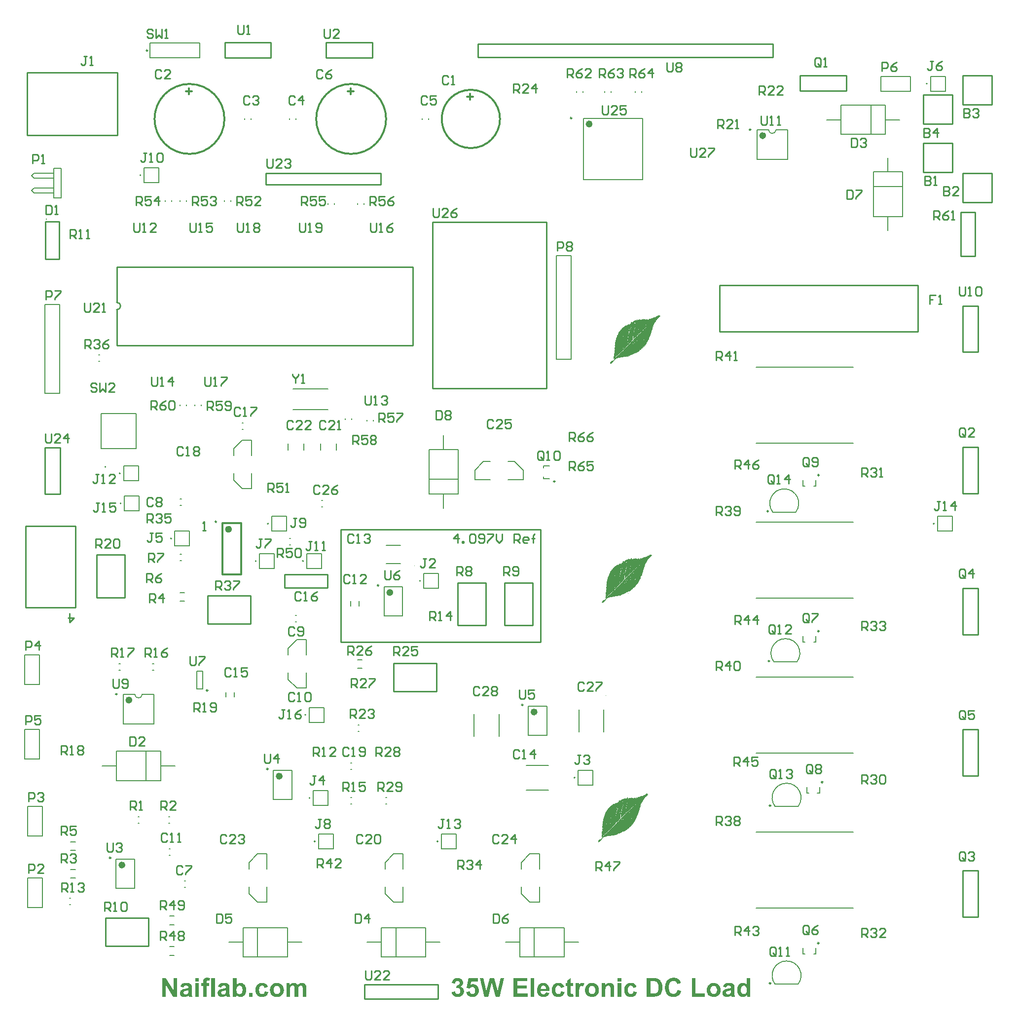
<source format=gto>
G04*
G04 #@! TF.GenerationSoftware,Altium Limited,Altium Designer,21.6.1 (37)*
G04*
G04 Layer_Color=65535*
%FSLAX25Y25*%
%MOIN*%
G70*
G04*
G04 #@! TF.SameCoordinates,2CCEC8D5-DFE6-49CD-9DF0-9BB73A36F05B*
G04*
G04*
G04 #@! TF.FilePolarity,Positive*
G04*
G01*
G75*
%ADD10C,0.00394*%
%ADD11C,0.00984*%
%ADD12C,0.02362*%
%ADD13C,0.01000*%
%ADD14C,0.01181*%
%ADD15C,0.00787*%
%ADD16C,0.00500*%
%ADD17R,0.00800X0.00700*%
G36*
X435836Y470616D02*
X435973D01*
Y470479D01*
X436110D01*
Y470342D01*
X436247D01*
Y470205D01*
X436384D01*
Y470068D01*
X436247D01*
Y469931D01*
X436110D01*
Y469794D01*
X435973D01*
Y469657D01*
X435836D01*
Y469520D01*
X435699D01*
Y469383D01*
X435562D01*
Y469246D01*
X435425D01*
Y469109D01*
X435288D01*
Y468972D01*
X435151D01*
Y468835D01*
X435014D01*
Y468698D01*
X434740D01*
Y468561D01*
X434603D01*
Y468424D01*
X434466D01*
Y468287D01*
X434329D01*
Y468013D01*
X434192D01*
Y467876D01*
X434055D01*
Y467739D01*
X433918D01*
Y467465D01*
X433781D01*
Y467328D01*
X433644D01*
Y467191D01*
X433507D01*
Y466917D01*
X433370D01*
Y466643D01*
X433233D01*
Y466505D01*
X433096D01*
Y466231D01*
X432959D01*
Y466094D01*
X432822D01*
Y465821D01*
X432685D01*
Y465547D01*
X432548D01*
Y465272D01*
X432411D01*
Y464998D01*
X432274D01*
Y464861D01*
X432137D01*
Y464587D01*
X432000D01*
Y464313D01*
X431726D01*
Y464176D01*
X431589D01*
Y463765D01*
X431452D01*
Y463354D01*
X431589D01*
Y462943D01*
X431452D01*
Y462669D01*
X431315D01*
Y462258D01*
X431178D01*
Y461984D01*
X431041D01*
Y461436D01*
X430904D01*
Y461162D01*
X430767D01*
Y460888D01*
X430630D01*
Y460340D01*
X430493D01*
Y459929D01*
X430356D01*
Y459381D01*
X430219D01*
Y458970D01*
X430082D01*
Y458559D01*
X429945D01*
Y458011D01*
X429808D01*
Y457326D01*
X429671D01*
Y457052D01*
X429534D01*
Y456778D01*
X429397D01*
Y456230D01*
X429260D01*
Y456367D01*
X429123D01*
Y455956D01*
X428986D01*
Y455819D01*
X428849D01*
Y455408D01*
X428712D01*
Y455271D01*
X428575D01*
Y454997D01*
X428438D01*
Y454860D01*
X428712D01*
Y454723D01*
X428575D01*
Y454449D01*
X428438D01*
Y454175D01*
X428301D01*
Y454038D01*
X428164D01*
Y453901D01*
X428027D01*
Y453627D01*
X427890D01*
Y453216D01*
X427753D01*
Y452942D01*
X427616D01*
Y452668D01*
X427479D01*
Y452531D01*
X427342D01*
Y452257D01*
X427205D01*
Y451983D01*
X427068D01*
Y451709D01*
X426931D01*
Y451435D01*
X426794D01*
Y451298D01*
X426657D01*
Y451024D01*
X426520D01*
Y450887D01*
X426383D01*
Y450613D01*
X426246D01*
Y450476D01*
X426109D01*
Y450339D01*
X425972D01*
Y450202D01*
X425835D01*
Y450065D01*
X425698D01*
Y449928D01*
X425561D01*
Y449790D01*
X425424D01*
Y449516D01*
X425287D01*
Y449379D01*
X425150D01*
Y449242D01*
X425013D01*
Y449106D01*
X424876D01*
Y448969D01*
X424739D01*
Y448832D01*
X424602D01*
Y448969D01*
X424465D01*
Y448832D01*
X424602D01*
Y448695D01*
X424465D01*
Y448558D01*
X424328D01*
Y448420D01*
X424191D01*
Y448283D01*
X424053D01*
Y448146D01*
X423916D01*
Y448283D01*
X423779D01*
Y448009D01*
X423642D01*
Y447872D01*
X423505D01*
Y447598D01*
X423369D01*
Y447461D01*
X423232D01*
Y447324D01*
X423095D01*
Y447187D01*
X422958D01*
Y447324D01*
X422683D01*
Y447187D01*
X422546D01*
Y447050D01*
X422409D01*
Y446913D01*
X422546D01*
Y446776D01*
X422409D01*
Y446913D01*
X422272D01*
Y446639D01*
X422135D01*
Y446776D01*
X421998D01*
Y446639D01*
X422135D01*
Y446502D01*
X421998D01*
Y446365D01*
X421861D01*
Y446228D01*
X421587D01*
Y446091D01*
X421450D01*
Y445954D01*
X421176D01*
Y445817D01*
X421039D01*
Y445680D01*
X420765D01*
Y445543D01*
X420491D01*
Y445680D01*
X420354D01*
Y445543D01*
X420491D01*
Y445406D01*
X420217D01*
Y445269D01*
X420080D01*
Y445406D01*
X419943D01*
Y445269D01*
X420080D01*
Y445132D01*
X419806D01*
Y444995D01*
X419669D01*
Y445269D01*
X419532D01*
Y445132D01*
X419121D01*
Y444995D01*
X418984D01*
Y444858D01*
X418573D01*
Y444721D01*
X418436D01*
Y444584D01*
X418162D01*
Y444447D01*
X418025D01*
Y444310D01*
X417477D01*
Y444173D01*
X417203D01*
Y444036D01*
X416929D01*
Y443899D01*
X416381D01*
Y443762D01*
X416107D01*
Y443625D01*
X415696D01*
Y443488D01*
X415559D01*
Y443351D01*
X415833D01*
Y443214D01*
X415559D01*
Y443351D01*
X415285D01*
Y443214D01*
X415422D01*
Y443077D01*
X415148D01*
Y443214D01*
X414874D01*
Y443077D01*
X415011D01*
Y442940D01*
X414600D01*
Y442803D01*
X414189D01*
Y442940D01*
X413641D01*
Y442803D01*
X413504D01*
Y442666D01*
X413093D01*
Y442529D01*
X412545D01*
Y442666D01*
X412271D01*
Y442529D01*
X411312D01*
Y442392D01*
X410764D01*
Y442255D01*
X409531D01*
Y442118D01*
X408709D01*
Y441981D01*
X408024D01*
Y441844D01*
X407613D01*
Y441707D01*
X407065D01*
Y441570D01*
X406653D01*
Y441433D01*
X406380D01*
Y441296D01*
X406243D01*
Y441159D01*
X406106D01*
Y441022D01*
X405969D01*
Y440885D01*
X405831D01*
Y440748D01*
X405694D01*
Y440611D01*
X405557D01*
Y440474D01*
X405420D01*
Y440337D01*
X405283D01*
Y440200D01*
X405147D01*
Y440063D01*
X405009D01*
Y439926D01*
X404872D01*
Y439652D01*
X404735D01*
Y439515D01*
X404598D01*
Y439241D01*
X404461D01*
Y439104D01*
X404324D01*
Y438967D01*
X404187D01*
Y438830D01*
X403913D01*
Y438693D01*
X403776D01*
Y438556D01*
X403639D01*
Y438419D01*
X403502D01*
Y438282D01*
X403365D01*
Y438145D01*
X403091D01*
Y438008D01*
X402680D01*
Y438145D01*
X402543D01*
Y438419D01*
X402406D01*
Y438693D01*
X402543D01*
Y438967D01*
X402680D01*
Y439241D01*
X402817D01*
Y439378D01*
X402954D01*
Y439515D01*
X403091D01*
Y439652D01*
X403228D01*
Y439789D01*
X403365D01*
Y439926D01*
X403502D01*
Y440063D01*
X403913D01*
Y439926D01*
X404324D01*
Y440063D01*
X404461D01*
Y440337D01*
X404598D01*
Y440474D01*
X404735D01*
Y440611D01*
X404872D01*
Y440748D01*
X405009D01*
Y440885D01*
X405283D01*
Y441022D01*
X405420D01*
Y441296D01*
X405557D01*
Y441433D01*
X405283D01*
Y441296D01*
X404872D01*
Y441433D01*
X404735D01*
Y441707D01*
X404872D01*
Y442940D01*
X405009D01*
Y444310D01*
X405147D01*
Y445132D01*
X405283D01*
Y445543D01*
X405420D01*
Y445954D01*
X405694D01*
Y446091D01*
X405420D01*
Y446913D01*
X405557D01*
Y446639D01*
X405694D01*
Y446502D01*
X405831D01*
Y446639D01*
X405694D01*
Y446776D01*
X405831D01*
Y446913D01*
X405694D01*
Y447050D01*
X405420D01*
Y447324D01*
X405694D01*
Y447187D01*
X405831D01*
Y447598D01*
X405420D01*
Y449106D01*
X405557D01*
Y449242D01*
X405420D01*
Y449379D01*
X405557D01*
Y449928D01*
X405420D01*
Y450339D01*
X405557D01*
Y451846D01*
X405694D01*
Y452394D01*
X405831D01*
Y452668D01*
X406106D01*
Y452942D01*
X405969D01*
Y453627D01*
X406106D01*
Y453901D01*
X406243D01*
Y454312D01*
X406380D01*
Y454860D01*
X406517D01*
Y455271D01*
X406653D01*
Y455545D01*
X406790D01*
Y455956D01*
X406928D01*
Y456367D01*
X407065D01*
Y456778D01*
X407202D01*
Y457189D01*
X407339D01*
Y457463D01*
X407613D01*
Y457600D01*
X407476D01*
Y457737D01*
X407613D01*
Y458148D01*
X407750D01*
Y458422D01*
X407887D01*
Y458696D01*
X408024D01*
Y458970D01*
X408161D01*
Y459244D01*
X408298D01*
Y459381D01*
X408435D01*
Y459655D01*
X408572D01*
Y459792D01*
X408709D01*
Y459929D01*
X408846D01*
Y460066D01*
X408983D01*
Y460203D01*
X409120D01*
Y460477D01*
X409257D01*
Y460614D01*
X409394D01*
Y460751D01*
X409531D01*
Y460888D01*
X409668D01*
Y461025D01*
X409805D01*
Y461162D01*
X409942D01*
Y461436D01*
X410079D01*
Y461573D01*
X410216D01*
Y461710D01*
X410353D01*
Y461847D01*
X410490D01*
Y462121D01*
X410627D01*
Y462258D01*
X411038D01*
Y462532D01*
X411312D01*
Y462669D01*
X411449D01*
Y462806D01*
X411586D01*
Y462943D01*
X411860D01*
Y463080D01*
X411997D01*
Y463217D01*
X412134D01*
Y463354D01*
X412408D01*
Y463491D01*
X412545D01*
Y463628D01*
X412682D01*
Y463491D01*
X412819D01*
Y463765D01*
X412956D01*
Y463902D01*
X413367D01*
Y463765D01*
X413641D01*
Y463902D01*
X413778D01*
Y464039D01*
X414052D01*
Y464176D01*
X414189D01*
Y464313D01*
X413915D01*
Y464587D01*
X414189D01*
Y464450D01*
X414463D01*
Y464313D01*
X414600D01*
Y464176D01*
X414737D01*
Y464587D01*
X414874D01*
Y464724D01*
X415148D01*
Y464587D01*
X415422D01*
Y464450D01*
X415559D01*
Y464861D01*
X415696D01*
Y464998D01*
X415970D01*
Y465135D01*
X416381D01*
Y465272D01*
X416518D01*
Y465684D01*
X416381D01*
Y465821D01*
X416518D01*
Y465957D01*
X416655D01*
Y466094D01*
X416792D01*
Y466231D01*
X416929D01*
Y466368D01*
X417066D01*
Y466231D01*
X417203D01*
Y466094D01*
X417614D01*
Y466231D01*
X417751D01*
Y466368D01*
X417888D01*
Y466505D01*
X418025D01*
Y466643D01*
X418299D01*
Y466780D01*
X418436D01*
Y466917D01*
X418847D01*
Y467054D01*
X419121D01*
Y467191D01*
X419532D01*
Y467328D01*
X419806D01*
Y467191D01*
X419943D01*
Y467328D01*
X420080D01*
Y467465D01*
X419943D01*
Y467739D01*
X420080D01*
Y467602D01*
X420217D01*
Y467465D01*
X420491D01*
Y467876D01*
X420628D01*
Y467602D01*
X420765D01*
Y467465D01*
X421039D01*
Y467602D01*
X421861D01*
Y467739D01*
X422135D01*
Y468150D01*
X422683D01*
Y467739D01*
X422958D01*
Y467602D01*
X423232D01*
Y467739D01*
X423779D01*
Y467876D01*
X424602D01*
Y468287D01*
X424876D01*
Y468150D01*
X424739D01*
Y468013D01*
X424876D01*
Y467876D01*
X425013D01*
Y468287D01*
X425424D01*
Y468013D01*
X425561D01*
Y467739D01*
X425835D01*
Y468013D01*
X426109D01*
Y467876D01*
X426246D01*
Y467602D01*
X426383D01*
Y467465D01*
X426520D01*
Y467739D01*
X426657D01*
Y468013D01*
X427205D01*
Y468150D01*
X427616D01*
Y468013D01*
X427753D01*
Y467739D01*
X427890D01*
Y467602D01*
X428164D01*
Y467739D01*
X428438D01*
Y468150D01*
X428575D01*
Y468287D01*
X429397D01*
Y468424D01*
X430082D01*
Y468561D01*
X430493D01*
Y468698D01*
X430767D01*
Y468835D01*
X431041D01*
Y468972D01*
X431315D01*
Y469109D01*
X431863D01*
Y469246D01*
X432548D01*
Y469383D01*
X432959D01*
Y469520D01*
X433096D01*
Y469657D01*
X433370D01*
Y469794D01*
X433507D01*
Y469931D01*
X433781D01*
Y470068D01*
X434192D01*
Y470205D01*
X434329D01*
Y470342D01*
X434603D01*
Y470479D01*
X434740D01*
Y470616D01*
X435151D01*
Y470753D01*
X435836D01*
Y470616D01*
D02*
G37*
G36*
X418025Y466643D02*
X417888D01*
Y466780D01*
X418025D01*
Y466643D01*
D02*
G37*
G36*
X431726Y463354D02*
X431589D01*
Y463491D01*
Y463628D01*
X431726D01*
Y463354D01*
D02*
G37*
G36*
X416381Y443488D02*
X416244D01*
Y443625D01*
X416381D01*
Y443488D01*
D02*
G37*
G36*
X414052Y442666D02*
X413915D01*
Y442803D01*
X414052D01*
Y442666D01*
D02*
G37*
G36*
X430205Y309002D02*
X430342D01*
Y308865D01*
X430479D01*
Y308728D01*
X430616D01*
Y308591D01*
X430753D01*
Y308453D01*
X430616D01*
Y308316D01*
X430479D01*
Y308179D01*
X430342D01*
Y308043D01*
X430205D01*
Y307906D01*
X430068D01*
Y307769D01*
X429931D01*
Y307631D01*
X429794D01*
Y307494D01*
X429657D01*
Y307358D01*
X429520D01*
Y307221D01*
X429383D01*
Y307084D01*
X429109D01*
Y306946D01*
X428972D01*
Y306809D01*
X428835D01*
Y306672D01*
X428698D01*
Y306398D01*
X428561D01*
Y306261D01*
X428424D01*
Y306124D01*
X428287D01*
Y305850D01*
X428150D01*
Y305713D01*
X428013D01*
Y305576D01*
X427876D01*
Y305302D01*
X427739D01*
Y305028D01*
X427602D01*
Y304891D01*
X427465D01*
Y304617D01*
X427328D01*
Y304480D01*
X427190D01*
Y304206D01*
X427053D01*
Y303932D01*
X426917D01*
Y303658D01*
X426780D01*
Y303384D01*
X426643D01*
Y303247D01*
X426506D01*
Y302973D01*
X426369D01*
Y302699D01*
X426094D01*
Y302562D01*
X425957D01*
Y302151D01*
X425820D01*
Y301740D01*
X425957D01*
Y301329D01*
X425820D01*
Y301055D01*
X425683D01*
Y300644D01*
X425547D01*
Y300370D01*
X425410D01*
Y299822D01*
X425272D01*
Y299548D01*
X425135D01*
Y299274D01*
X424998D01*
Y298726D01*
X424861D01*
Y298315D01*
X424724D01*
Y297767D01*
X424587D01*
Y297356D01*
X424450D01*
Y296945D01*
X424313D01*
Y296397D01*
X424176D01*
Y295712D01*
X424039D01*
Y295438D01*
X423902D01*
Y295164D01*
X423765D01*
Y294616D01*
X423628D01*
Y294753D01*
X423491D01*
Y294342D01*
X423354D01*
Y294205D01*
X423217D01*
Y293794D01*
X423080D01*
Y293657D01*
X422943D01*
Y293383D01*
X422806D01*
Y293246D01*
X423080D01*
Y293109D01*
X422943D01*
Y292835D01*
X422806D01*
Y292561D01*
X422669D01*
Y292424D01*
X422532D01*
Y292287D01*
X422395D01*
Y292013D01*
X422258D01*
Y291602D01*
X422121D01*
Y291328D01*
X421984D01*
Y291054D01*
X421847D01*
Y290916D01*
X421710D01*
Y290642D01*
X421573D01*
Y290369D01*
X421436D01*
Y290094D01*
X421299D01*
Y289821D01*
X421162D01*
Y289684D01*
X421025D01*
Y289409D01*
X420888D01*
Y289272D01*
X420751D01*
Y288998D01*
X420614D01*
Y288861D01*
X420477D01*
Y288724D01*
X420340D01*
Y288587D01*
X420203D01*
Y288450D01*
X420066D01*
Y288313D01*
X419929D01*
Y288176D01*
X419792D01*
Y287902D01*
X419655D01*
Y287765D01*
X419518D01*
Y287628D01*
X419381D01*
Y287491D01*
X419244D01*
Y287354D01*
X419107D01*
Y287217D01*
X418970D01*
Y287354D01*
X418833D01*
Y287217D01*
X418970D01*
Y287080D01*
X418833D01*
Y286943D01*
X418696D01*
Y286806D01*
X418559D01*
Y286669D01*
X418422D01*
Y286532D01*
X418285D01*
Y286669D01*
X418148D01*
Y286395D01*
X418011D01*
Y286258D01*
X417874D01*
Y285984D01*
X417737D01*
Y285847D01*
X417600D01*
Y285710D01*
X417463D01*
Y285573D01*
X417326D01*
Y285710D01*
X417052D01*
Y285573D01*
X416915D01*
Y285436D01*
X416778D01*
Y285299D01*
X416641D01*
Y285025D01*
X416504D01*
Y285162D01*
X416367D01*
Y285025D01*
X416504D01*
Y284888D01*
X416367D01*
Y284751D01*
X416230D01*
Y284614D01*
X415956D01*
Y284477D01*
X415819D01*
Y284340D01*
X415545D01*
Y284203D01*
X415408D01*
Y284066D01*
X415134D01*
Y284203D01*
X414860D01*
Y284066D01*
X414723D01*
Y283929D01*
X414860D01*
Y283792D01*
X414586D01*
Y283929D01*
X414449D01*
Y283792D01*
X414312D01*
Y283655D01*
X414449D01*
Y283518D01*
X414175D01*
Y283381D01*
X414038D01*
Y283655D01*
X413901D01*
Y283518D01*
X413490D01*
Y283381D01*
X413353D01*
Y283244D01*
X412942D01*
Y283107D01*
X412805D01*
Y282970D01*
X412531D01*
Y282833D01*
X412394D01*
Y282696D01*
X411846D01*
Y282559D01*
X411572D01*
Y282422D01*
X411298D01*
Y282285D01*
X410750D01*
Y282148D01*
X410476D01*
Y282011D01*
X410065D01*
Y281874D01*
X409928D01*
Y281737D01*
X409654D01*
Y281600D01*
X409791D01*
Y281463D01*
X409516D01*
Y281600D01*
X409242D01*
Y281463D01*
X409379D01*
Y281326D01*
X408968D01*
Y281189D01*
X408558D01*
Y281326D01*
X408009D01*
Y281189D01*
X407872D01*
Y281052D01*
X407461D01*
Y280915D01*
X406913D01*
Y281052D01*
X406639D01*
Y280915D01*
X405680D01*
Y280778D01*
X405132D01*
Y280641D01*
X403899D01*
Y280504D01*
X403077D01*
Y280367D01*
X402392D01*
Y280230D01*
X401981D01*
Y280093D01*
X401433D01*
Y279956D01*
X401022D01*
Y279819D01*
X400748D01*
Y279682D01*
X400611D01*
Y279545D01*
X400474D01*
Y279408D01*
X400337D01*
Y279271D01*
X400200D01*
Y279134D01*
X400063D01*
Y278997D01*
X399926D01*
Y278860D01*
X399789D01*
Y278723D01*
X399652D01*
Y278586D01*
X399515D01*
Y278449D01*
X399378D01*
Y278312D01*
X399241D01*
Y278038D01*
X399104D01*
Y277901D01*
X398967D01*
Y277627D01*
X398830D01*
Y277490D01*
X398693D01*
Y277353D01*
X398556D01*
Y277216D01*
X398282D01*
Y277079D01*
X398145D01*
Y276942D01*
X398008D01*
Y276805D01*
X397871D01*
Y276668D01*
X397734D01*
Y276531D01*
X397460D01*
Y276394D01*
X397049D01*
Y276531D01*
X396912D01*
Y276805D01*
X396775D01*
Y277079D01*
X396912D01*
Y277353D01*
X397049D01*
Y277627D01*
X397186D01*
Y277764D01*
X397323D01*
Y277901D01*
X397460D01*
Y278038D01*
X397597D01*
Y278175D01*
X397734D01*
Y278312D01*
X397871D01*
Y278449D01*
X398282D01*
Y278312D01*
X398693D01*
Y278449D01*
X398830D01*
Y278723D01*
X398967D01*
Y278860D01*
X399104D01*
Y278997D01*
X399241D01*
Y279134D01*
X399378D01*
Y279271D01*
X399652D01*
Y279408D01*
X399789D01*
Y279682D01*
X399926D01*
Y279819D01*
X399652D01*
Y279682D01*
X399241D01*
Y279819D01*
X399104D01*
Y280093D01*
X399241D01*
Y281326D01*
X399378D01*
Y282696D01*
X399515D01*
Y283518D01*
X399652D01*
Y283929D01*
X399789D01*
Y284340D01*
X400063D01*
Y284477D01*
X399789D01*
Y285299D01*
X399926D01*
Y285025D01*
X400063D01*
Y284888D01*
X400200D01*
Y285025D01*
X400063D01*
Y285162D01*
X400200D01*
Y285299D01*
X400063D01*
Y285436D01*
X399789D01*
Y285710D01*
X400063D01*
Y285573D01*
X400200D01*
Y285984D01*
X399789D01*
Y287491D01*
X399926D01*
Y287628D01*
X399789D01*
Y287765D01*
X399926D01*
Y288313D01*
X399789D01*
Y288724D01*
X399926D01*
Y290231D01*
X400063D01*
Y290779D01*
X400200D01*
Y291054D01*
X400474D01*
Y291328D01*
X400337D01*
Y292013D01*
X400474D01*
Y292287D01*
X400611D01*
Y292698D01*
X400748D01*
Y293246D01*
X400885D01*
Y293657D01*
X401022D01*
Y293931D01*
X401159D01*
Y294342D01*
X401296D01*
Y294753D01*
X401433D01*
Y295164D01*
X401570D01*
Y295575D01*
X401707D01*
Y295849D01*
X401981D01*
Y295986D01*
X401844D01*
Y296123D01*
X401981D01*
Y296534D01*
X402118D01*
Y296808D01*
X402255D01*
Y297082D01*
X402392D01*
Y297356D01*
X402529D01*
Y297630D01*
X402666D01*
Y297767D01*
X402803D01*
Y298041D01*
X402940D01*
Y298178D01*
X403077D01*
Y298315D01*
X403214D01*
Y298452D01*
X403351D01*
Y298589D01*
X403488D01*
Y298863D01*
X403625D01*
Y299000D01*
X403762D01*
Y299137D01*
X403899D01*
Y299274D01*
X404036D01*
Y299411D01*
X404173D01*
Y299548D01*
X404310D01*
Y299822D01*
X404447D01*
Y299959D01*
X404584D01*
Y300096D01*
X404721D01*
Y300233D01*
X404858D01*
Y300507D01*
X404995D01*
Y300644D01*
X405406D01*
Y300918D01*
X405680D01*
Y301055D01*
X405817D01*
Y301192D01*
X405954D01*
Y301329D01*
X406228D01*
Y301466D01*
X406365D01*
Y301603D01*
X406502D01*
Y301740D01*
X406776D01*
Y301877D01*
X406913D01*
Y302014D01*
X407050D01*
Y301877D01*
X407187D01*
Y302151D01*
X407324D01*
Y302288D01*
X407735D01*
Y302151D01*
X408009D01*
Y302288D01*
X408146D01*
Y302425D01*
X408421D01*
Y302562D01*
X408558D01*
Y302699D01*
X408284D01*
Y302973D01*
X408558D01*
Y302836D01*
X408832D01*
Y302699D01*
X408968D01*
Y302562D01*
X409105D01*
Y302973D01*
X409242D01*
Y303110D01*
X409516D01*
Y302973D01*
X409791D01*
Y302836D01*
X409928D01*
Y303247D01*
X410065D01*
Y303384D01*
X410339D01*
Y303521D01*
X410750D01*
Y303658D01*
X410887D01*
Y304069D01*
X410750D01*
Y304206D01*
X410887D01*
Y304343D01*
X411024D01*
Y304480D01*
X411161D01*
Y304617D01*
X411298D01*
Y304754D01*
X411435D01*
Y304617D01*
X411572D01*
Y304480D01*
X411983D01*
Y304617D01*
X412120D01*
Y304754D01*
X412257D01*
Y304891D01*
X412394D01*
Y305028D01*
X412668D01*
Y305165D01*
X412805D01*
Y305302D01*
X413216D01*
Y305439D01*
X413490D01*
Y305576D01*
X413901D01*
Y305713D01*
X414175D01*
Y305576D01*
X414312D01*
Y305713D01*
X414449D01*
Y305850D01*
X414312D01*
Y306124D01*
X414449D01*
Y305987D01*
X414586D01*
Y305850D01*
X414860D01*
Y306261D01*
X414997D01*
Y305987D01*
X415134D01*
Y305850D01*
X415408D01*
Y305987D01*
X416230D01*
Y306124D01*
X416504D01*
Y306535D01*
X417052D01*
Y306124D01*
X417326D01*
Y305987D01*
X417600D01*
Y306124D01*
X418148D01*
Y306261D01*
X418970D01*
Y306672D01*
X419244D01*
Y306535D01*
X419107D01*
Y306398D01*
X419244D01*
Y306261D01*
X419381D01*
Y306672D01*
X419792D01*
Y306398D01*
X419929D01*
Y306124D01*
X420203D01*
Y306398D01*
X420477D01*
Y306261D01*
X420614D01*
Y305987D01*
X420751D01*
Y305850D01*
X420888D01*
Y306124D01*
X421025D01*
Y306398D01*
X421573D01*
Y306535D01*
X421984D01*
Y306398D01*
X422121D01*
Y306124D01*
X422258D01*
Y305987D01*
X422532D01*
Y306124D01*
X422806D01*
Y306535D01*
X422943D01*
Y306672D01*
X423765D01*
Y306809D01*
X424450D01*
Y306946D01*
X424861D01*
Y307084D01*
X425135D01*
Y307221D01*
X425410D01*
Y307358D01*
X425683D01*
Y307494D01*
X426231D01*
Y307631D01*
X426917D01*
Y307769D01*
X427328D01*
Y307906D01*
X427465D01*
Y308043D01*
X427739D01*
Y308179D01*
X427876D01*
Y308316D01*
X428150D01*
Y308453D01*
X428561D01*
Y308591D01*
X428698D01*
Y308728D01*
X428972D01*
Y308865D01*
X429109D01*
Y309002D01*
X429520D01*
Y309139D01*
X430205D01*
Y309002D01*
D02*
G37*
G36*
X426094Y300827D02*
X425957D01*
Y300964D01*
Y301101D01*
X426094D01*
Y300827D01*
D02*
G37*
G36*
X416915Y284249D02*
X416778D01*
Y284386D01*
X416915D01*
Y284249D01*
D02*
G37*
G36*
X415134Y283016D02*
X414860D01*
Y283153D01*
X415134D01*
Y283016D01*
D02*
G37*
G36*
X414586Y282742D02*
X414449D01*
Y282879D01*
X414586D01*
Y282742D01*
D02*
G37*
G36*
X410750Y280961D02*
X410613D01*
Y281098D01*
X410750D01*
Y280961D01*
D02*
G37*
G36*
X410202Y280687D02*
X409928D01*
Y280824D01*
X410202D01*
Y280687D01*
D02*
G37*
G36*
X408421Y280139D02*
X408284D01*
Y280276D01*
X408421D01*
Y280139D01*
D02*
G37*
G36*
X427568Y147387D02*
X427705D01*
Y147250D01*
X427843D01*
Y147113D01*
X427980D01*
Y146976D01*
X428117D01*
Y146839D01*
X427980D01*
Y146702D01*
X427843D01*
Y146565D01*
X427705D01*
Y146428D01*
X427568D01*
Y146291D01*
X427431D01*
Y146154D01*
X427294D01*
Y146017D01*
X427157D01*
Y145880D01*
X427021D01*
Y145743D01*
X426884D01*
Y145606D01*
X426747D01*
Y145469D01*
X426472D01*
Y145332D01*
X426335D01*
Y145195D01*
X426198D01*
Y145058D01*
X426061D01*
Y144784D01*
X425924D01*
Y144647D01*
X425787D01*
Y144510D01*
X425650D01*
Y144236D01*
X425513D01*
Y144099D01*
X425376D01*
Y143962D01*
X425239D01*
Y143688D01*
X425102D01*
Y143414D01*
X424965D01*
Y143277D01*
X424828D01*
Y143003D01*
X424691D01*
Y142866D01*
X424554D01*
Y142592D01*
X424417D01*
Y142318D01*
X424280D01*
Y142044D01*
X424143D01*
Y141770D01*
X424006D01*
Y141633D01*
X423869D01*
Y141359D01*
X423732D01*
Y141085D01*
X423458D01*
Y140948D01*
X423321D01*
Y140537D01*
X423184D01*
Y140126D01*
X423321D01*
Y139715D01*
X423184D01*
Y139441D01*
X423047D01*
Y139030D01*
X422910D01*
Y138756D01*
X422773D01*
Y138208D01*
X422636D01*
Y137934D01*
X422499D01*
Y137660D01*
X422362D01*
Y137112D01*
X422225D01*
Y136701D01*
X422088D01*
Y136153D01*
X421951D01*
Y135742D01*
X421814D01*
Y135331D01*
X421677D01*
Y134783D01*
X421540D01*
Y134098D01*
X421403D01*
Y133824D01*
X421266D01*
Y133550D01*
X421129D01*
Y133002D01*
X420992D01*
Y133139D01*
X420855D01*
Y132728D01*
X420718D01*
Y132591D01*
X420581D01*
Y132179D01*
X420444D01*
Y132043D01*
X420307D01*
Y131769D01*
X420170D01*
Y131632D01*
X420444D01*
Y131494D01*
X420307D01*
Y131220D01*
X420170D01*
Y130947D01*
X420033D01*
Y130809D01*
X419896D01*
Y130672D01*
X419759D01*
Y130398D01*
X419622D01*
Y129987D01*
X419485D01*
Y129713D01*
X419348D01*
Y129439D01*
X419211D01*
Y129302D01*
X419074D01*
Y129028D01*
X418937D01*
Y128754D01*
X418800D01*
Y128480D01*
X418663D01*
Y128206D01*
X418526D01*
Y128069D01*
X418389D01*
Y127795D01*
X418252D01*
Y127658D01*
X418115D01*
Y127384D01*
X417978D01*
Y127247D01*
X417841D01*
Y127110D01*
X417704D01*
Y126973D01*
X417567D01*
Y126836D01*
X417430D01*
Y126699D01*
X417293D01*
Y126562D01*
X417156D01*
Y126288D01*
X417019D01*
Y126151D01*
X416882D01*
Y126014D01*
X416745D01*
Y125877D01*
X416608D01*
Y125740D01*
X416471D01*
Y125603D01*
X416334D01*
Y125740D01*
X416197D01*
Y125603D01*
X416334D01*
Y125466D01*
X416197D01*
Y125329D01*
X416060D01*
Y125192D01*
X415923D01*
Y125055D01*
X415786D01*
Y124918D01*
X415649D01*
Y125055D01*
X415512D01*
Y124781D01*
X415375D01*
Y124644D01*
X415238D01*
Y124370D01*
X415101D01*
Y124233D01*
X414964D01*
Y124096D01*
X414827D01*
Y123959D01*
X414690D01*
Y124096D01*
X414416D01*
Y123959D01*
X414279D01*
Y123822D01*
X414142D01*
Y123685D01*
X414279D01*
Y123548D01*
X414142D01*
Y123685D01*
X414005D01*
Y123411D01*
X413868D01*
Y123548D01*
X413731D01*
Y123411D01*
X413868D01*
Y123274D01*
X413731D01*
Y123137D01*
X413594D01*
Y123000D01*
X413320D01*
Y122863D01*
X413183D01*
Y122726D01*
X412909D01*
Y122589D01*
X412772D01*
Y122452D01*
X412498D01*
Y122589D01*
X412224D01*
Y122452D01*
X412498D01*
Y122315D01*
X412224D01*
Y122452D01*
X412087D01*
Y122315D01*
X412224D01*
Y122178D01*
X411950D01*
Y122315D01*
X411813D01*
Y122178D01*
X411950D01*
Y122041D01*
X411813D01*
Y122178D01*
X411676D01*
Y122041D01*
X411813D01*
Y121904D01*
X411539D01*
Y121767D01*
X411402D01*
Y122041D01*
X411265D01*
Y121904D01*
X410853D01*
Y121767D01*
X410716D01*
Y121630D01*
X410306D01*
Y121493D01*
X410169D01*
Y121356D01*
X409895D01*
Y121219D01*
X409758D01*
Y121082D01*
X409209D01*
Y120945D01*
X408935D01*
Y120808D01*
X408661D01*
Y120671D01*
X408113D01*
Y120534D01*
X407839D01*
Y120397D01*
X407428D01*
Y120260D01*
X407291D01*
Y120123D01*
X407565D01*
Y119986D01*
X407291D01*
Y120123D01*
X407017D01*
Y119986D01*
X407154D01*
Y119849D01*
X406880D01*
Y119986D01*
X406606D01*
Y119849D01*
X406743D01*
Y119712D01*
X406332D01*
Y119575D01*
X405921D01*
Y119712D01*
X405373D01*
Y119575D01*
X405236D01*
Y119438D01*
X404825D01*
Y119301D01*
X404277D01*
Y119438D01*
X404003D01*
Y119301D01*
X403044D01*
Y119164D01*
X402496D01*
Y119027D01*
X401263D01*
Y118890D01*
X400441D01*
Y118753D01*
X399756D01*
Y118616D01*
X399345D01*
Y118479D01*
X398797D01*
Y118342D01*
X398386D01*
Y118205D01*
X398112D01*
Y118068D01*
X397975D01*
Y117931D01*
X397838D01*
Y117794D01*
X397701D01*
Y117657D01*
X397564D01*
Y117520D01*
X397427D01*
Y117383D01*
X397290D01*
Y117246D01*
X397153D01*
Y117109D01*
X397016D01*
Y116972D01*
X396879D01*
Y116835D01*
X396742D01*
Y116698D01*
X396605D01*
Y116424D01*
X396468D01*
Y116287D01*
X396331D01*
Y116013D01*
X396194D01*
Y115876D01*
X396057D01*
Y115739D01*
X395920D01*
Y115602D01*
X395646D01*
Y115465D01*
X395509D01*
Y115328D01*
X395372D01*
Y115191D01*
X395235D01*
Y115053D01*
X395098D01*
Y114917D01*
X394824D01*
Y114779D01*
X394413D01*
Y114917D01*
X394276D01*
Y115191D01*
X394139D01*
Y115465D01*
X394276D01*
Y115739D01*
X394413D01*
Y116013D01*
X394550D01*
Y116150D01*
X394687D01*
Y116287D01*
X394824D01*
Y116424D01*
X394961D01*
Y116561D01*
X395098D01*
Y116698D01*
X395235D01*
Y116835D01*
X395646D01*
Y116698D01*
X396057D01*
Y116835D01*
X396194D01*
Y117109D01*
X396331D01*
Y117246D01*
X396468D01*
Y117383D01*
X396605D01*
Y117520D01*
X396742D01*
Y117657D01*
X397016D01*
Y117794D01*
X397153D01*
Y118068D01*
X397290D01*
Y118205D01*
X397016D01*
Y118068D01*
X396605D01*
Y118205D01*
X396468D01*
Y118479D01*
X396605D01*
Y119712D01*
X396742D01*
Y121082D01*
X396879D01*
Y121904D01*
X397016D01*
Y122315D01*
X397153D01*
Y122726D01*
X397427D01*
Y122863D01*
X397153D01*
Y123685D01*
X397290D01*
Y123411D01*
X397427D01*
Y123274D01*
X397564D01*
Y123411D01*
X397427D01*
Y123548D01*
X397564D01*
Y123685D01*
X397427D01*
Y123822D01*
X397153D01*
Y124096D01*
X397427D01*
Y123959D01*
X397564D01*
Y124370D01*
X397153D01*
Y125877D01*
X397290D01*
Y126014D01*
X397153D01*
Y126151D01*
X397290D01*
Y126699D01*
X397153D01*
Y127110D01*
X397290D01*
Y128617D01*
X397427D01*
Y129165D01*
X397564D01*
Y129439D01*
X397838D01*
Y129713D01*
X397701D01*
Y130398D01*
X397838D01*
Y130672D01*
X397975D01*
Y131084D01*
X398112D01*
Y131632D01*
X398249D01*
Y132043D01*
X398386D01*
Y132317D01*
X398523D01*
Y132728D01*
X398660D01*
Y133139D01*
X398797D01*
Y133550D01*
X398934D01*
Y133961D01*
X399071D01*
Y134235D01*
X399345D01*
Y134372D01*
X399208D01*
Y134509D01*
X399345D01*
Y134920D01*
X399482D01*
Y135194D01*
X399619D01*
Y135468D01*
X399756D01*
Y135742D01*
X399893D01*
Y136016D01*
X400030D01*
Y136153D01*
X400167D01*
Y136427D01*
X400304D01*
Y136564D01*
X400441D01*
Y136701D01*
X400578D01*
Y136838D01*
X400715D01*
Y136975D01*
X400852D01*
Y137249D01*
X400989D01*
Y137386D01*
X401126D01*
Y137523D01*
X401263D01*
Y137660D01*
X401400D01*
Y137797D01*
X401537D01*
Y137934D01*
X401674D01*
Y138208D01*
X401811D01*
Y138345D01*
X401948D01*
Y138482D01*
X402085D01*
Y138619D01*
X402222D01*
Y138893D01*
X402359D01*
Y139030D01*
X402770D01*
Y139304D01*
X403044D01*
Y139441D01*
X403181D01*
Y139578D01*
X403318D01*
Y139715D01*
X403592D01*
Y139852D01*
X403729D01*
Y139989D01*
X403866D01*
Y140126D01*
X404140D01*
Y140263D01*
X404277D01*
Y140400D01*
X404414D01*
Y140263D01*
X404551D01*
Y140537D01*
X404688D01*
Y140674D01*
X405099D01*
Y140537D01*
X405373D01*
Y140674D01*
X405510D01*
Y140811D01*
X405784D01*
Y140948D01*
X405921D01*
Y141085D01*
X405647D01*
Y141359D01*
X405921D01*
Y141222D01*
X406195D01*
Y141085D01*
X406332D01*
Y140948D01*
X406469D01*
Y141359D01*
X406606D01*
Y141496D01*
X406880D01*
Y141359D01*
X407154D01*
Y141222D01*
X407291D01*
Y141633D01*
X407428D01*
Y141770D01*
X407702D01*
Y141907D01*
X408113D01*
Y142044D01*
X408250D01*
Y142455D01*
X408113D01*
Y142592D01*
X408250D01*
Y142729D01*
X408387D01*
Y142866D01*
X408524D01*
Y143003D01*
X408661D01*
Y143140D01*
X408798D01*
Y143003D01*
X408935D01*
Y142866D01*
X409346D01*
Y143003D01*
X409483D01*
Y143140D01*
X409621D01*
Y143277D01*
X409758D01*
Y143414D01*
X409621D01*
Y143551D01*
X409758D01*
Y143414D01*
X410032D01*
Y143551D01*
X410169D01*
Y143688D01*
X410579D01*
Y143825D01*
X410853D01*
Y143962D01*
X411265D01*
Y144099D01*
X411539D01*
Y143962D01*
X411676D01*
Y144099D01*
X411813D01*
Y144236D01*
X411676D01*
Y144510D01*
X411813D01*
Y144373D01*
X411950D01*
Y144236D01*
X412224D01*
Y144647D01*
X412361D01*
Y144373D01*
X412498D01*
Y144236D01*
X412772D01*
Y144373D01*
X413594D01*
Y144510D01*
X413868D01*
Y144921D01*
X414416D01*
Y144510D01*
X414690D01*
Y144373D01*
X414964D01*
Y144510D01*
X415512D01*
Y144647D01*
X416334D01*
Y145058D01*
X416608D01*
Y144921D01*
X416471D01*
Y144784D01*
X416608D01*
Y144647D01*
X416745D01*
Y145058D01*
X417156D01*
Y144784D01*
X417293D01*
Y144510D01*
X417567D01*
Y144784D01*
X417841D01*
Y144647D01*
X417978D01*
Y144373D01*
X418115D01*
Y144236D01*
X418252D01*
Y144510D01*
X418389D01*
Y144784D01*
X418937D01*
Y144921D01*
X419348D01*
Y144784D01*
X419485D01*
Y144510D01*
X419622D01*
Y144373D01*
X419896D01*
Y144510D01*
X420170D01*
Y144921D01*
X420307D01*
Y145058D01*
X421129D01*
Y145195D01*
X421814D01*
Y145332D01*
X422225D01*
Y145469D01*
X422499D01*
Y145606D01*
X422773D01*
Y145743D01*
X423047D01*
Y145880D01*
X423595D01*
Y146017D01*
X424280D01*
Y146154D01*
X424691D01*
Y146291D01*
X424828D01*
Y146428D01*
X425102D01*
Y146565D01*
X425239D01*
Y146702D01*
X425513D01*
Y146839D01*
X425924D01*
Y146976D01*
X426061D01*
Y147113D01*
X426335D01*
Y147250D01*
X426472D01*
Y147387D01*
X426884D01*
Y147524D01*
X427568D01*
Y147387D01*
D02*
G37*
G36*
X423458Y140126D02*
X423321D01*
Y140263D01*
Y140400D01*
X423458D01*
Y140126D01*
D02*
G37*
G36*
X408113Y120260D02*
X407976D01*
Y120397D01*
X408113D01*
Y120260D01*
D02*
G37*
G36*
X405784Y119438D02*
X405647D01*
Y119575D01*
X405784D01*
Y119438D01*
D02*
G37*
G36*
X409952Y20840D02*
X407529D01*
Y23081D01*
X409952D01*
Y20840D01*
D02*
G37*
G36*
X445700Y23300D02*
X445900Y23282D01*
X446119Y23245D01*
X446374Y23209D01*
X446647Y23154D01*
X446939Y23081D01*
X447249Y22990D01*
X447558Y22881D01*
X447886Y22735D01*
X448196Y22589D01*
X448488Y22407D01*
X448797Y22188D01*
X449071Y21952D01*
X449089D01*
X449107Y21915D01*
X449162Y21861D01*
X449216Y21806D01*
X449289Y21715D01*
X449362Y21606D01*
X449563Y21350D01*
X449763Y21023D01*
X449982Y20622D01*
X450182Y20166D01*
X450364Y19638D01*
X447850Y19037D01*
Y19055D01*
X447832Y19073D01*
Y19128D01*
X447795Y19200D01*
X447741Y19364D01*
X447649Y19583D01*
X447522Y19838D01*
X447358Y20093D01*
X447139Y20348D01*
X446902Y20567D01*
X446866Y20585D01*
X446775Y20658D01*
X446629Y20749D01*
X446429Y20858D01*
X446174Y20968D01*
X445882Y21059D01*
X445554Y21132D01*
X445190Y21150D01*
X445062D01*
X444953Y21132D01*
X444844Y21114D01*
X444698Y21095D01*
X444388Y21023D01*
X444024Y20895D01*
X443641Y20713D01*
X443441Y20603D01*
X443258Y20476D01*
X443076Y20312D01*
X442912Y20130D01*
Y20111D01*
X442876Y20075D01*
X442839Y20020D01*
X442785Y19929D01*
X442712Y19820D01*
X442639Y19692D01*
X442566Y19528D01*
X442493Y19346D01*
X442402Y19128D01*
X442329Y18891D01*
X442256Y18617D01*
X442183Y18326D01*
X442129Y17998D01*
X442092Y17652D01*
X442074Y17269D01*
X442056Y16850D01*
Y16832D01*
Y16741D01*
Y16613D01*
X442074Y16467D01*
Y16267D01*
X442111Y16030D01*
X442129Y15793D01*
X442165Y15520D01*
X442275Y14955D01*
X442420Y14390D01*
X442511Y14117D01*
X442639Y13862D01*
X442767Y13625D01*
X442912Y13425D01*
X442931Y13407D01*
X442949Y13388D01*
X443003Y13334D01*
X443076Y13261D01*
X443258Y13115D01*
X443513Y12933D01*
X443823Y12732D01*
X444206Y12587D01*
X444643Y12459D01*
X444880Y12441D01*
X445135Y12423D01*
X445226D01*
X445299Y12441D01*
X445500Y12459D01*
X445736Y12495D01*
X445991Y12587D01*
X446283Y12696D01*
X446574Y12842D01*
X446866Y13060D01*
X446902Y13097D01*
X446993Y13188D01*
X447121Y13334D01*
X447267Y13552D01*
X447449Y13844D01*
X447613Y14190D01*
X447777Y14609D01*
X447923Y15101D01*
X450401Y14336D01*
Y14318D01*
X450382Y14245D01*
X450346Y14135D01*
X450291Y13990D01*
X450218Y13826D01*
X450146Y13625D01*
X450055Y13407D01*
X449945Y13170D01*
X449690Y12678D01*
X449362Y12167D01*
X448961Y11676D01*
X448743Y11457D01*
X448506Y11257D01*
X448488Y11238D01*
X448451Y11220D01*
X448378Y11165D01*
X448269Y11093D01*
X448141Y11020D01*
X447977Y10947D01*
X447795Y10856D01*
X447595Y10765D01*
X447358Y10655D01*
X447103Y10564D01*
X446830Y10491D01*
X446538Y10418D01*
X446228Y10345D01*
X445882Y10291D01*
X445536Y10273D01*
X445153Y10254D01*
X445044D01*
X444916Y10273D01*
X444734Y10291D01*
X444534Y10309D01*
X444279Y10345D01*
X444005Y10400D01*
X443696Y10473D01*
X443386Y10564D01*
X443058Y10673D01*
X442712Y10819D01*
X442366Y10983D01*
X442020Y11165D01*
X441673Y11402D01*
X441345Y11657D01*
X441036Y11967D01*
X441017Y11985D01*
X440963Y12040D01*
X440890Y12149D01*
X440780Y12277D01*
X440671Y12459D01*
X440525Y12660D01*
X440380Y12915D01*
X440234Y13206D01*
X440088Y13516D01*
X439942Y13862D01*
X439797Y14263D01*
X439687Y14682D01*
X439578Y15119D01*
X439505Y15611D01*
X439451Y16121D01*
X439432Y16668D01*
Y16686D01*
Y16704D01*
Y16814D01*
X439451Y16978D01*
Y17196D01*
X439487Y17451D01*
X439523Y17761D01*
X439560Y18089D01*
X439633Y18472D01*
X439724Y18854D01*
X439833Y19255D01*
X439961Y19656D01*
X440125Y20075D01*
X440307Y20476D01*
X440525Y20858D01*
X440762Y21223D01*
X441054Y21569D01*
X441072Y21587D01*
X441127Y21642D01*
X441218Y21733D01*
X441345Y21842D01*
X441509Y21970D01*
X441710Y22116D01*
X441928Y22280D01*
X442202Y22444D01*
X442493Y22608D01*
X442803Y22772D01*
X443167Y22917D01*
X443532Y23045D01*
X443951Y23154D01*
X444370Y23245D01*
X444844Y23300D01*
X445317Y23318D01*
X445536D01*
X445700Y23300D01*
D02*
G37*
G36*
X497208Y10473D02*
X494967D01*
Y11803D01*
X494949Y11767D01*
X494876Y11676D01*
X494748Y11530D01*
X494584Y11366D01*
X494402Y11184D01*
X494165Y10983D01*
X493910Y10801D01*
X493637Y10637D01*
X493600Y10619D01*
X493509Y10582D01*
X493345Y10528D01*
X493163Y10455D01*
X492926Y10382D01*
X492653Y10327D01*
X492380Y10291D01*
X492088Y10273D01*
X491942D01*
X491833Y10291D01*
X491687Y10309D01*
X491541Y10345D01*
X491359Y10382D01*
X491159Y10437D01*
X490958Y10491D01*
X490740Y10582D01*
X490521Y10673D01*
X490284Y10801D01*
X490066Y10947D01*
X489829Y11111D01*
X489610Y11311D01*
X489392Y11530D01*
X489373Y11548D01*
X489337Y11585D01*
X489282Y11657D01*
X489227Y11767D01*
X489136Y11894D01*
X489045Y12058D01*
X488936Y12240D01*
X488845Y12459D01*
X488735Y12696D01*
X488626Y12951D01*
X488535Y13242D01*
X488462Y13552D01*
X488389Y13898D01*
X488335Y14263D01*
X488298Y14646D01*
X488280Y15065D01*
Y15083D01*
Y15174D01*
Y15283D01*
X488298Y15447D01*
X488316Y15648D01*
X488335Y15866D01*
X488371Y16121D01*
X488408Y16376D01*
X488535Y16959D01*
X488626Y17251D01*
X488735Y17542D01*
X488863Y17834D01*
X489009Y18107D01*
X489173Y18362D01*
X489355Y18599D01*
X489373Y18617D01*
X489410Y18654D01*
X489464Y18709D01*
X489556Y18800D01*
X489665Y18891D01*
X489792Y18982D01*
X489938Y19091D01*
X490120Y19219D01*
X490303Y19328D01*
X490521Y19437D01*
X490977Y19638D01*
X491250Y19711D01*
X491523Y19765D01*
X491815Y19802D01*
X492125Y19820D01*
X492270D01*
X492380Y19802D01*
X492507Y19783D01*
X492671Y19747D01*
X492835Y19711D01*
X493036Y19656D01*
X493236Y19601D01*
X493455Y19510D01*
X493673Y19401D01*
X493892Y19292D01*
X494129Y19128D01*
X494347Y18964D01*
X494566Y18763D01*
X494785Y18544D01*
Y23081D01*
X497208D01*
Y10473D01*
D02*
G37*
G36*
X383661Y19802D02*
X383861Y19765D01*
X384116Y19711D01*
X384390Y19620D01*
X384663Y19510D01*
X384954Y19346D01*
X384189Y17251D01*
X384171Y17269D01*
X384080Y17306D01*
X383971Y17379D01*
X383825Y17451D01*
X383643Y17524D01*
X383460Y17597D01*
X383260Y17634D01*
X383060Y17652D01*
X382987D01*
X382877Y17634D01*
X382768Y17615D01*
X382641Y17579D01*
X382495Y17524D01*
X382349Y17451D01*
X382203Y17360D01*
X382185Y17342D01*
X382149Y17306D01*
X382076Y17233D01*
X382003Y17123D01*
X381912Y16996D01*
X381821Y16814D01*
X381730Y16595D01*
X381657Y16340D01*
Y16304D01*
X381638Y16249D01*
X381620Y16194D01*
Y16103D01*
X381602Y15994D01*
X381584Y15848D01*
X381565Y15684D01*
X381547Y15502D01*
X381529Y15265D01*
X381511Y15028D01*
Y14737D01*
X381493Y14427D01*
X381474Y14081D01*
Y13698D01*
Y13279D01*
Y10473D01*
X379051D01*
Y19620D01*
X381292D01*
Y18326D01*
X381310Y18344D01*
X381383Y18453D01*
X381493Y18617D01*
X381638Y18818D01*
X381784Y19018D01*
X381966Y19219D01*
X382130Y19401D01*
X382312Y19528D01*
X382331Y19547D01*
X382385Y19583D01*
X382495Y19620D01*
X382622Y19674D01*
X382768Y19729D01*
X382950Y19783D01*
X383132Y19802D01*
X383351Y19820D01*
X383497D01*
X383661Y19802D01*
D02*
G37*
G36*
X402282D02*
X402482Y19783D01*
X402701Y19747D01*
X402938Y19692D01*
X403193Y19620D01*
X403448Y19528D01*
X403484Y19510D01*
X403557Y19474D01*
X403685Y19419D01*
X403830Y19328D01*
X403994Y19219D01*
X404158Y19091D01*
X404322Y18945D01*
X404468Y18781D01*
X404486Y18763D01*
X404523Y18709D01*
X404577Y18617D01*
X404650Y18490D01*
X404741Y18344D01*
X404814Y18162D01*
X404887Y17980D01*
X404942Y17761D01*
Y17743D01*
X404960Y17652D01*
X404996Y17524D01*
X405015Y17342D01*
X405051Y17123D01*
X405069Y16832D01*
X405088Y16522D01*
Y16139D01*
Y10473D01*
X402664D01*
Y15119D01*
Y15137D01*
Y15192D01*
Y15265D01*
Y15356D01*
Y15484D01*
Y15611D01*
X402646Y15921D01*
X402628Y16231D01*
X402591Y16559D01*
X402555Y16832D01*
X402537Y16941D01*
X402500Y17032D01*
Y17051D01*
X402464Y17105D01*
X402427Y17178D01*
X402373Y17287D01*
X402209Y17506D01*
X402118Y17615D01*
X401990Y17706D01*
X401972Y17725D01*
X401935Y17743D01*
X401863Y17779D01*
X401753Y17834D01*
X401626Y17889D01*
X401498Y17925D01*
X401334Y17943D01*
X401152Y17962D01*
X401043D01*
X400933Y17943D01*
X400788Y17925D01*
X400605Y17870D01*
X400423Y17816D01*
X400223Y17725D01*
X400022Y17615D01*
X400004Y17597D01*
X399950Y17561D01*
X399858Y17470D01*
X399749Y17379D01*
X399640Y17233D01*
X399530Y17087D01*
X399421Y16886D01*
X399348Y16686D01*
Y16668D01*
X399312Y16577D01*
X399294Y16431D01*
X399257Y16212D01*
X399239Y16085D01*
X399221Y15921D01*
X399202Y15757D01*
Y15556D01*
X399184Y15356D01*
X399166Y15119D01*
Y14864D01*
Y14591D01*
Y10473D01*
X396743D01*
Y19620D01*
X398984D01*
Y18271D01*
X399002Y18290D01*
X399039Y18344D01*
X399111Y18417D01*
X399202Y18508D01*
X399312Y18636D01*
X399458Y18763D01*
X399622Y18909D01*
X399804Y19055D01*
X400004Y19182D01*
X400241Y19328D01*
X400478Y19455D01*
X400751Y19583D01*
X401043Y19674D01*
X401334Y19747D01*
X401662Y19802D01*
X401990Y19820D01*
X402118D01*
X402282Y19802D01*
D02*
G37*
G36*
X416584D02*
X416730D01*
X416894Y19783D01*
X417076Y19765D01*
X417277Y19729D01*
X417696Y19638D01*
X418133Y19510D01*
X418570Y19328D01*
X418971Y19091D01*
X418989D01*
X419008Y19055D01*
X419062Y19018D01*
X419135Y18964D01*
X419299Y18800D01*
X419518Y18563D01*
X419755Y18253D01*
X419991Y17889D01*
X420210Y17451D01*
X420392Y16941D01*
X418006Y16504D01*
Y16540D01*
X417987Y16613D01*
X417951Y16741D01*
X417896Y16905D01*
X417805Y17069D01*
X417714Y17251D01*
X417586Y17415D01*
X417441Y17561D01*
X417422Y17579D01*
X417368Y17615D01*
X417277Y17670D01*
X417149Y17743D01*
X416985Y17816D01*
X416803Y17870D01*
X416584Y17907D01*
X416348Y17925D01*
X416311D01*
X416202Y17907D01*
X416038Y17889D01*
X415819Y17852D01*
X415600Y17761D01*
X415364Y17652D01*
X415127Y17506D01*
X414908Y17287D01*
X414890Y17251D01*
X414835Y17160D01*
X414744Y17014D01*
X414653Y16795D01*
X414544Y16504D01*
X414507Y16340D01*
X414471Y16158D01*
X414434Y15939D01*
X414398Y15720D01*
X414380Y15465D01*
Y15210D01*
Y15192D01*
Y15137D01*
Y15046D01*
X414398Y14937D01*
Y14809D01*
X414416Y14664D01*
X414453Y14299D01*
X414507Y13917D01*
X414617Y13534D01*
X414744Y13188D01*
X414835Y13042D01*
X414926Y12896D01*
X414945Y12860D01*
X415036Y12787D01*
X415145Y12696D01*
X415309Y12568D01*
X415528Y12441D01*
X415765Y12350D01*
X416056Y12277D01*
X416384Y12240D01*
X416493D01*
X416621Y12259D01*
X416785Y12295D01*
X416967Y12331D01*
X417149Y12404D01*
X417331Y12495D01*
X417514Y12623D01*
X417532Y12641D01*
X417586Y12696D01*
X417659Y12787D01*
X417769Y12933D01*
X417878Y13115D01*
X417969Y13352D01*
X418078Y13643D01*
X418151Y13971D01*
X420520Y13570D01*
Y13552D01*
X420502Y13498D01*
X420483Y13407D01*
X420447Y13297D01*
X420392Y13170D01*
X420338Y13006D01*
X420192Y12641D01*
X420010Y12240D01*
X419755Y11840D01*
X419445Y11439D01*
X419263Y11257D01*
X419080Y11093D01*
X419062D01*
X419026Y11056D01*
X418971Y11020D01*
X418898Y10965D01*
X418789Y10910D01*
X418661Y10837D01*
X418516Y10765D01*
X418333Y10692D01*
X418151Y10601D01*
X417933Y10528D01*
X417714Y10455D01*
X417459Y10400D01*
X417186Y10345D01*
X416894Y10309D01*
X416603Y10291D01*
X416275Y10273D01*
X416074D01*
X415947Y10291D01*
X415783Y10309D01*
X415582Y10345D01*
X415364Y10382D01*
X415127Y10437D01*
X414872Y10491D01*
X414617Y10582D01*
X414343Y10673D01*
X414088Y10801D01*
X413815Y10947D01*
X413560Y11111D01*
X413323Y11311D01*
X413086Y11530D01*
X413068Y11548D01*
X413031Y11585D01*
X412977Y11657D01*
X412904Y11767D01*
X412813Y11894D01*
X412704Y12040D01*
X412612Y12222D01*
X412503Y12441D01*
X412375Y12678D01*
X412284Y12933D01*
X412175Y13224D01*
X412084Y13534D01*
X412011Y13880D01*
X411957Y14226D01*
X411920Y14627D01*
X411902Y15028D01*
Y15046D01*
Y15119D01*
Y15247D01*
X411920Y15393D01*
X411938Y15593D01*
X411957Y15811D01*
X411993Y16048D01*
X412048Y16322D01*
X412193Y16886D01*
X412284Y17178D01*
X412394Y17470D01*
X412539Y17761D01*
X412704Y18034D01*
X412886Y18290D01*
X413086Y18544D01*
X413104Y18563D01*
X413141Y18599D01*
X413214Y18654D01*
X413305Y18745D01*
X413432Y18836D01*
X413578Y18945D01*
X413742Y19073D01*
X413942Y19182D01*
X414161Y19310D01*
X414398Y19419D01*
X414671Y19528D01*
X414963Y19620D01*
X415254Y19711D01*
X415600Y19765D01*
X415947Y19802D01*
X416311Y19820D01*
X416475D01*
X416584Y19802D01*
D02*
G37*
G36*
X367627D02*
X367773D01*
X367937Y19783D01*
X368119Y19765D01*
X368320Y19729D01*
X368739Y19638D01*
X369176Y19510D01*
X369613Y19328D01*
X370014Y19091D01*
X370032D01*
X370051Y19055D01*
X370105Y19018D01*
X370178Y18964D01*
X370342Y18800D01*
X370561Y18563D01*
X370797Y18253D01*
X371034Y17889D01*
X371253Y17451D01*
X371435Y16941D01*
X369048Y16504D01*
Y16540D01*
X369030Y16613D01*
X368994Y16741D01*
X368939Y16905D01*
X368848Y17069D01*
X368757Y17251D01*
X368629Y17415D01*
X368484Y17561D01*
X368465Y17579D01*
X368411Y17615D01*
X368320Y17670D01*
X368192Y17743D01*
X368028Y17816D01*
X367846Y17870D01*
X367627Y17907D01*
X367390Y17925D01*
X367354D01*
X367245Y17907D01*
X367081Y17889D01*
X366862Y17852D01*
X366643Y17761D01*
X366406Y17652D01*
X366170Y17506D01*
X365951Y17287D01*
X365933Y17251D01*
X365878Y17160D01*
X365787Y17014D01*
X365696Y16795D01*
X365587Y16504D01*
X365550Y16340D01*
X365514Y16158D01*
X365477Y15939D01*
X365441Y15720D01*
X365423Y15465D01*
Y15210D01*
Y15192D01*
Y15137D01*
Y15046D01*
X365441Y14937D01*
Y14809D01*
X365459Y14664D01*
X365495Y14299D01*
X365550Y13917D01*
X365659Y13534D01*
X365787Y13188D01*
X365878Y13042D01*
X365969Y12896D01*
X365987Y12860D01*
X366078Y12787D01*
X366188Y12696D01*
X366352Y12568D01*
X366570Y12441D01*
X366807Y12350D01*
X367099Y12277D01*
X367427Y12240D01*
X367536D01*
X367664Y12259D01*
X367828Y12295D01*
X368010Y12331D01*
X368192Y12404D01*
X368374Y12495D01*
X368556Y12623D01*
X368575Y12641D01*
X368629Y12696D01*
X368702Y12787D01*
X368811Y12933D01*
X368921Y13115D01*
X369012Y13352D01*
X369121Y13643D01*
X369194Y13971D01*
X371563Y13570D01*
Y13552D01*
X371545Y13498D01*
X371526Y13407D01*
X371490Y13297D01*
X371435Y13170D01*
X371380Y13006D01*
X371235Y12641D01*
X371053Y12240D01*
X370797Y11840D01*
X370488Y11439D01*
X370305Y11257D01*
X370123Y11093D01*
X370105D01*
X370069Y11056D01*
X370014Y11020D01*
X369941Y10965D01*
X369832Y10910D01*
X369704Y10837D01*
X369559Y10765D01*
X369376Y10692D01*
X369194Y10601D01*
X368975Y10528D01*
X368757Y10455D01*
X368502Y10400D01*
X368229Y10345D01*
X367937Y10309D01*
X367645Y10291D01*
X367318Y10273D01*
X367117D01*
X366989Y10291D01*
X366826Y10309D01*
X366625Y10345D01*
X366406Y10382D01*
X366170Y10437D01*
X365915Y10491D01*
X365659Y10582D01*
X365386Y10673D01*
X365131Y10801D01*
X364858Y10947D01*
X364603Y11111D01*
X364366Y11311D01*
X364129Y11530D01*
X364111Y11548D01*
X364074Y11585D01*
X364020Y11657D01*
X363947Y11767D01*
X363856Y11894D01*
X363746Y12040D01*
X363655Y12222D01*
X363546Y12441D01*
X363418Y12678D01*
X363327Y12933D01*
X363218Y13224D01*
X363127Y13534D01*
X363054Y13880D01*
X362999Y14226D01*
X362963Y14627D01*
X362945Y15028D01*
Y15046D01*
Y15119D01*
Y15247D01*
X362963Y15393D01*
X362981Y15593D01*
X362999Y15811D01*
X363036Y16048D01*
X363090Y16322D01*
X363236Y16886D01*
X363327Y17178D01*
X363437Y17470D01*
X363582Y17761D01*
X363746Y18034D01*
X363929Y18290D01*
X364129Y18544D01*
X364147Y18563D01*
X364184Y18599D01*
X364257Y18654D01*
X364348Y18745D01*
X364475Y18836D01*
X364621Y18945D01*
X364785Y19073D01*
X364985Y19182D01*
X365204Y19310D01*
X365441Y19419D01*
X365714Y19528D01*
X366006Y19620D01*
X366297Y19711D01*
X366643Y19765D01*
X366989Y19802D01*
X367354Y19820D01*
X367518D01*
X367627Y19802D01*
D02*
G37*
G36*
X327780Y10473D02*
X325029D01*
X322551Y19893D01*
X320037Y10473D01*
X317267D01*
X314279Y23081D01*
X316884D01*
X318779Y14409D01*
X321075Y23081D01*
X324136D01*
X326323Y14263D01*
X328254Y23081D01*
X330823D01*
X327780Y10473D01*
D02*
G37*
G36*
X299630Y23136D02*
X299794Y23118D01*
X299958Y23099D01*
X300159Y23063D01*
X300359Y23008D01*
X300815Y22881D01*
X301051Y22790D01*
X301306Y22662D01*
X301543Y22535D01*
X301762Y22389D01*
X301999Y22207D01*
X302199Y22006D01*
X302217Y21988D01*
X302236Y21970D01*
X302290Y21915D01*
X302345Y21842D01*
X302491Y21660D01*
X302655Y21405D01*
X302819Y21095D01*
X302946Y20731D01*
X303056Y20330D01*
X303074Y20130D01*
X303092Y19911D01*
Y19893D01*
Y19838D01*
X303074Y19747D01*
X303056Y19638D01*
X303037Y19492D01*
X303001Y19328D01*
X302946Y19146D01*
X302873Y18945D01*
X302764Y18745D01*
X302655Y18526D01*
X302509Y18308D01*
X302327Y18089D01*
X302108Y17870D01*
X301871Y17652D01*
X301598Y17451D01*
X301270Y17251D01*
X301288D01*
X301325Y17233D01*
X301379D01*
X301452Y17196D01*
X301653Y17142D01*
X301889Y17032D01*
X302163Y16886D01*
X302454Y16704D01*
X302746Y16467D01*
X303001Y16194D01*
X303037Y16158D01*
X303110Y16048D01*
X303201Y15884D01*
X303329Y15648D01*
X303456Y15374D01*
X303548Y15028D01*
X303620Y14664D01*
X303657Y14245D01*
Y14226D01*
Y14172D01*
Y14081D01*
X303639Y13971D01*
X303620Y13826D01*
X303584Y13662D01*
X303548Y13461D01*
X303511Y13261D01*
X303365Y12823D01*
X303256Y12587D01*
X303147Y12331D01*
X303001Y12095D01*
X302837Y11858D01*
X302655Y11621D01*
X302436Y11402D01*
X302418Y11384D01*
X302381Y11348D01*
X302309Y11293D01*
X302217Y11220D01*
X302090Y11129D01*
X301962Y11038D01*
X301780Y10929D01*
X301598Y10819D01*
X301397Y10710D01*
X301161Y10601D01*
X300906Y10509D01*
X300651Y10418D01*
X300359Y10345D01*
X300067Y10291D01*
X299740Y10254D01*
X299412Y10236D01*
X299248D01*
X299120Y10254D01*
X298974Y10273D01*
X298810Y10291D01*
X298628Y10327D01*
X298409Y10364D01*
X297972Y10473D01*
X297498Y10655D01*
X297243Y10765D01*
X297025Y10892D01*
X296788Y11056D01*
X296569Y11220D01*
X296551Y11238D01*
X296515Y11275D01*
X296460Y11329D01*
X296387Y11402D01*
X296296Y11493D01*
X296205Y11621D01*
X296095Y11749D01*
X295986Y11913D01*
X295877Y12095D01*
X295749Y12277D01*
X295549Y12714D01*
X295385Y13224D01*
X295312Y13498D01*
X295276Y13789D01*
X297608Y14081D01*
Y14062D01*
Y14044D01*
X297626Y13935D01*
X297662Y13771D01*
X297717Y13570D01*
X297808Y13352D01*
X297899Y13115D01*
X298045Y12896D01*
X298209Y12696D01*
X298227Y12678D01*
X298300Y12623D01*
X298409Y12550D01*
X298537Y12477D01*
X298719Y12386D01*
X298920Y12313D01*
X299138Y12259D01*
X299393Y12240D01*
X299430D01*
X299521Y12259D01*
X299648Y12277D01*
X299831Y12313D01*
X300031Y12386D01*
X300231Y12477D01*
X300450Y12623D01*
X300651Y12805D01*
X300669Y12823D01*
X300742Y12915D01*
X300815Y13042D01*
X300924Y13206D01*
X301015Y13425D01*
X301106Y13698D01*
X301161Y14008D01*
X301179Y14354D01*
Y14372D01*
Y14390D01*
Y14500D01*
X301161Y14664D01*
X301124Y14882D01*
X301051Y15119D01*
X300960Y15356D01*
X300833Y15593D01*
X300669Y15811D01*
X300651Y15830D01*
X300578Y15903D01*
X300468Y15994D01*
X300341Y16085D01*
X300159Y16194D01*
X299958Y16267D01*
X299740Y16340D01*
X299484Y16358D01*
X299302D01*
X299175Y16340D01*
X299011Y16322D01*
X298810Y16285D01*
X298610Y16231D01*
X298373Y16176D01*
X298628Y18125D01*
X298792D01*
X298974Y18144D01*
X299193Y18162D01*
X299430Y18217D01*
X299685Y18290D01*
X299922Y18399D01*
X300140Y18544D01*
X300159Y18563D01*
X300231Y18636D01*
X300304Y18727D01*
X300414Y18872D01*
X300505Y19037D01*
X300596Y19237D01*
X300651Y19474D01*
X300669Y19747D01*
Y19783D01*
Y19856D01*
X300651Y19966D01*
X300614Y20111D01*
X300578Y20275D01*
X300505Y20439D01*
X300414Y20622D01*
X300286Y20767D01*
X300268Y20786D01*
X300213Y20822D01*
X300140Y20895D01*
X300013Y20968D01*
X299867Y21023D01*
X299703Y21095D01*
X299484Y21132D01*
X299266Y21150D01*
X299156D01*
X299047Y21132D01*
X298901Y21095D01*
X298737Y21041D01*
X298555Y20968D01*
X298373Y20858D01*
X298209Y20713D01*
X298191Y20695D01*
X298136Y20640D01*
X298063Y20530D01*
X297972Y20385D01*
X297881Y20221D01*
X297808Y20002D01*
X297735Y19747D01*
X297681Y19455D01*
X295458Y19820D01*
Y19838D01*
X295476Y19875D01*
Y19929D01*
X295494Y20020D01*
X295549Y20221D01*
X295622Y20494D01*
X295731Y20786D01*
X295840Y21095D01*
X295986Y21387D01*
X296150Y21660D01*
X296168Y21697D01*
X296241Y21769D01*
X296351Y21897D01*
X296496Y22061D01*
X296678Y22225D01*
X296897Y22407D01*
X297170Y22589D01*
X297462Y22753D01*
X297480D01*
X297498Y22772D01*
X297608Y22808D01*
X297790Y22881D01*
X298009Y22954D01*
X298282Y23027D01*
X298610Y23099D01*
X298956Y23136D01*
X299339Y23154D01*
X299503D01*
X299630Y23136D01*
D02*
G37*
G36*
X313131Y20658D02*
X308558D01*
X308175Y18508D01*
X308194D01*
X308212Y18526D01*
X308321Y18581D01*
X308485Y18636D01*
X308685Y18727D01*
X308941Y18800D01*
X309214Y18854D01*
X309524Y18909D01*
X309833Y18927D01*
X309997D01*
X310107Y18909D01*
X310234Y18891D01*
X310398Y18872D01*
X310580Y18836D01*
X310781Y18781D01*
X311200Y18636D01*
X311437Y18544D01*
X311655Y18435D01*
X311892Y18290D01*
X312129Y18125D01*
X312348Y17943D01*
X312566Y17743D01*
X312585Y17725D01*
X312621Y17688D01*
X312676Y17615D01*
X312749Y17524D01*
X312822Y17415D01*
X312931Y17269D01*
X313022Y17105D01*
X313131Y16923D01*
X313241Y16723D01*
X313332Y16486D01*
X313441Y16231D01*
X313514Y15976D01*
X313587Y15684D01*
X313641Y15374D01*
X313678Y15046D01*
X313696Y14700D01*
Y14682D01*
Y14627D01*
Y14554D01*
X313678Y14445D01*
Y14299D01*
X313641Y14135D01*
X313623Y13953D01*
X313587Y13771D01*
X313477Y13334D01*
X313313Y12860D01*
X313204Y12605D01*
X313095Y12368D01*
X312949Y12131D01*
X312785Y11894D01*
X312767Y11876D01*
X312730Y11821D01*
X312657Y11749D01*
X312566Y11639D01*
X312439Y11512D01*
X312275Y11366D01*
X312093Y11220D01*
X311892Y11074D01*
X311655Y10910D01*
X311400Y10765D01*
X311127Y10619D01*
X310817Y10491D01*
X310489Y10382D01*
X310143Y10309D01*
X309760Y10254D01*
X309360Y10236D01*
X309196D01*
X309068Y10254D01*
X308922Y10273D01*
X308740Y10291D01*
X308558Y10309D01*
X308339Y10345D01*
X307902Y10455D01*
X307410Y10637D01*
X307173Y10728D01*
X306936Y10856D01*
X306718Y11001D01*
X306499Y11165D01*
X306481Y11184D01*
X306445Y11202D01*
X306390Y11257D01*
X306317Y11329D01*
X306244Y11439D01*
X306135Y11548D01*
X306044Y11676D01*
X305934Y11821D01*
X305807Y12004D01*
X305697Y12186D01*
X305497Y12623D01*
X305315Y13115D01*
X305260Y13388D01*
X305205Y13680D01*
X307611Y13935D01*
Y13898D01*
X307629Y13807D01*
X307665Y13643D01*
X307720Y13461D01*
X307793Y13261D01*
X307902Y13042D01*
X308048Y12842D01*
X308212Y12641D01*
X308230Y12623D01*
X308303Y12568D01*
X308412Y12495D01*
X308558Y12404D01*
X308722Y12313D01*
X308922Y12240D01*
X309159Y12186D01*
X309396Y12167D01*
X309433D01*
X309524Y12186D01*
X309669Y12204D01*
X309852Y12240D01*
X310052Y12313D01*
X310271Y12423D01*
X310489Y12587D01*
X310690Y12787D01*
X310708Y12823D01*
X310781Y12896D01*
X310854Y13042D01*
X310963Y13261D01*
X311054Y13516D01*
X311145Y13826D01*
X311200Y14208D01*
X311218Y14646D01*
Y14664D01*
Y14700D01*
Y14755D01*
Y14846D01*
X311200Y15046D01*
X311145Y15301D01*
X311090Y15593D01*
X310999Y15884D01*
X310872Y16158D01*
X310690Y16395D01*
X310671Y16413D01*
X310599Y16486D01*
X310471Y16577D01*
X310325Y16704D01*
X310125Y16814D01*
X309888Y16905D01*
X309615Y16978D01*
X309323Y16996D01*
X309214D01*
X309141Y16978D01*
X308959Y16941D01*
X308704Y16886D01*
X308412Y16777D01*
X308102Y16613D01*
X307939Y16504D01*
X307774Y16376D01*
X307611Y16231D01*
X307447Y16067D01*
X305497Y16340D01*
X306736Y22917D01*
X313131D01*
Y20658D01*
D02*
G37*
G36*
X482978Y19802D02*
X483124D01*
X483488Y19765D01*
X483871Y19729D01*
X484272Y19656D01*
X484654Y19547D01*
X484818Y19492D01*
X484982Y19419D01*
X485001D01*
X485019Y19401D01*
X485110Y19346D01*
X485255Y19273D01*
X485420Y19164D01*
X485620Y19018D01*
X485802Y18854D01*
X485966Y18654D01*
X486112Y18453D01*
X486130Y18417D01*
X486166Y18344D01*
X486221Y18180D01*
X486239Y18089D01*
X486276Y17962D01*
X486312Y17834D01*
X486331Y17670D01*
X486367Y17488D01*
X486385Y17287D01*
X486403Y17069D01*
X486422Y16832D01*
X486440Y16577D01*
Y16285D01*
X486403Y13461D01*
Y13443D01*
Y13407D01*
Y13352D01*
Y13261D01*
Y13042D01*
X486422Y12787D01*
Y12495D01*
X486458Y12204D01*
X486476Y11913D01*
X486513Y11676D01*
Y11657D01*
X486531Y11585D01*
X486567Y11457D01*
X486604Y11311D01*
X486677Y11129D01*
X486750Y10929D01*
X486841Y10710D01*
X486950Y10473D01*
X484563D01*
Y10491D01*
X484545Y10509D01*
X484527Y10582D01*
X484490Y10655D01*
X484454Y10746D01*
X484417Y10874D01*
X484381Y11020D01*
X484326Y11184D01*
Y11202D01*
X484308Y11220D01*
X484290Y11293D01*
X484253Y11384D01*
X484235Y11457D01*
X484199Y11439D01*
X484126Y11366D01*
X483998Y11257D01*
X483834Y11129D01*
X483634Y10983D01*
X483415Y10819D01*
X483160Y10692D01*
X482905Y10564D01*
X482869Y10546D01*
X482778Y10528D01*
X482632Y10473D01*
X482450Y10418D01*
X482231Y10364D01*
X481976Y10327D01*
X481684Y10291D01*
X481393Y10273D01*
X481265D01*
X481156Y10291D01*
X481047D01*
X480901Y10309D01*
X480591Y10364D01*
X480227Y10455D01*
X479862Y10582D01*
X479498Y10765D01*
X479170Y11020D01*
Y11038D01*
X479134Y11056D01*
X479042Y11165D01*
X478915Y11329D01*
X478769Y11548D01*
X478623Y11821D01*
X478496Y12149D01*
X478405Y12532D01*
X478387Y12732D01*
X478368Y12951D01*
Y12987D01*
Y13079D01*
X478387Y13224D01*
X478423Y13407D01*
X478460Y13625D01*
X478514Y13844D01*
X478605Y14081D01*
X478733Y14318D01*
X478751Y14354D01*
X478806Y14427D01*
X478878Y14536D01*
X479006Y14664D01*
X479134Y14809D01*
X479316Y14973D01*
X479516Y15119D01*
X479753Y15247D01*
X479789Y15265D01*
X479881Y15301D01*
X480026Y15356D01*
X480245Y15447D01*
X480518Y15538D01*
X480846Y15629D01*
X481247Y15720D01*
X481684Y15811D01*
X481703D01*
X481757Y15830D01*
X481848Y15848D01*
X481958Y15866D01*
X482103Y15884D01*
X482268Y15921D01*
X482632Y16012D01*
X483014Y16103D01*
X483415Y16194D01*
X483762Y16304D01*
X483925Y16358D01*
X484053Y16413D01*
Y16650D01*
Y16686D01*
Y16759D01*
X484035Y16886D01*
X484017Y17051D01*
X483962Y17214D01*
X483907Y17379D01*
X483816Y17524D01*
X483689Y17652D01*
X483670Y17670D01*
X483616Y17706D01*
X483525Y17743D01*
X483397Y17816D01*
X483215Y17870D01*
X482996Y17907D01*
X482723Y17943D01*
X482395Y17962D01*
X482286D01*
X482176Y17943D01*
X482031Y17925D01*
X481867Y17889D01*
X481684Y17852D01*
X481520Y17779D01*
X481375Y17688D01*
X481356Y17670D01*
X481320Y17634D01*
X481247Y17579D01*
X481174Y17488D01*
X481065Y17360D01*
X480974Y17196D01*
X480883Y17014D01*
X480792Y16795D01*
X478623Y17196D01*
Y17214D01*
X478642Y17251D01*
X478660Y17324D01*
X478696Y17415D01*
X478733Y17524D01*
X478787Y17652D01*
X478915Y17943D01*
X479097Y18253D01*
X479316Y18581D01*
X479571Y18891D01*
X479881Y19164D01*
X479899D01*
X479917Y19200D01*
X479972Y19219D01*
X480045Y19273D01*
X480154Y19310D01*
X480263Y19364D01*
X480409Y19437D01*
X480555Y19492D01*
X480737Y19547D01*
X480937Y19620D01*
X481156Y19674D01*
X481411Y19711D01*
X481666Y19765D01*
X481958Y19783D01*
X482249Y19820D01*
X482851D01*
X482978Y19802D01*
D02*
G37*
G36*
X460112Y12605D02*
X466453D01*
Y10473D01*
X457561D01*
Y22990D01*
X460112D01*
Y12605D01*
D02*
G37*
G36*
X432345Y23063D02*
X432691Y23045D01*
X433073Y23027D01*
X433474Y22972D01*
X433857Y22917D01*
X434203Y22826D01*
X434221D01*
X434258Y22808D01*
X434312Y22790D01*
X434385Y22772D01*
X434604Y22681D01*
X434859Y22553D01*
X435150Y22389D01*
X435478Y22188D01*
X435788Y21952D01*
X436098Y21660D01*
X436116D01*
X436134Y21624D01*
X436226Y21514D01*
X436371Y21332D01*
X436535Y21095D01*
X436736Y20804D01*
X436936Y20458D01*
X437137Y20057D01*
X437300Y19620D01*
Y19601D01*
X437319Y19565D01*
X437337Y19492D01*
X437373Y19401D01*
X437392Y19292D01*
X437428Y19146D01*
X437465Y18982D01*
X437519Y18800D01*
X437556Y18599D01*
X437592Y18362D01*
X437628Y18125D01*
X437647Y17852D01*
X437701Y17287D01*
X437719Y16650D01*
Y16631D01*
Y16577D01*
Y16504D01*
Y16395D01*
X437701Y16249D01*
Y16103D01*
X437683Y15921D01*
X437665Y15720D01*
X437628Y15301D01*
X437556Y14864D01*
X437446Y14409D01*
X437319Y13971D01*
Y13953D01*
X437300Y13917D01*
X437264Y13844D01*
X437228Y13735D01*
X437191Y13625D01*
X437118Y13498D01*
X436973Y13170D01*
X436790Y12823D01*
X436553Y12441D01*
X436280Y12076D01*
X435970Y11730D01*
X435934Y11694D01*
X435843Y11621D01*
X435697Y11512D01*
X435497Y11366D01*
X435242Y11202D01*
X434950Y11038D01*
X434586Y10874D01*
X434185Y10728D01*
X434167D01*
X434148Y10710D01*
X434094D01*
X434039Y10692D01*
X433839Y10655D01*
X433584Y10601D01*
X433274Y10546D01*
X432891Y10509D01*
X432436Y10491D01*
X431944Y10473D01*
X427170D01*
Y23081D01*
X432199D01*
X432345Y23063D01*
D02*
G37*
G36*
X409952Y10473D02*
X407529D01*
Y19620D01*
X409952D01*
Y10473D01*
D02*
G37*
G36*
X351193D02*
X348769D01*
Y23081D01*
X351193D01*
Y10473D01*
D02*
G37*
G36*
X346401Y20950D02*
X339605D01*
Y18162D01*
X345927D01*
Y16030D01*
X339605D01*
Y12605D01*
X346638D01*
Y10473D01*
X337054D01*
Y23081D01*
X346401D01*
Y20950D01*
D02*
G37*
G36*
X472738Y19802D02*
X472921Y19783D01*
X473121Y19747D01*
X473358Y19711D01*
X473595Y19656D01*
X473868Y19583D01*
X474141Y19492D01*
X474415Y19383D01*
X474706Y19255D01*
X474998Y19091D01*
X475271Y18909D01*
X475544Y18709D01*
X475799Y18472D01*
X475818Y18453D01*
X475854Y18417D01*
X475927Y18326D01*
X476000Y18235D01*
X476109Y18089D01*
X476218Y17943D01*
X476346Y17743D01*
X476474Y17542D01*
X476583Y17306D01*
X476710Y17051D01*
X476820Y16759D01*
X476929Y16467D01*
X477002Y16139D01*
X477075Y15811D01*
X477111Y15447D01*
X477129Y15065D01*
Y15046D01*
Y14973D01*
Y14864D01*
X477111Y14718D01*
X477093Y14536D01*
X477057Y14336D01*
X477020Y14099D01*
X476965Y13862D01*
X476893Y13589D01*
X476801Y13315D01*
X476692Y13024D01*
X476565Y12732D01*
X476401Y12441D01*
X476218Y12167D01*
X476018Y11894D01*
X475781Y11621D01*
X475763Y11603D01*
X475727Y11566D01*
X475654Y11493D01*
X475544Y11402D01*
X475417Y11311D01*
X475253Y11202D01*
X475071Y11074D01*
X474870Y10947D01*
X474633Y10819D01*
X474378Y10692D01*
X474105Y10582D01*
X473795Y10491D01*
X473485Y10400D01*
X473139Y10327D01*
X472793Y10291D01*
X472410Y10273D01*
X472283D01*
X472192Y10291D01*
X472083D01*
X471955Y10309D01*
X471645Y10345D01*
X471263Y10418D01*
X470862Y10509D01*
X470443Y10655D01*
X470005Y10837D01*
X469987D01*
X469951Y10856D01*
X469896Y10892D01*
X469823Y10947D01*
X469623Y11074D01*
X469368Y11257D01*
X469094Y11493D01*
X468803Y11785D01*
X468530Y12113D01*
X468274Y12495D01*
Y12514D01*
X468256Y12550D01*
X468220Y12605D01*
X468183Y12696D01*
X468147Y12805D01*
X468092Y12933D01*
X468038Y13079D01*
X467983Y13242D01*
X467928Y13425D01*
X467874Y13625D01*
X467782Y14081D01*
X467710Y14609D01*
X467691Y15174D01*
Y15192D01*
Y15228D01*
Y15301D01*
X467710Y15374D01*
Y15484D01*
X467728Y15611D01*
X467764Y15921D01*
X467837Y16267D01*
X467946Y16650D01*
X468074Y17069D01*
X468274Y17488D01*
Y17506D01*
X468311Y17542D01*
X468329Y17597D01*
X468384Y17670D01*
X468530Y17870D01*
X468712Y18125D01*
X468949Y18399D01*
X469240Y18690D01*
X469568Y18964D01*
X469951Y19219D01*
X469969D01*
X470005Y19237D01*
X470060Y19273D01*
X470151Y19310D01*
X470242Y19364D01*
X470370Y19401D01*
X470515Y19455D01*
X470661Y19528D01*
X471026Y19638D01*
X471445Y19729D01*
X471900Y19802D01*
X472392Y19820D01*
X472593D01*
X472738Y19802D01*
D02*
G37*
G36*
X390493D02*
X390675Y19783D01*
X390876Y19747D01*
X391113Y19711D01*
X391350Y19656D01*
X391623Y19583D01*
X391896Y19492D01*
X392169Y19383D01*
X392461Y19255D01*
X392753Y19091D01*
X393026Y18909D01*
X393299Y18709D01*
X393554Y18472D01*
X393572Y18453D01*
X393609Y18417D01*
X393682Y18326D01*
X393755Y18235D01*
X393864Y18089D01*
X393973Y17943D01*
X394101Y17743D01*
X394228Y17542D01*
X394338Y17306D01*
X394465Y17051D01*
X394575Y16759D01*
X394684Y16467D01*
X394757Y16139D01*
X394830Y15811D01*
X394866Y15447D01*
X394884Y15065D01*
Y15046D01*
Y14973D01*
Y14864D01*
X394866Y14718D01*
X394848Y14536D01*
X394812Y14336D01*
X394775Y14099D01*
X394720Y13862D01*
X394648Y13589D01*
X394556Y13315D01*
X394447Y13024D01*
X394320Y12732D01*
X394156Y12441D01*
X393973Y12167D01*
X393773Y11894D01*
X393536Y11621D01*
X393518Y11603D01*
X393481Y11566D01*
X393408Y11493D01*
X393299Y11402D01*
X393172Y11311D01*
X393008Y11202D01*
X392826Y11074D01*
X392625Y10947D01*
X392388Y10819D01*
X392133Y10692D01*
X391860Y10582D01*
X391550Y10491D01*
X391240Y10400D01*
X390894Y10327D01*
X390548Y10291D01*
X390165Y10273D01*
X390038D01*
X389947Y10291D01*
X389837D01*
X389710Y10309D01*
X389400Y10345D01*
X389018Y10418D01*
X388617Y10509D01*
X388198Y10655D01*
X387760Y10837D01*
X387742D01*
X387706Y10856D01*
X387651Y10892D01*
X387578Y10947D01*
X387378Y11074D01*
X387123Y11257D01*
X386849Y11493D01*
X386558Y11785D01*
X386284Y12113D01*
X386029Y12495D01*
Y12514D01*
X386011Y12550D01*
X385975Y12605D01*
X385938Y12696D01*
X385902Y12805D01*
X385847Y12933D01*
X385792Y13079D01*
X385738Y13242D01*
X385683Y13425D01*
X385629Y13625D01*
X385538Y14081D01*
X385465Y14609D01*
X385446Y15174D01*
Y15192D01*
Y15228D01*
Y15301D01*
X385465Y15374D01*
Y15484D01*
X385483Y15611D01*
X385519Y15921D01*
X385592Y16267D01*
X385701Y16650D01*
X385829Y17069D01*
X386029Y17488D01*
Y17506D01*
X386066Y17542D01*
X386084Y17597D01*
X386139Y17670D01*
X386284Y17870D01*
X386467Y18125D01*
X386703Y18399D01*
X386995Y18690D01*
X387323Y18964D01*
X387706Y19219D01*
X387724D01*
X387760Y19237D01*
X387815Y19273D01*
X387906Y19310D01*
X387997Y19364D01*
X388125Y19401D01*
X388270Y19455D01*
X388416Y19528D01*
X388781Y19638D01*
X389200Y19729D01*
X389655Y19802D01*
X390147Y19820D01*
X390348D01*
X390493Y19802D01*
D02*
G37*
G36*
X375826Y19620D02*
X377484D01*
Y17688D01*
X375826D01*
Y13990D01*
Y13971D01*
Y13935D01*
Y13880D01*
Y13807D01*
Y13625D01*
Y13407D01*
X375844Y13188D01*
Y12969D01*
Y12805D01*
X375863Y12732D01*
Y12696D01*
X375881Y12660D01*
X375917Y12587D01*
X375972Y12495D01*
X376081Y12386D01*
X376118Y12368D01*
X376191Y12331D01*
X376318Y12295D01*
X376482Y12277D01*
X376555D01*
X376628Y12295D01*
X376737Y12313D01*
X376883Y12331D01*
X377047Y12368D01*
X377247Y12423D01*
X377466Y12495D01*
X377685Y10619D01*
X377666D01*
X377648Y10601D01*
X377539Y10564D01*
X377357Y10509D01*
X377120Y10455D01*
X376847Y10382D01*
X376519Y10327D01*
X376154Y10291D01*
X375771Y10273D01*
X375662D01*
X375535Y10291D01*
X375371Y10309D01*
X375188Y10327D01*
X374988Y10364D01*
X374788Y10418D01*
X374587Y10491D01*
X374569Y10509D01*
X374496Y10528D01*
X374405Y10582D01*
X374296Y10637D01*
X374041Y10819D01*
X373913Y10929D01*
X373804Y11056D01*
X373786Y11074D01*
X373767Y11129D01*
X373731Y11202D01*
X373676Y11311D01*
X373622Y11439D01*
X373567Y11603D01*
X373512Y11785D01*
X373476Y11985D01*
Y12004D01*
X373458Y12076D01*
Y12186D01*
X373439Y12368D01*
X373421Y12605D01*
Y12896D01*
X373403Y13060D01*
Y13261D01*
Y13461D01*
Y13698D01*
Y17688D01*
X372291D01*
Y19620D01*
X373403D01*
Y21441D01*
X375826Y22863D01*
Y19620D01*
D02*
G37*
G36*
X357497Y19802D02*
X357661Y19783D01*
X357861Y19747D01*
X358080Y19711D01*
X358317Y19656D01*
X358572Y19583D01*
X358827Y19492D01*
X359100Y19383D01*
X359373Y19237D01*
X359629Y19091D01*
X359884Y18909D01*
X360139Y18690D01*
X360357Y18453D01*
X360376Y18435D01*
X360412Y18399D01*
X360467Y18308D01*
X360540Y18198D01*
X360631Y18053D01*
X360722Y17889D01*
X360831Y17670D01*
X360941Y17433D01*
X361050Y17160D01*
X361159Y16850D01*
X361250Y16522D01*
X361341Y16139D01*
X361414Y15739D01*
X361469Y15301D01*
X361505Y14846D01*
Y14336D01*
X355456D01*
Y14318D01*
Y14281D01*
Y14226D01*
X355474Y14153D01*
X355493Y13971D01*
X355529Y13716D01*
X355602Y13461D01*
X355711Y13170D01*
X355839Y12896D01*
X356021Y12660D01*
X356039Y12641D01*
X356130Y12568D01*
X356240Y12477D01*
X356404Y12368D01*
X356604Y12259D01*
X356859Y12167D01*
X357133Y12095D01*
X357424Y12076D01*
X357515D01*
X357624Y12095D01*
X357752Y12113D01*
X357898Y12149D01*
X358062Y12204D01*
X358226Y12277D01*
X358371Y12386D01*
X358390Y12404D01*
X358444Y12441D01*
X358517Y12514D01*
X358590Y12623D01*
X358699Y12769D01*
X358790Y12933D01*
X358882Y13151D01*
X358973Y13388D01*
X361378Y12987D01*
Y12969D01*
X361360Y12933D01*
X361323Y12860D01*
X361287Y12769D01*
X361232Y12660D01*
X361177Y12532D01*
X361013Y12240D01*
X360813Y11913D01*
X360558Y11566D01*
X360248Y11257D01*
X359902Y10965D01*
X359884D01*
X359865Y10929D01*
X359793Y10910D01*
X359720Y10856D01*
X359629Y10801D01*
X359501Y10746D01*
X359373Y10692D01*
X359210Y10619D01*
X358845Y10491D01*
X358426Y10382D01*
X357934Y10309D01*
X357406Y10273D01*
X357296D01*
X357187Y10291D01*
X357023D01*
X356823Y10327D01*
X356586Y10364D01*
X356331Y10400D01*
X356076Y10473D01*
X355784Y10546D01*
X355493Y10655D01*
X355201Y10783D01*
X354910Y10929D01*
X354618Y11111D01*
X354345Y11311D01*
X354108Y11548D01*
X353871Y11821D01*
X353853Y11840D01*
X353835Y11876D01*
X353798Y11949D01*
X353725Y12040D01*
X353671Y12167D01*
X353598Y12313D01*
X353507Y12477D01*
X353434Y12678D01*
X353343Y12896D01*
X353270Y13133D01*
X353179Y13388D01*
X353124Y13680D01*
X353069Y13971D01*
X353015Y14281D01*
X352996Y14627D01*
X352978Y14973D01*
Y14992D01*
Y15065D01*
Y15192D01*
X352996Y15356D01*
X353015Y15538D01*
X353033Y15757D01*
X353069Y15994D01*
X353124Y16267D01*
X353270Y16832D01*
X353361Y17123D01*
X353470Y17433D01*
X353616Y17725D01*
X353780Y17998D01*
X353962Y18271D01*
X354163Y18526D01*
X354181Y18544D01*
X354217Y18581D01*
X354290Y18654D01*
X354381Y18727D01*
X354491Y18818D01*
X354636Y18927D01*
X354800Y19055D01*
X354982Y19182D01*
X355183Y19292D01*
X355420Y19419D01*
X355657Y19528D01*
X355930Y19620D01*
X356203Y19692D01*
X356513Y19765D01*
X356823Y19802D01*
X357151Y19820D01*
X357351D01*
X357497Y19802D01*
D02*
G37*
G36*
X130471Y23282D02*
X130726Y23264D01*
X131036Y23227D01*
X131382Y23172D01*
X131746Y23099D01*
X132129Y22990D01*
X131801Y21296D01*
X131783D01*
X131710Y21314D01*
X131582Y21350D01*
X131437Y21369D01*
X131273Y21405D01*
X131090Y21423D01*
X130690Y21441D01*
X130598D01*
X130507Y21423D01*
X130398Y21405D01*
X130143Y21332D01*
X130034Y21278D01*
X129924Y21186D01*
Y21168D01*
X129888Y21132D01*
X129851Y21077D01*
X129815Y20968D01*
X129779Y20840D01*
X129742Y20676D01*
X129724Y20476D01*
X129706Y20239D01*
Y19601D01*
X131509D01*
Y17706D01*
X129706D01*
Y10455D01*
X127283D01*
Y17706D01*
X125934D01*
Y19601D01*
X127283D01*
Y20275D01*
Y20294D01*
Y20330D01*
Y20385D01*
Y20476D01*
X127301Y20676D01*
X127319Y20931D01*
X127337Y21205D01*
X127392Y21496D01*
X127446Y21769D01*
X127519Y22006D01*
X127538Y22025D01*
X127574Y22097D01*
X127629Y22207D01*
X127720Y22334D01*
X127847Y22480D01*
X127993Y22644D01*
X128193Y22790D01*
X128412Y22936D01*
X128449Y22954D01*
X128540Y22990D01*
X128685Y23045D01*
X128868Y23118D01*
X129123Y23191D01*
X129396Y23245D01*
X129724Y23282D01*
X130088Y23300D01*
X130271D01*
X130471Y23282D01*
D02*
G37*
G36*
X124513Y20822D02*
X122090D01*
Y23063D01*
X124513D01*
Y20822D01*
D02*
G37*
G36*
X194423Y19783D02*
X194660Y19747D01*
X194933Y19692D01*
X195207Y19620D01*
X195498Y19528D01*
X195772Y19383D01*
X195808Y19364D01*
X195881Y19310D01*
X196008Y19219D01*
X196172Y19091D01*
X196336Y18909D01*
X196519Y18709D01*
X196683Y18472D01*
X196828Y18180D01*
X196846Y18162D01*
X196865Y18071D01*
X196901Y17925D01*
X196956Y17725D01*
X197010Y17470D01*
X197047Y17142D01*
X197065Y16741D01*
X197083Y16285D01*
Y10455D01*
X194660D01*
Y15666D01*
Y15684D01*
Y15720D01*
Y15793D01*
Y15884D01*
X194642Y16121D01*
X194624Y16395D01*
X194605Y16686D01*
X194551Y16978D01*
X194496Y17233D01*
X194441Y17324D01*
X194405Y17415D01*
X194387Y17433D01*
X194332Y17506D01*
X194259Y17579D01*
X194150Y17688D01*
X194004Y17779D01*
X193822Y17870D01*
X193603Y17925D01*
X193366Y17943D01*
X193275D01*
X193184Y17925D01*
X193057Y17907D01*
X192911Y17870D01*
X192747Y17816D01*
X192565Y17743D01*
X192401Y17634D01*
X192383Y17615D01*
X192328Y17579D01*
X192255Y17506D01*
X192164Y17397D01*
X192055Y17269D01*
X191945Y17123D01*
X191854Y16941D01*
X191763Y16723D01*
Y16686D01*
X191727Y16613D01*
X191708Y16467D01*
X191672Y16267D01*
X191636Y15994D01*
X191617Y15666D01*
X191581Y15283D01*
Y14828D01*
Y10455D01*
X189158D01*
Y15447D01*
Y15465D01*
Y15502D01*
Y15575D01*
Y15666D01*
Y15884D01*
X189139Y16158D01*
X189121Y16449D01*
X189103Y16723D01*
X189067Y16978D01*
X189030Y17087D01*
X189012Y17160D01*
Y17178D01*
X188994Y17233D01*
X188957Y17306D01*
X188921Y17379D01*
X188793Y17579D01*
X188702Y17670D01*
X188611Y17743D01*
X188593Y17761D01*
X188556Y17779D01*
X188502Y17816D01*
X188429Y17852D01*
X188320Y17889D01*
X188192Y17907D01*
X188046Y17943D01*
X187791D01*
X187682Y17925D01*
X187554Y17907D01*
X187390Y17870D01*
X187226Y17816D01*
X187062Y17743D01*
X186880Y17634D01*
X186862Y17615D01*
X186807Y17579D01*
X186734Y17506D01*
X186643Y17415D01*
X186534Y17287D01*
X186425Y17142D01*
X186334Y16959D01*
X186242Y16759D01*
Y16741D01*
X186206Y16650D01*
X186188Y16504D01*
X186151Y16322D01*
X186115Y16048D01*
X186097Y15739D01*
X186060Y15338D01*
Y14882D01*
Y10455D01*
X183637D01*
Y19601D01*
X185860D01*
Y18344D01*
X185878Y18362D01*
X185914Y18399D01*
X185987Y18472D01*
X186078Y18581D01*
X186188Y18690D01*
X186315Y18800D01*
X186479Y18945D01*
X186662Y19073D01*
X186862Y19200D01*
X187081Y19346D01*
X187554Y19583D01*
X187828Y19674D01*
X188101Y19747D01*
X188392Y19783D01*
X188702Y19802D01*
X188848D01*
X189012Y19783D01*
X189212Y19765D01*
X189449Y19711D01*
X189704Y19656D01*
X189959Y19565D01*
X190214Y19437D01*
X190251Y19419D01*
X190324Y19364D01*
X190451Y19292D01*
X190597Y19164D01*
X190761Y19000D01*
X190943Y18818D01*
X191125Y18581D01*
X191289Y18326D01*
X191326Y18362D01*
X191399Y18453D01*
X191508Y18581D01*
X191672Y18745D01*
X191872Y18927D01*
X192091Y19109D01*
X192328Y19292D01*
X192583Y19437D01*
X192619Y19455D01*
X192710Y19492D01*
X192856Y19547D01*
X193038Y19620D01*
X193257Y19692D01*
X193512Y19747D01*
X193786Y19783D01*
X194077Y19802D01*
X194241D01*
X194423Y19783D01*
D02*
G37*
G36*
X167385D02*
X167531D01*
X167694Y19765D01*
X167877Y19747D01*
X168077Y19711D01*
X168496Y19620D01*
X168933Y19492D01*
X169371Y19310D01*
X169772Y19073D01*
X169790D01*
X169808Y19037D01*
X169863Y19000D01*
X169936Y18945D01*
X170099Y18781D01*
X170318Y18544D01*
X170555Y18235D01*
X170792Y17870D01*
X171010Y17433D01*
X171193Y16923D01*
X168806Y16486D01*
Y16522D01*
X168788Y16595D01*
X168751Y16723D01*
X168696Y16886D01*
X168605Y17051D01*
X168514Y17233D01*
X168387Y17397D01*
X168241Y17542D01*
X168223Y17561D01*
X168168Y17597D01*
X168077Y17652D01*
X167949Y17725D01*
X167786Y17797D01*
X167603Y17852D01*
X167385Y17889D01*
X167148Y17907D01*
X167111D01*
X167002Y17889D01*
X166838Y17870D01*
X166620Y17834D01*
X166401Y17743D01*
X166164Y17634D01*
X165927Y17488D01*
X165708Y17269D01*
X165690Y17233D01*
X165636Y17142D01*
X165544Y16996D01*
X165453Y16777D01*
X165344Y16486D01*
X165308Y16322D01*
X165271Y16139D01*
X165235Y15921D01*
X165198Y15702D01*
X165180Y15447D01*
Y15192D01*
Y15174D01*
Y15119D01*
Y15028D01*
X165198Y14919D01*
Y14791D01*
X165217Y14646D01*
X165253Y14281D01*
X165308Y13898D01*
X165417Y13516D01*
X165544Y13170D01*
X165636Y13024D01*
X165727Y12878D01*
X165745Y12842D01*
X165836Y12769D01*
X165945Y12678D01*
X166109Y12550D01*
X166328Y12423D01*
X166565Y12331D01*
X166856Y12259D01*
X167184Y12222D01*
X167294D01*
X167421Y12240D01*
X167585Y12277D01*
X167767Y12313D01*
X167949Y12386D01*
X168132Y12477D01*
X168314Y12605D01*
X168332Y12623D01*
X168387Y12678D01*
X168460Y12769D01*
X168569Y12915D01*
X168678Y13097D01*
X168769Y13334D01*
X168879Y13625D01*
X168952Y13953D01*
X171320Y13552D01*
Y13534D01*
X171302Y13479D01*
X171284Y13388D01*
X171247Y13279D01*
X171193Y13151D01*
X171138Y12987D01*
X170992Y12623D01*
X170810Y12222D01*
X170555Y11821D01*
X170245Y11421D01*
X170063Y11238D01*
X169881Y11074D01*
X169863D01*
X169826Y11038D01*
X169772Y11001D01*
X169699Y10947D01*
X169589Y10892D01*
X169462Y10819D01*
X169316Y10746D01*
X169134Y10673D01*
X168952Y10582D01*
X168733Y10509D01*
X168514Y10437D01*
X168259Y10382D01*
X167986Y10327D01*
X167694Y10291D01*
X167403Y10273D01*
X167075Y10254D01*
X166875D01*
X166747Y10273D01*
X166583Y10291D01*
X166383Y10327D01*
X166164Y10364D01*
X165927Y10418D01*
X165672Y10473D01*
X165417Y10564D01*
X165144Y10655D01*
X164889Y10783D01*
X164615Y10929D01*
X164360Y11093D01*
X164123Y11293D01*
X163886Y11512D01*
X163868Y11530D01*
X163832Y11566D01*
X163777Y11639D01*
X163704Y11749D01*
X163613Y11876D01*
X163504Y12022D01*
X163413Y12204D01*
X163303Y12423D01*
X163176Y12660D01*
X163085Y12915D01*
X162976Y13206D01*
X162884Y13516D01*
X162812Y13862D01*
X162757Y14208D01*
X162720Y14609D01*
X162702Y15010D01*
Y15028D01*
Y15101D01*
Y15228D01*
X162720Y15374D01*
X162739Y15575D01*
X162757Y15793D01*
X162793Y16030D01*
X162848Y16304D01*
X162994Y16868D01*
X163085Y17160D01*
X163194Y17451D01*
X163340Y17743D01*
X163504Y18016D01*
X163686Y18271D01*
X163886Y18526D01*
X163905Y18544D01*
X163941Y18581D01*
X164014Y18636D01*
X164105Y18727D01*
X164233Y18818D01*
X164378Y18927D01*
X164542Y19055D01*
X164743Y19164D01*
X164961Y19292D01*
X165198Y19401D01*
X165472Y19510D01*
X165763Y19601D01*
X166055Y19692D01*
X166401Y19747D01*
X166747Y19783D01*
X167111Y19802D01*
X167275D01*
X167385Y19783D01*
D02*
G37*
G36*
X109627Y10455D02*
X107077D01*
X101957Y18763D01*
Y10455D01*
X99606D01*
Y23063D01*
X102066D01*
X107277Y14573D01*
Y23063D01*
X109627D01*
Y10455D01*
D02*
G37*
G36*
X160753D02*
X158329D01*
Y12878D01*
X160753D01*
Y10455D01*
D02*
G37*
G36*
X141731Y19783D02*
X141877D01*
X142241Y19747D01*
X142624Y19711D01*
X143025Y19638D01*
X143407Y19528D01*
X143571Y19474D01*
X143735Y19401D01*
X143753D01*
X143772Y19383D01*
X143863Y19328D01*
X144008Y19255D01*
X144172Y19146D01*
X144373Y19000D01*
X144555Y18836D01*
X144719Y18636D01*
X144865Y18435D01*
X144883Y18399D01*
X144919Y18326D01*
X144974Y18162D01*
X144992Y18071D01*
X145029Y17943D01*
X145065Y17816D01*
X145083Y17652D01*
X145120Y17470D01*
X145138Y17269D01*
X145156Y17051D01*
X145175Y16814D01*
X145193Y16559D01*
Y16267D01*
X145156Y13443D01*
Y13425D01*
Y13388D01*
Y13334D01*
Y13242D01*
Y13024D01*
X145175Y12769D01*
Y12477D01*
X145211Y12186D01*
X145229Y11894D01*
X145266Y11657D01*
Y11639D01*
X145284Y11566D01*
X145320Y11439D01*
X145357Y11293D01*
X145430Y11111D01*
X145502Y10910D01*
X145594Y10692D01*
X145703Y10455D01*
X143316D01*
Y10473D01*
X143298Y10491D01*
X143280Y10564D01*
X143243Y10637D01*
X143207Y10728D01*
X143170Y10856D01*
X143134Y11001D01*
X143079Y11165D01*
Y11184D01*
X143061Y11202D01*
X143043Y11275D01*
X143006Y11366D01*
X142988Y11439D01*
X142952Y11421D01*
X142879Y11348D01*
X142751Y11238D01*
X142587Y11111D01*
X142387Y10965D01*
X142168Y10801D01*
X141913Y10673D01*
X141658Y10546D01*
X141622Y10528D01*
X141531Y10509D01*
X141385Y10455D01*
X141203Y10400D01*
X140984Y10345D01*
X140729Y10309D01*
X140437Y10273D01*
X140146Y10254D01*
X140018D01*
X139909Y10273D01*
X139800D01*
X139654Y10291D01*
X139344Y10345D01*
X138980Y10437D01*
X138615Y10564D01*
X138251Y10746D01*
X137923Y11001D01*
Y11020D01*
X137887Y11038D01*
X137795Y11147D01*
X137668Y11311D01*
X137522Y11530D01*
X137376Y11803D01*
X137249Y12131D01*
X137158Y12514D01*
X137139Y12714D01*
X137121Y12933D01*
Y12969D01*
Y13060D01*
X137139Y13206D01*
X137176Y13388D01*
X137212Y13607D01*
X137267Y13826D01*
X137358Y14062D01*
X137486Y14299D01*
X137504Y14336D01*
X137559Y14409D01*
X137631Y14518D01*
X137759Y14646D01*
X137887Y14791D01*
X138069Y14955D01*
X138269Y15101D01*
X138506Y15228D01*
X138542Y15247D01*
X138634Y15283D01*
X138779Y15338D01*
X138998Y15429D01*
X139271Y15520D01*
X139599Y15611D01*
X140000Y15702D01*
X140437Y15793D01*
X140455D01*
X140510Y15811D01*
X140601Y15830D01*
X140711Y15848D01*
X140856Y15866D01*
X141020Y15903D01*
X141385Y15994D01*
X141767Y16085D01*
X142168Y16176D01*
X142514Y16285D01*
X142678Y16340D01*
X142806Y16395D01*
Y16631D01*
Y16668D01*
Y16741D01*
X142788Y16868D01*
X142770Y17032D01*
X142715Y17196D01*
X142660Y17360D01*
X142569Y17506D01*
X142441Y17634D01*
X142423Y17652D01*
X142369Y17688D01*
X142278Y17725D01*
X142150Y17797D01*
X141968Y17852D01*
X141749Y17889D01*
X141476Y17925D01*
X141148Y17943D01*
X141039D01*
X140929Y17925D01*
X140784Y17907D01*
X140620Y17870D01*
X140437Y17834D01*
X140273Y17761D01*
X140128Y17670D01*
X140109Y17652D01*
X140073Y17615D01*
X140000Y17561D01*
X139927Y17470D01*
X139818Y17342D01*
X139727Y17178D01*
X139636Y16996D01*
X139544Y16777D01*
X137376Y17178D01*
Y17196D01*
X137395Y17233D01*
X137413Y17306D01*
X137449Y17397D01*
X137486Y17506D01*
X137540Y17634D01*
X137668Y17925D01*
X137850Y18235D01*
X138069Y18563D01*
X138324Y18872D01*
X138634Y19146D01*
X138652D01*
X138670Y19182D01*
X138725Y19200D01*
X138797Y19255D01*
X138907Y19292D01*
X139016Y19346D01*
X139162Y19419D01*
X139308Y19474D01*
X139490Y19528D01*
X139690Y19601D01*
X139909Y19656D01*
X140164Y19692D01*
X140419Y19747D01*
X140711Y19765D01*
X141002Y19802D01*
X141603D01*
X141731Y19783D01*
D02*
G37*
G36*
X135281Y10455D02*
X132858D01*
Y23063D01*
X135281D01*
Y10455D01*
D02*
G37*
G36*
X124513D02*
X122090D01*
Y19601D01*
X124513D01*
Y10455D01*
D02*
G37*
G36*
X116259Y19783D02*
X116405D01*
X116770Y19747D01*
X117152Y19711D01*
X117553Y19638D01*
X117936Y19528D01*
X118100Y19474D01*
X118264Y19401D01*
X118282D01*
X118300Y19383D01*
X118391Y19328D01*
X118537Y19255D01*
X118701Y19146D01*
X118901Y19000D01*
X119083Y18836D01*
X119247Y18636D01*
X119393Y18435D01*
X119411Y18399D01*
X119448Y18326D01*
X119502Y18162D01*
X119521Y18071D01*
X119557Y17943D01*
X119594Y17816D01*
X119612Y17652D01*
X119648Y17470D01*
X119667Y17269D01*
X119685Y17051D01*
X119703Y16814D01*
X119721Y16559D01*
Y16267D01*
X119685Y13443D01*
Y13425D01*
Y13388D01*
Y13334D01*
Y13242D01*
Y13024D01*
X119703Y12769D01*
Y12477D01*
X119739Y12186D01*
X119758Y11894D01*
X119794Y11657D01*
Y11639D01*
X119812Y11566D01*
X119849Y11439D01*
X119885Y11293D01*
X119958Y11111D01*
X120031Y10910D01*
X120122Y10692D01*
X120231Y10455D01*
X117844D01*
Y10473D01*
X117826Y10491D01*
X117808Y10564D01*
X117772Y10637D01*
X117735Y10728D01*
X117699Y10856D01*
X117662Y11001D01*
X117608Y11165D01*
Y11184D01*
X117589Y11202D01*
X117571Y11275D01*
X117535Y11366D01*
X117517Y11439D01*
X117480Y11421D01*
X117407Y11348D01*
X117280Y11238D01*
X117116Y11111D01*
X116915Y10965D01*
X116697Y10801D01*
X116442Y10673D01*
X116186Y10546D01*
X116150Y10528D01*
X116059Y10509D01*
X115913Y10455D01*
X115731Y10400D01*
X115512Y10345D01*
X115257Y10309D01*
X114966Y10273D01*
X114674Y10254D01*
X114547D01*
X114437Y10273D01*
X114328D01*
X114182Y10291D01*
X113873Y10345D01*
X113508Y10437D01*
X113144Y10564D01*
X112779Y10746D01*
X112451Y11001D01*
Y11020D01*
X112415Y11038D01*
X112324Y11147D01*
X112196Y11311D01*
X112051Y11530D01*
X111905Y11803D01*
X111777Y12131D01*
X111686Y12514D01*
X111668Y12714D01*
X111650Y12933D01*
Y12969D01*
Y13060D01*
X111668Y13206D01*
X111704Y13388D01*
X111741Y13607D01*
X111795Y13826D01*
X111887Y14062D01*
X112014Y14299D01*
X112032Y14336D01*
X112087Y14409D01*
X112160Y14518D01*
X112287Y14646D01*
X112415Y14791D01*
X112597Y14955D01*
X112798Y15101D01*
X113034Y15228D01*
X113071Y15247D01*
X113162Y15283D01*
X113308Y15338D01*
X113526Y15429D01*
X113800Y15520D01*
X114128Y15611D01*
X114529Y15702D01*
X114966Y15793D01*
X114984D01*
X115039Y15811D01*
X115130Y15830D01*
X115239Y15848D01*
X115385Y15866D01*
X115549Y15903D01*
X115913Y15994D01*
X116296Y16085D01*
X116697Y16176D01*
X117043Y16285D01*
X117207Y16340D01*
X117334Y16395D01*
Y16631D01*
Y16668D01*
Y16741D01*
X117316Y16868D01*
X117298Y17032D01*
X117243Y17196D01*
X117189Y17360D01*
X117097Y17506D01*
X116970Y17634D01*
X116952Y17652D01*
X116897Y17688D01*
X116806Y17725D01*
X116678Y17797D01*
X116496Y17852D01*
X116278Y17889D01*
X116004Y17925D01*
X115676Y17943D01*
X115567D01*
X115458Y17925D01*
X115312Y17907D01*
X115148Y17870D01*
X114966Y17834D01*
X114802Y17761D01*
X114656Y17670D01*
X114638Y17652D01*
X114601Y17615D01*
X114529Y17561D01*
X114456Y17470D01*
X114346Y17342D01*
X114255Y17178D01*
X114164Y16996D01*
X114073Y16777D01*
X111905Y17178D01*
Y17196D01*
X111923Y17233D01*
X111941Y17306D01*
X111978Y17397D01*
X112014Y17506D01*
X112069Y17634D01*
X112196Y17925D01*
X112379Y18235D01*
X112597Y18563D01*
X112852Y18872D01*
X113162Y19146D01*
X113180D01*
X113198Y19182D01*
X113253Y19200D01*
X113326Y19255D01*
X113435Y19292D01*
X113545Y19346D01*
X113690Y19419D01*
X113836Y19474D01*
X114018Y19528D01*
X114219Y19601D01*
X114437Y19656D01*
X114692Y19692D01*
X114947Y19747D01*
X115239Y19765D01*
X115531Y19802D01*
X116132D01*
X116259Y19783D01*
D02*
G37*
G36*
X177533D02*
X177715Y19765D01*
X177916Y19729D01*
X178153Y19692D01*
X178390Y19638D01*
X178663Y19565D01*
X178936Y19474D01*
X179209Y19364D01*
X179501Y19237D01*
X179792Y19073D01*
X180066Y18891D01*
X180339Y18690D01*
X180594Y18453D01*
X180612Y18435D01*
X180649Y18399D01*
X180722Y18308D01*
X180795Y18217D01*
X180904Y18071D01*
X181013Y17925D01*
X181141Y17725D01*
X181268Y17524D01*
X181378Y17287D01*
X181505Y17032D01*
X181614Y16741D01*
X181724Y16449D01*
X181797Y16121D01*
X181870Y15793D01*
X181906Y15429D01*
X181924Y15046D01*
Y15028D01*
Y14955D01*
Y14846D01*
X181906Y14700D01*
X181888Y14518D01*
X181851Y14318D01*
X181815Y14081D01*
X181760Y13844D01*
X181687Y13570D01*
X181596Y13297D01*
X181487Y13006D01*
X181359Y12714D01*
X181195Y12423D01*
X181013Y12149D01*
X180813Y11876D01*
X180576Y11603D01*
X180558Y11585D01*
X180521Y11548D01*
X180448Y11475D01*
X180339Y11384D01*
X180212Y11293D01*
X180048Y11184D01*
X179865Y11056D01*
X179665Y10929D01*
X179428Y10801D01*
X179173Y10673D01*
X178900Y10564D01*
X178590Y10473D01*
X178280Y10382D01*
X177934Y10309D01*
X177588Y10273D01*
X177205Y10254D01*
X177078D01*
X176987Y10273D01*
X176877D01*
X176750Y10291D01*
X176440Y10327D01*
X176057Y10400D01*
X175657Y10491D01*
X175238Y10637D01*
X174800Y10819D01*
X174782D01*
X174746Y10837D01*
X174691Y10874D01*
X174618Y10929D01*
X174418Y11056D01*
X174162Y11238D01*
X173889Y11475D01*
X173598Y11767D01*
X173324Y12095D01*
X173069Y12477D01*
Y12495D01*
X173051Y12532D01*
X173015Y12587D01*
X172978Y12678D01*
X172942Y12787D01*
X172887Y12915D01*
X172833Y13060D01*
X172778Y13224D01*
X172723Y13407D01*
X172669Y13607D01*
X172577Y14062D01*
X172504Y14591D01*
X172486Y15156D01*
Y15174D01*
Y15210D01*
Y15283D01*
X172504Y15356D01*
Y15465D01*
X172523Y15593D01*
X172559Y15903D01*
X172632Y16249D01*
X172741Y16631D01*
X172869Y17051D01*
X173069Y17470D01*
Y17488D01*
X173106Y17524D01*
X173124Y17579D01*
X173179Y17652D01*
X173324Y17852D01*
X173507Y18107D01*
X173743Y18381D01*
X174035Y18672D01*
X174363Y18945D01*
X174746Y19200D01*
X174764D01*
X174800Y19219D01*
X174855Y19255D01*
X174946Y19292D01*
X175037Y19346D01*
X175165Y19383D01*
X175310Y19437D01*
X175456Y19510D01*
X175821Y19620D01*
X176240Y19711D01*
X176695Y19783D01*
X177187Y19802D01*
X177387D01*
X177533Y19783D01*
D02*
G37*
G36*
X149893Y18526D02*
X149912Y18544D01*
X149948Y18581D01*
X150003Y18636D01*
X150094Y18727D01*
X150203Y18818D01*
X150331Y18927D01*
X150477Y19055D01*
X150640Y19164D01*
X151023Y19401D01*
X151479Y19601D01*
X151716Y19692D01*
X151989Y19747D01*
X152262Y19783D01*
X152535Y19802D01*
X152699D01*
X152809Y19783D01*
X152954Y19765D01*
X153118Y19729D01*
X153301Y19692D01*
X153519Y19656D01*
X153957Y19510D01*
X154175Y19401D01*
X154412Y19292D01*
X154649Y19146D01*
X154868Y18982D01*
X155086Y18800D01*
X155305Y18581D01*
X155323Y18563D01*
X155359Y18526D01*
X155414Y18453D01*
X155487Y18362D01*
X155560Y18235D01*
X155651Y18089D01*
X155760Y17907D01*
X155870Y17706D01*
X155961Y17470D01*
X156070Y17214D01*
X156161Y16923D01*
X156252Y16613D01*
X156307Y16285D01*
X156362Y15921D01*
X156398Y15538D01*
X156416Y15119D01*
Y15101D01*
Y15010D01*
Y14900D01*
X156398Y14737D01*
X156380Y14536D01*
X156362Y14318D01*
X156325Y14062D01*
X156271Y13789D01*
X156143Y13206D01*
X156052Y12915D01*
X155942Y12605D01*
X155815Y12313D01*
X155651Y12022D01*
X155487Y11767D01*
X155287Y11512D01*
X155268Y11493D01*
X155232Y11457D01*
X155177Y11402D01*
X155086Y11311D01*
X154977Y11220D01*
X154849Y11111D01*
X154704Y11001D01*
X154540Y10892D01*
X154339Y10765D01*
X154139Y10655D01*
X153665Y10455D01*
X153410Y10364D01*
X153155Y10309D01*
X152863Y10273D01*
X152572Y10254D01*
X152444D01*
X152280Y10273D01*
X152080Y10309D01*
X151843Y10345D01*
X151588Y10418D01*
X151315Y10509D01*
X151023Y10637D01*
X150987Y10655D01*
X150896Y10710D01*
X150750Y10801D01*
X150568Y10929D01*
X150367Y11093D01*
X150149Y11275D01*
X149930Y11512D01*
X149711Y11785D01*
Y10455D01*
X147470D01*
Y23063D01*
X149893D01*
Y18526D01*
D02*
G37*
%LPC*%
G36*
X429260Y468150D02*
X428986D01*
Y468013D01*
X429260D01*
Y468150D01*
D02*
G37*
G36*
X422821Y467465D02*
X422683D01*
Y467328D01*
X422821D01*
Y467465D01*
D02*
G37*
G36*
X425835Y466368D02*
X425698D01*
Y466231D01*
X425835D01*
Y466368D01*
D02*
G37*
G36*
X419258Y465684D02*
X419121D01*
Y465547D01*
X418847D01*
Y465272D01*
X418984D01*
Y465135D01*
X419395D01*
Y465547D01*
X419258D01*
Y465684D01*
D02*
G37*
G36*
X417614Y464724D02*
X417477D01*
Y464587D01*
X417614D01*
Y464724D01*
D02*
G37*
G36*
X428986Y464450D02*
X428849D01*
Y464313D01*
X428986D01*
Y464450D01*
D02*
G37*
G36*
X422272D02*
X422135D01*
Y464313D01*
X422272D01*
Y464450D01*
D02*
G37*
G36*
X428849Y464313D02*
X428712D01*
Y464176D01*
X428849D01*
Y464313D01*
D02*
G37*
G36*
X428712Y464176D02*
X428575D01*
Y464039D01*
X428712D01*
Y464176D01*
D02*
G37*
G36*
X426657D02*
X426520D01*
Y464039D01*
X426657D01*
Y464176D01*
D02*
G37*
G36*
X428438Y464039D02*
X428301D01*
Y463902D01*
X428438D01*
Y464039D01*
D02*
G37*
G36*
X419943D02*
X419806D01*
Y463902D01*
X419943D01*
Y464039D01*
D02*
G37*
G36*
X428027Y463628D02*
X427890D01*
Y463491D01*
X428027D01*
Y463628D01*
D02*
G37*
G36*
X417203D02*
X417066D01*
Y463491D01*
X417203D01*
Y463628D01*
D02*
G37*
G36*
X427890Y463491D02*
X427753D01*
Y463354D01*
X427890D01*
Y463491D01*
D02*
G37*
G36*
X422135Y463628D02*
X421998D01*
Y463491D01*
X421861D01*
Y463354D01*
X421998D01*
X422135Y463491D01*
Y463628D01*
D02*
G37*
G36*
X413093Y463491D02*
X412956D01*
Y463354D01*
X413093D01*
Y463491D01*
D02*
G37*
G36*
X419806Y463628D02*
X419669D01*
Y463491D01*
X419532Y463354D01*
Y463217D01*
X419669D01*
Y463354D01*
X419806D01*
Y463628D01*
D02*
G37*
G36*
X417066Y463491D02*
X416929D01*
Y463354D01*
Y463217D01*
X417066D01*
Y463491D01*
D02*
G37*
G36*
X431452Y463354D02*
X431315D01*
Y463080D01*
X431452D01*
Y463354D01*
D02*
G37*
G36*
X419532Y463080D02*
X419395D01*
Y462943D01*
X419532D01*
Y463080D01*
D02*
G37*
G36*
X431315D02*
X431178D01*
Y462806D01*
X431315D01*
Y463080D01*
D02*
G37*
G36*
X431178Y462806D02*
X431041D01*
Y462669D01*
X431178D01*
Y462806D01*
D02*
G37*
G36*
X421861D02*
X421724D01*
Y462669D01*
X421861D01*
Y462806D01*
D02*
G37*
G36*
X419395D02*
X419258D01*
Y462395D01*
X419395D01*
Y462806D01*
D02*
G37*
G36*
X416655Y462532D02*
X416518D01*
Y462395D01*
X416655D01*
Y462532D01*
D02*
G37*
G36*
X426657D02*
X426520D01*
Y462395D01*
X426383D01*
Y462258D01*
X426657D01*
Y462532D01*
D02*
G37*
G36*
X426383Y462258D02*
X426246D01*
Y462121D01*
X426383D01*
Y462258D01*
D02*
G37*
G36*
X426246Y462121D02*
X426109D01*
Y461984D01*
X426246D01*
Y462121D01*
D02*
G37*
G36*
X426109Y461984D02*
X425972D01*
Y461847D01*
X426109D01*
Y461984D01*
D02*
G37*
G36*
X423779Y462121D02*
X423642D01*
Y461984D01*
Y461847D01*
X423779D01*
Y462121D01*
D02*
G37*
G36*
X425972Y461847D02*
X425835D01*
Y461710D01*
X425972D01*
Y461847D01*
D02*
G37*
G36*
X419258Y462395D02*
X419121D01*
Y461984D01*
X418984D01*
Y461573D01*
X419121D01*
Y461847D01*
X419258D01*
Y462395D01*
D02*
G37*
G36*
X418984Y461573D02*
X418847D01*
Y461436D01*
X418984D01*
Y461573D01*
D02*
G37*
G36*
X416244D02*
X416107D01*
Y461436D01*
X416244D01*
Y461573D01*
D02*
G37*
G36*
X425835Y461710D02*
X425698D01*
Y461573D01*
X425561D01*
Y461436D01*
X425424D01*
Y461299D01*
X425698D01*
Y461436D01*
X425835D01*
Y461710D01*
D02*
G37*
G36*
X425424Y461299D02*
X425287D01*
Y461162D01*
X425424D01*
Y461299D01*
D02*
G37*
G36*
X425287Y461162D02*
X425150D01*
Y461025D01*
X425287D01*
Y461162D01*
D02*
G37*
G36*
X421587Y461436D02*
X421450D01*
Y461025D01*
X421587D01*
Y461436D01*
D02*
G37*
G36*
X415285Y461299D02*
X415148D01*
Y461162D01*
X415285Y461025D01*
X415422D01*
Y461162D01*
X415285D01*
Y461299D01*
D02*
G37*
G36*
X418984Y461162D02*
X418710D01*
Y460888D01*
X418847D01*
Y461025D01*
X418984D01*
Y461162D01*
D02*
G37*
G36*
X425150Y461025D02*
X424876D01*
Y460751D01*
X425013D01*
Y460888D01*
X425150D01*
Y461025D01*
D02*
G37*
G36*
X423505D02*
X423369D01*
Y460888D01*
Y460751D01*
X423505D01*
Y461025D01*
D02*
G37*
G36*
X421450D02*
X421313D01*
Y460751D01*
X421450D01*
Y460888D01*
Y461025D01*
D02*
G37*
G36*
X424876Y460751D02*
X424602D01*
Y460614D01*
X424876D01*
Y460751D01*
D02*
G37*
G36*
X424602Y460614D02*
X424465D01*
Y460477D01*
X424602D01*
Y460614D01*
D02*
G37*
G36*
X424465Y460477D02*
X424328D01*
Y460340D01*
X424465D01*
Y460477D01*
D02*
G37*
G36*
X424328Y460340D02*
X424191D01*
Y460203D01*
X424328D01*
Y460340D01*
D02*
G37*
G36*
X415833Y460751D02*
X415696D01*
Y460477D01*
X415559D01*
Y460066D01*
X415696D01*
Y460340D01*
X415833D01*
Y460751D01*
D02*
G37*
G36*
X424191Y460203D02*
X423916D01*
Y460066D01*
X423779D01*
Y459929D01*
X424053D01*
Y460066D01*
X424191D01*
Y460203D01*
D02*
G37*
G36*
X421450D02*
X421313D01*
Y460066D01*
X421176D01*
Y459929D01*
X421450D01*
Y460203D01*
D02*
G37*
G36*
X418573Y460340D02*
X418436D01*
Y459929D01*
X418573D01*
Y460340D01*
D02*
G37*
G36*
X418025Y460066D02*
X417888D01*
Y459929D01*
X418025D01*
Y460066D01*
D02*
G37*
G36*
X415559Y459929D02*
X415422D01*
Y459655D01*
X415559D01*
Y459929D01*
D02*
G37*
G36*
X415422Y459655D02*
X415285D01*
Y459518D01*
X415148D01*
Y459655D01*
X414874D01*
Y459381D01*
X415011D01*
Y459518D01*
X415148D01*
Y459244D01*
Y459107D01*
X415285D01*
Y459381D01*
X415422D01*
Y459655D01*
D02*
G37*
G36*
X419121Y459381D02*
X418984D01*
Y459244D01*
X419121D01*
Y459381D01*
D02*
G37*
G36*
X421450Y459792D02*
X421313D01*
Y459107D01*
X421450D01*
Y459792D01*
D02*
G37*
G36*
X418573D02*
X418436D01*
Y459518D01*
X418299D01*
Y459381D01*
Y459107D01*
X418436D01*
Y459381D01*
X418573D01*
Y459792D01*
D02*
G37*
G36*
X418299Y458833D02*
X418162D01*
Y458696D01*
X418299D01*
Y458833D01*
D02*
G37*
G36*
X417477D02*
X417340D01*
Y458696D01*
X417477D01*
Y458833D01*
D02*
G37*
G36*
X421450Y458696D02*
X421313D01*
Y458559D01*
X421450D01*
Y458696D01*
D02*
G37*
G36*
X411860D02*
X411723D01*
Y458559D01*
X411860D01*
Y458696D01*
D02*
G37*
G36*
X415285Y458970D02*
X415011D01*
Y458833D01*
Y458422D01*
X415148D01*
Y458696D01*
X415285D01*
Y458970D01*
D02*
G37*
G36*
X423916Y458148D02*
X423779D01*
Y458011D01*
X423916D01*
Y458148D01*
D02*
G37*
G36*
X423779Y459929D02*
X423642D01*
Y459792D01*
X423505D01*
Y459655D01*
X423369D01*
Y459518D01*
X423232D01*
Y459381D01*
X423095D01*
Y459244D01*
X422958D01*
Y459107D01*
X422821D01*
Y458970D01*
X422683D01*
Y458833D01*
X422546D01*
Y458696D01*
X422409D01*
Y458559D01*
X422272D01*
Y458422D01*
X422135D01*
Y458285D01*
X421998D01*
Y458148D01*
X421861D01*
Y458011D01*
X421724D01*
Y458148D01*
X421587D01*
Y458285D01*
X421450D01*
Y458011D01*
X421587D01*
Y457737D01*
X421450D01*
Y457600D01*
X421313D01*
Y457463D01*
X421176D01*
Y457326D01*
X421039D01*
Y457189D01*
X421313D01*
Y457326D01*
X421450D01*
Y457463D01*
X421587D01*
Y457600D01*
X421724D01*
Y457737D01*
X421861D01*
Y457874D01*
X421998D01*
Y458011D01*
X422135D01*
Y458148D01*
X422272D01*
Y458285D01*
X422409D01*
Y458422D01*
X422683D01*
Y458696D01*
X422821D01*
Y458833D01*
X422958D01*
Y458970D01*
X423095D01*
Y459107D01*
X423232D01*
Y459244D01*
X423369D01*
Y459381D01*
X423505D01*
Y459518D01*
X423642D01*
Y459655D01*
X423779D01*
Y459929D01*
D02*
G37*
G36*
X415011Y458285D02*
X414874D01*
Y458011D01*
X415011D01*
Y458285D01*
D02*
G37*
G36*
X417203D02*
X417066D01*
Y458148D01*
X416929D01*
Y457874D01*
X417066D01*
Y458011D01*
X417203D01*
Y458285D01*
D02*
G37*
G36*
X420765Y457463D02*
X420628D01*
Y457326D01*
X420765D01*
Y457463D01*
D02*
G37*
G36*
X420080Y457600D02*
X419943D01*
Y457326D01*
X420080D01*
Y457600D01*
D02*
G37*
G36*
X418162Y458422D02*
X418025D01*
Y457874D01*
X417888D01*
Y457189D01*
Y457052D01*
X418025D01*
Y457737D01*
X418162D01*
Y458422D01*
D02*
G37*
G36*
X414874Y457874D02*
X414737D01*
Y457326D01*
X414600D01*
Y457052D01*
X414737D01*
Y457189D01*
X414874D01*
Y457874D01*
D02*
G37*
G36*
X423095Y456778D02*
X422958D01*
Y456504D01*
X423095D01*
Y456641D01*
Y456778D01*
D02*
G37*
G36*
X421039Y457189D02*
X420765D01*
Y457052D01*
X420628D01*
Y456778D01*
X420354D01*
Y456504D01*
X420628D01*
Y456641D01*
X420765D01*
Y456778D01*
X420902D01*
Y456915D01*
X421039D01*
Y457189D01*
D02*
G37*
G36*
X418025Y456778D02*
X417751D01*
Y456641D01*
Y456367D01*
X417888D01*
Y456641D01*
X418025D01*
Y456778D01*
D02*
G37*
G36*
X411312Y456641D02*
X411175D01*
Y456504D01*
Y456367D01*
X411312D01*
Y456641D01*
D02*
G37*
G36*
X419669Y456367D02*
X419532D01*
Y456230D01*
X419669D01*
Y456367D01*
D02*
G37*
G36*
X419395Y456093D02*
X419258D01*
Y455956D01*
X419395D01*
Y456093D01*
D02*
G37*
G36*
X421998Y455682D02*
X421861D01*
Y455545D01*
X421998D01*
Y455682D01*
D02*
G37*
G36*
X421861Y455545D02*
X421724D01*
Y455408D01*
X421861D01*
Y455545D01*
D02*
G37*
G36*
X414600Y456230D02*
X414463D01*
Y456093D01*
X414326D01*
Y455271D01*
X414463D01*
Y455819D01*
X414600D01*
Y456230D01*
D02*
G37*
G36*
X424739Y455134D02*
X424602D01*
Y454997D01*
X424739D01*
Y455134D01*
D02*
G37*
G36*
X414463D02*
X414326D01*
Y454860D01*
X414463D01*
Y454997D01*
Y455134D01*
D02*
G37*
G36*
X423779Y454586D02*
X423642D01*
Y454449D01*
X423779D01*
Y454586D01*
D02*
G37*
G36*
X420354Y456504D02*
X420080D01*
Y456367D01*
X419943D01*
Y456093D01*
X419669D01*
Y455956D01*
X419532D01*
Y455819D01*
X419395D01*
Y455682D01*
X419258D01*
Y455545D01*
X419121D01*
Y455408D01*
X418984D01*
Y455271D01*
X418847D01*
Y455134D01*
X418710D01*
Y454997D01*
X418573D01*
Y454860D01*
X418436D01*
Y454723D01*
X418299D01*
Y454586D01*
X418162D01*
Y454449D01*
X417888D01*
Y456230D01*
X417751D01*
Y456093D01*
X417614D01*
Y455956D01*
X417751D01*
Y455134D01*
X417614D01*
Y454997D01*
X417751D01*
Y454449D01*
Y454312D01*
Y454038D01*
X417614D01*
Y453901D01*
X417340D01*
Y453627D01*
X417203D01*
Y453490D01*
X417066D01*
Y453353D01*
X416929D01*
Y453216D01*
X416792D01*
Y453079D01*
X416655D01*
Y452805D01*
X416518D01*
Y452668D01*
X416381D01*
Y452531D01*
X416244D01*
Y452394D01*
X416107D01*
Y452257D01*
X415970D01*
Y452120D01*
X415833D01*
Y451983D01*
X415696D01*
Y451846D01*
X415559D01*
Y451709D01*
X415422D01*
Y451572D01*
X415285D01*
Y451435D01*
X415148D01*
Y451161D01*
X415422D01*
Y451435D01*
X415559D01*
Y451572D01*
X415833D01*
Y451709D01*
X415970D01*
Y451846D01*
X416107D01*
Y451983D01*
X416244D01*
Y452257D01*
X416381D01*
Y452394D01*
X416518D01*
Y452531D01*
X416655D01*
Y452668D01*
X416792D01*
Y452942D01*
X417066D01*
Y453216D01*
X417203D01*
Y453353D01*
X417340D01*
Y453490D01*
X417614D01*
Y453627D01*
X417751D01*
Y453901D01*
X417888D01*
Y454038D01*
X418025D01*
Y454175D01*
X418162D01*
Y454312D01*
X418299D01*
Y454449D01*
X418436D01*
Y454586D01*
X418573D01*
Y454723D01*
X418710D01*
Y454860D01*
X418847D01*
Y454997D01*
X418984D01*
Y455134D01*
X419121D01*
Y455271D01*
X419258D01*
Y455408D01*
X419395D01*
Y455545D01*
X419532D01*
Y455682D01*
X419669D01*
Y455819D01*
X419806D01*
Y455956D01*
X420080D01*
Y456230D01*
X420217D01*
Y456367D01*
X420354D01*
Y456504D01*
D02*
G37*
G36*
X411175Y454449D02*
X411038D01*
Y454312D01*
Y454175D01*
X411175D01*
Y454449D01*
D02*
G37*
G36*
X425287Y454175D02*
X425150D01*
Y454038D01*
X424876D01*
Y453901D01*
X425287D01*
Y454175D01*
D02*
G37*
G36*
X422683Y454038D02*
X422546D01*
Y453901D01*
X422683D01*
Y454038D01*
D02*
G37*
G36*
X424876Y453901D02*
X424739D01*
Y453764D01*
X424876D01*
Y453901D01*
D02*
G37*
G36*
X421861D02*
X421724D01*
Y453764D01*
X421861D01*
Y453901D01*
D02*
G37*
G36*
X411175D02*
X411038D01*
Y453764D01*
X411175D01*
Y453901D01*
D02*
G37*
G36*
X421176Y453627D02*
X421039D01*
Y453490D01*
X421176D01*
Y453627D01*
D02*
G37*
G36*
X420628D02*
X420491D01*
Y453490D01*
X420628D01*
Y453627D01*
D02*
G37*
G36*
X416107D02*
X415970D01*
Y453490D01*
X416107D01*
Y453627D01*
D02*
G37*
G36*
X419669Y453490D02*
X419395D01*
Y453353D01*
X419669D01*
Y453490D01*
D02*
G37*
G36*
X418436Y453627D02*
X418162D01*
Y453490D01*
X418436D01*
Y453353D01*
X418573D01*
Y453490D01*
X418436D01*
Y453627D01*
D02*
G37*
G36*
X414326Y454175D02*
X414189D01*
Y454038D01*
Y453627D01*
X414326D01*
Y453216D01*
X414463D01*
Y453627D01*
X414326D01*
Y454175D01*
D02*
G37*
G36*
X411038Y453353D02*
X410901D01*
Y453216D01*
Y452942D01*
X411038D01*
Y453353D01*
D02*
G37*
G36*
X414463Y452942D02*
X414326D01*
Y452805D01*
X414463D01*
Y452942D01*
D02*
G37*
G36*
X414600Y452668D02*
X414463D01*
Y452531D01*
X414600D01*
Y452668D01*
D02*
G37*
G36*
X411038Y452394D02*
X410901D01*
Y452257D01*
X411038D01*
Y452394D01*
D02*
G37*
G36*
X419121D02*
X418847D01*
Y452257D01*
Y452120D01*
X418984D01*
Y452257D01*
X419121D01*
Y452394D01*
D02*
G37*
G36*
X417066Y451846D02*
X416929D01*
Y451709D01*
X417066D01*
Y451846D01*
D02*
G37*
G36*
X417751Y451709D02*
X417340D01*
Y451572D01*
X417751D01*
Y451435D01*
X417888D01*
Y451572D01*
X417751D01*
Y451709D01*
D02*
G37*
G36*
X411038Y451846D02*
X410901D01*
Y451161D01*
Y451024D01*
Y450750D01*
X410764D01*
Y450613D01*
X410901D01*
Y450339D01*
X411038D01*
Y451846D01*
D02*
G37*
G36*
X408161Y450476D02*
X408024D01*
Y450339D01*
X408161D01*
Y450476D01*
D02*
G37*
G36*
X411038Y449928D02*
X410901D01*
Y449790D01*
Y449653D01*
X411038D01*
Y449928D01*
D02*
G37*
G36*
X425150Y449653D02*
X425013D01*
Y449516D01*
X425150D01*
Y449653D01*
D02*
G37*
G36*
X425013Y449516D02*
X424876D01*
Y449379D01*
X424739D01*
Y449242D01*
X424876D01*
X425013Y449379D01*
Y449516D01*
D02*
G37*
G36*
X414600Y452394D02*
X414463D01*
Y452120D01*
X414600D01*
Y451298D01*
X414737D01*
Y450887D01*
X414600D01*
Y450750D01*
X414463D01*
Y450476D01*
X414189D01*
Y450202D01*
X414052D01*
Y450065D01*
X413915D01*
Y449928D01*
X413778D01*
Y449790D01*
X413641D01*
Y449653D01*
X413504D01*
Y449516D01*
X413367D01*
Y449379D01*
X413230D01*
Y449242D01*
X413093D01*
Y449106D01*
X412956D01*
Y448832D01*
X413093D01*
Y448969D01*
X413230D01*
Y449106D01*
X413367D01*
Y449242D01*
X413504D01*
Y449379D01*
X413641D01*
Y449516D01*
X413778D01*
Y449653D01*
X413915D01*
Y449790D01*
X414052D01*
Y449928D01*
X414189D01*
Y450065D01*
X414326D01*
Y450202D01*
X414463D01*
Y450339D01*
X414600D01*
Y450476D01*
X414737D01*
Y450613D01*
X414874D01*
Y450887D01*
X415148D01*
Y451161D01*
X414874D01*
Y451435D01*
X414737D01*
Y452120D01*
X414600D01*
Y452394D01*
D02*
G37*
G36*
X412956Y448832D02*
X412682D01*
Y448558D01*
X412819D01*
Y448695D01*
X412956D01*
Y448832D01*
D02*
G37*
G36*
X412682Y448558D02*
X412545D01*
Y448420D01*
X412682D01*
Y448558D01*
D02*
G37*
G36*
X412545Y448420D02*
X412408D01*
Y448283D01*
X412545D01*
Y448420D01*
D02*
G37*
G36*
X411312Y448558D02*
X411175D01*
Y448283D01*
X411312D01*
Y448558D01*
D02*
G37*
G36*
X412408Y448283D02*
X412271D01*
Y448146D01*
X412408D01*
Y448283D01*
D02*
G37*
G36*
X412271Y448146D02*
X412134D01*
Y448009D01*
X412271D01*
Y448146D01*
D02*
G37*
G36*
X412134Y448009D02*
X411997D01*
Y447872D01*
X412134D01*
Y448009D01*
D02*
G37*
G36*
X411997Y447872D02*
X411860D01*
Y447735D01*
X411997D01*
Y447872D01*
D02*
G37*
G36*
X411860Y447735D02*
X411723D01*
Y447598D01*
X411860D01*
Y447735D01*
D02*
G37*
G36*
X411723Y447598D02*
X411586D01*
Y447461D01*
X411449D01*
Y447324D01*
X411312D01*
Y447187D01*
X411175D01*
Y447050D01*
X411038D01*
Y446913D01*
X410901D01*
Y446776D01*
X410764D01*
Y446502D01*
X410901D01*
Y446639D01*
X411038D01*
Y446776D01*
X411312D01*
Y447050D01*
X411449D01*
Y447187D01*
X411586D01*
Y447324D01*
X411723D01*
Y447598D01*
D02*
G37*
G36*
X410764Y446502D02*
X410627D01*
Y446365D01*
X410764D01*
Y446502D01*
D02*
G37*
G36*
X408161Y445954D02*
X408024D01*
Y445817D01*
X408161D01*
Y445954D01*
D02*
G37*
G36*
X420765Y445817D02*
X420491D01*
Y445680D01*
X420765D01*
Y445817D01*
D02*
G37*
G36*
X420217Y445543D02*
X420080D01*
Y445406D01*
X420217D01*
Y445543D01*
D02*
G37*
G36*
X410627Y446365D02*
X410353D01*
Y446228D01*
X410216D01*
Y446091D01*
X410079D01*
Y445954D01*
X409942D01*
Y445817D01*
X409805D01*
Y445680D01*
X409668D01*
Y445543D01*
X409531D01*
Y445406D01*
X409394D01*
Y445269D01*
X409257D01*
Y445132D01*
X409531D01*
Y445269D01*
X409668D01*
Y445406D01*
X409805D01*
Y445543D01*
X409942D01*
Y445680D01*
X410079D01*
Y445817D01*
X410216D01*
Y445954D01*
X410353D01*
Y446091D01*
X410490D01*
Y446228D01*
X410627D01*
Y446365D01*
D02*
G37*
G36*
X409257Y445132D02*
X409120D01*
Y444995D01*
X408983D01*
Y444858D01*
X408846D01*
Y444721D01*
X409120D01*
Y444858D01*
X409257D01*
Y445132D01*
D02*
G37*
G36*
X408846Y444721D02*
X408709D01*
Y444584D01*
X408846D01*
Y444721D01*
D02*
G37*
G36*
X408709Y444584D02*
X408435D01*
Y444447D01*
X408298D01*
Y444310D01*
X408161D01*
Y444173D01*
X408024D01*
Y444036D01*
X408298D01*
Y444173D01*
X408435D01*
Y444310D01*
X408572D01*
Y444447D01*
X408709D01*
Y444584D01*
D02*
G37*
G36*
X408024Y444036D02*
X407750D01*
Y443899D01*
X407613D01*
Y443762D01*
X407339D01*
Y443625D01*
X407202D01*
Y443488D01*
X407476D01*
Y443625D01*
X407750D01*
Y443762D01*
X407887D01*
Y443899D01*
X408024D01*
Y444036D01*
D02*
G37*
G36*
X407202Y443488D02*
X407065D01*
Y443351D01*
X407202D01*
Y443488D01*
D02*
G37*
G36*
X405283D02*
X405147D01*
Y443351D01*
X405283D01*
Y443488D01*
D02*
G37*
G36*
X407065Y443351D02*
X406790D01*
Y443214D01*
X406653D01*
Y443077D01*
X406517D01*
Y442940D01*
X406380D01*
Y442666D01*
X406517D01*
Y442803D01*
X406653D01*
Y442940D01*
X406790D01*
Y443077D01*
X406928D01*
Y443214D01*
X407065D01*
Y443351D01*
D02*
G37*
G36*
X406380Y442666D02*
X406243D01*
Y442529D01*
X406380D01*
Y442666D01*
D02*
G37*
G36*
X406243Y442529D02*
X406106D01*
Y442392D01*
X406243D01*
Y442529D01*
D02*
G37*
G36*
X406106Y442392D02*
X405969D01*
Y442255D01*
X406106D01*
Y442392D01*
D02*
G37*
G36*
X405969Y442118D02*
X405831D01*
Y441981D01*
X405969D01*
Y442118D01*
D02*
G37*
G36*
X405147D02*
X405009D01*
Y441981D01*
X405147D01*
Y442118D01*
D02*
G37*
G36*
X423628Y306535D02*
X423354D01*
Y306398D01*
X423628D01*
Y306535D01*
D02*
G37*
G36*
X417189Y305850D02*
X417052D01*
Y305713D01*
X417189D01*
Y305850D01*
D02*
G37*
G36*
X420203Y304754D02*
X420066D01*
Y304617D01*
X420203D01*
Y304754D01*
D02*
G37*
G36*
X413627Y304069D02*
X413490D01*
Y303932D01*
X413216D01*
Y303658D01*
X413353D01*
Y303521D01*
X413764D01*
Y303932D01*
X413627D01*
Y304069D01*
D02*
G37*
G36*
X411983Y303110D02*
X411846D01*
Y302973D01*
X411983D01*
Y303110D01*
D02*
G37*
G36*
X423354Y302836D02*
X423217D01*
Y302699D01*
X423354D01*
Y302836D01*
D02*
G37*
G36*
X416641D02*
X416504D01*
Y302699D01*
X416641D01*
Y302836D01*
D02*
G37*
G36*
X423217Y302699D02*
X423080D01*
Y302562D01*
X423217D01*
Y302699D01*
D02*
G37*
G36*
X423080Y302562D02*
X422943D01*
Y302425D01*
X423080D01*
Y302562D01*
D02*
G37*
G36*
X421025D02*
X420888D01*
Y302425D01*
X421025D01*
Y302562D01*
D02*
G37*
G36*
X422806Y302425D02*
X422669D01*
Y302288D01*
X422806D01*
Y302425D01*
D02*
G37*
G36*
X414312D02*
X414175D01*
Y302288D01*
X414312D01*
Y302425D01*
D02*
G37*
G36*
X422395Y302014D02*
X422258D01*
Y301877D01*
X422395D01*
Y302014D01*
D02*
G37*
G36*
X411572D02*
X411435D01*
Y301877D01*
X411572D01*
Y302014D01*
D02*
G37*
G36*
X422258Y301877D02*
X422121D01*
Y301740D01*
X422258D01*
Y301877D01*
D02*
G37*
G36*
X416504Y302014D02*
X416367D01*
Y301877D01*
X416230D01*
Y301740D01*
X416367D01*
X416504Y301877D01*
Y302014D01*
D02*
G37*
G36*
X407461Y301877D02*
X407324D01*
Y301740D01*
X407461D01*
Y301877D01*
D02*
G37*
G36*
X414175Y302014D02*
X414038D01*
Y301877D01*
X413901Y301740D01*
Y301603D01*
X414038D01*
Y301740D01*
X414175D01*
Y302014D01*
D02*
G37*
G36*
X411435Y301877D02*
X411298D01*
Y301740D01*
Y301603D01*
X411435D01*
Y301877D01*
D02*
G37*
G36*
X425820Y301740D02*
X425683D01*
Y301466D01*
X425820D01*
Y301740D01*
D02*
G37*
G36*
X413901Y301466D02*
X413764D01*
Y301329D01*
X413901D01*
Y301466D01*
D02*
G37*
G36*
X425683D02*
X425547D01*
Y301192D01*
X425683D01*
Y301466D01*
D02*
G37*
G36*
X425547Y301192D02*
X425410D01*
Y301055D01*
X425547D01*
Y301192D01*
D02*
G37*
G36*
X416230D02*
X416093D01*
Y301055D01*
X416230D01*
Y301192D01*
D02*
G37*
G36*
X413764D02*
X413627D01*
Y300781D01*
X413764D01*
Y301192D01*
D02*
G37*
G36*
X411024Y300918D02*
X410887D01*
Y300781D01*
X411024D01*
Y300918D01*
D02*
G37*
G36*
X421025D02*
X420888D01*
Y300781D01*
X420751D01*
Y300644D01*
X421025D01*
Y300918D01*
D02*
G37*
G36*
X420751Y300644D02*
X420614D01*
Y300507D01*
X420751D01*
Y300644D01*
D02*
G37*
G36*
X420614Y300507D02*
X420477D01*
Y300370D01*
X420614D01*
Y300507D01*
D02*
G37*
G36*
X420477Y300370D02*
X420340D01*
Y300233D01*
X420477D01*
Y300370D01*
D02*
G37*
G36*
X418148Y300507D02*
X418011D01*
Y300370D01*
Y300233D01*
X418148D01*
Y300507D01*
D02*
G37*
G36*
X420340Y300233D02*
X420203D01*
Y300096D01*
X420340D01*
Y300233D01*
D02*
G37*
G36*
X413627Y300781D02*
X413490D01*
Y300370D01*
X413353D01*
Y299959D01*
X413490D01*
Y300233D01*
X413627D01*
Y300781D01*
D02*
G37*
G36*
X413353Y299959D02*
X413216D01*
Y299822D01*
X413353D01*
Y299959D01*
D02*
G37*
G36*
X410613D02*
X410476D01*
Y299822D01*
X410613D01*
Y299959D01*
D02*
G37*
G36*
X420203Y300096D02*
X420066D01*
Y299959D01*
X419929D01*
Y299822D01*
X419792D01*
Y299685D01*
X420066D01*
Y299822D01*
X420203D01*
Y300096D01*
D02*
G37*
G36*
X419792Y299685D02*
X419655D01*
Y299548D01*
X419792D01*
Y299685D01*
D02*
G37*
G36*
X419655Y299548D02*
X419518D01*
Y299411D01*
X419655D01*
Y299548D01*
D02*
G37*
G36*
X415956Y299822D02*
X415819D01*
Y299411D01*
X415956D01*
Y299822D01*
D02*
G37*
G36*
X409654Y299685D02*
X409516D01*
Y299548D01*
X409654Y299411D01*
X409791D01*
Y299548D01*
X409654D01*
Y299685D01*
D02*
G37*
G36*
X413353Y299548D02*
X413079D01*
Y299274D01*
X413216D01*
Y299411D01*
X413353D01*
Y299548D01*
D02*
G37*
G36*
X419518Y299411D02*
X419244D01*
Y299137D01*
X419381D01*
Y299274D01*
X419518D01*
Y299411D01*
D02*
G37*
G36*
X417874D02*
X417737D01*
Y299274D01*
Y299137D01*
X417874D01*
Y299411D01*
D02*
G37*
G36*
X415819D02*
X415682D01*
Y299137D01*
X415819D01*
Y299274D01*
Y299411D01*
D02*
G37*
G36*
X419244Y299137D02*
X418970D01*
Y299000D01*
X419244D01*
Y299137D01*
D02*
G37*
G36*
X418970Y299000D02*
X418833D01*
Y298863D01*
X418970D01*
Y299000D01*
D02*
G37*
G36*
X418833Y298863D02*
X418696D01*
Y298726D01*
X418833D01*
Y298863D01*
D02*
G37*
G36*
X418696Y298726D02*
X418559D01*
Y298589D01*
X418696D01*
Y298726D01*
D02*
G37*
G36*
X410202Y299137D02*
X410065D01*
Y298863D01*
X409928D01*
Y298452D01*
X410065D01*
Y298726D01*
X410202D01*
Y299137D01*
D02*
G37*
G36*
X418559Y298589D02*
X418285D01*
Y298452D01*
X418148D01*
Y298315D01*
X418422D01*
Y298452D01*
X418559D01*
Y298589D01*
D02*
G37*
G36*
X415819D02*
X415682D01*
Y298452D01*
X415545D01*
Y298315D01*
X415819D01*
Y298589D01*
D02*
G37*
G36*
X412942Y298726D02*
X412805D01*
Y298315D01*
X412942D01*
Y298726D01*
D02*
G37*
G36*
X412394Y298452D02*
X412257D01*
Y298315D01*
X412394D01*
Y298452D01*
D02*
G37*
G36*
X409928Y298315D02*
X409791D01*
Y298041D01*
X409928D01*
Y298315D01*
D02*
G37*
G36*
X409791Y298041D02*
X409654D01*
Y297904D01*
X409516D01*
Y298041D01*
X409242D01*
Y297767D01*
X409379D01*
Y297904D01*
X409516D01*
Y297630D01*
Y297493D01*
X409654D01*
Y297767D01*
X409791D01*
Y298041D01*
D02*
G37*
G36*
X413490Y297767D02*
X413353D01*
Y297630D01*
X413490D01*
Y297767D01*
D02*
G37*
G36*
X415819Y298178D02*
X415682D01*
Y297493D01*
X415819D01*
Y298178D01*
D02*
G37*
G36*
X412942D02*
X412805D01*
Y297904D01*
X412668D01*
Y297767D01*
Y297493D01*
X412805D01*
Y297767D01*
X412942D01*
Y298178D01*
D02*
G37*
G36*
X412668Y297219D02*
X412531D01*
Y297082D01*
X412668D01*
Y297219D01*
D02*
G37*
G36*
X411846D02*
X411709D01*
Y297082D01*
X411846D01*
Y297219D01*
D02*
G37*
G36*
X415819Y297082D02*
X415682D01*
Y296945D01*
X415819D01*
Y297082D01*
D02*
G37*
G36*
X406228D02*
X406091D01*
Y296945D01*
X406228D01*
Y297082D01*
D02*
G37*
G36*
X409654Y297356D02*
X409379D01*
Y297219D01*
Y296808D01*
X409516D01*
Y297082D01*
X409654D01*
Y297356D01*
D02*
G37*
G36*
X418285Y296534D02*
X418148D01*
Y296397D01*
X418285D01*
Y296534D01*
D02*
G37*
G36*
X418148Y298315D02*
X418011D01*
Y298178D01*
X417874D01*
Y298041D01*
X417737D01*
Y297904D01*
X417600D01*
Y297767D01*
X417463D01*
Y297630D01*
X417326D01*
Y297493D01*
X417189D01*
Y297356D01*
X417052D01*
Y297219D01*
X416915D01*
Y297082D01*
X416778D01*
Y296945D01*
X416641D01*
Y296808D01*
X416504D01*
Y296671D01*
X416367D01*
Y296534D01*
X416230D01*
Y296397D01*
X416093D01*
Y296534D01*
X415956D01*
Y296671D01*
X415819D01*
Y296397D01*
X415956D01*
Y296123D01*
X415819D01*
Y295986D01*
X415682D01*
Y295849D01*
X415545D01*
Y295712D01*
X415408D01*
Y295575D01*
X415682D01*
Y295712D01*
X415819D01*
Y295849D01*
X415956D01*
Y295986D01*
X416093D01*
Y296123D01*
X416230D01*
Y296260D01*
X416367D01*
Y296397D01*
X416504D01*
Y296534D01*
X416641D01*
Y296671D01*
X416778D01*
Y296808D01*
X417052D01*
Y297082D01*
X417189D01*
Y297219D01*
X417326D01*
Y297356D01*
X417463D01*
Y297493D01*
X417600D01*
Y297630D01*
X417737D01*
Y297767D01*
X417874D01*
Y297904D01*
X418011D01*
Y298041D01*
X418148D01*
Y298315D01*
D02*
G37*
G36*
X409379Y296671D02*
X409242D01*
Y296397D01*
X409379D01*
Y296671D01*
D02*
G37*
G36*
X411572D02*
X411435D01*
Y296534D01*
X411298D01*
Y296260D01*
X411435D01*
Y296397D01*
X411572D01*
Y296671D01*
D02*
G37*
G36*
X415134Y295849D02*
X414997D01*
Y295712D01*
X415134D01*
Y295849D01*
D02*
G37*
G36*
X414449Y295986D02*
X414312D01*
Y295712D01*
X414449D01*
Y295986D01*
D02*
G37*
G36*
X412531Y296808D02*
X412394D01*
Y296260D01*
X412257D01*
Y295575D01*
Y295438D01*
X412394D01*
Y296123D01*
X412531D01*
Y296808D01*
D02*
G37*
G36*
X409242Y296260D02*
X409105D01*
Y295712D01*
X408968D01*
Y295438D01*
X409105D01*
Y295575D01*
X409242D01*
Y296260D01*
D02*
G37*
G36*
X417463Y295164D02*
X417326D01*
Y294890D01*
X417463D01*
Y295027D01*
Y295164D01*
D02*
G37*
G36*
X415408Y295575D02*
X415134D01*
Y295438D01*
X414997D01*
Y295164D01*
X414723D01*
Y294890D01*
X414997D01*
Y295027D01*
X415134D01*
Y295164D01*
X415271D01*
Y295301D01*
X415408D01*
Y295575D01*
D02*
G37*
G36*
X412394Y295164D02*
X412120D01*
Y295027D01*
Y294753D01*
X412257D01*
Y295027D01*
X412394D01*
Y295164D01*
D02*
G37*
G36*
X405680Y295027D02*
X405543D01*
Y294890D01*
Y294753D01*
X405680D01*
Y295027D01*
D02*
G37*
G36*
X414038Y294753D02*
X413901D01*
Y294616D01*
X414038D01*
Y294753D01*
D02*
G37*
G36*
X413764Y294479D02*
X413627D01*
Y294342D01*
X413764D01*
Y294479D01*
D02*
G37*
G36*
X416367Y294068D02*
X416230D01*
Y293931D01*
X416367D01*
Y294068D01*
D02*
G37*
G36*
X416230Y293931D02*
X416093D01*
Y293794D01*
X416230D01*
Y293931D01*
D02*
G37*
G36*
X408968Y294616D02*
X408832D01*
Y294479D01*
X408695D01*
Y293657D01*
X408832D01*
Y294205D01*
X408968D01*
Y294616D01*
D02*
G37*
G36*
X419107Y293520D02*
X418970D01*
Y293383D01*
X419107D01*
Y293520D01*
D02*
G37*
G36*
X408832D02*
X408695D01*
Y293246D01*
X408832D01*
Y293383D01*
Y293520D01*
D02*
G37*
G36*
X418148Y292972D02*
X418011D01*
Y292835D01*
X418148D01*
Y292972D01*
D02*
G37*
G36*
X414723Y294890D02*
X414449D01*
Y294753D01*
X414312D01*
Y294479D01*
X414038D01*
Y294342D01*
X413901D01*
Y294205D01*
X413764D01*
Y294068D01*
X413627D01*
Y293931D01*
X413490D01*
Y293794D01*
X413353D01*
Y293657D01*
X413216D01*
Y293520D01*
X413079D01*
Y293383D01*
X412942D01*
Y293246D01*
X412805D01*
Y293109D01*
X412668D01*
Y292972D01*
X412531D01*
Y292835D01*
X412257D01*
Y294616D01*
X412120D01*
Y294479D01*
X411983D01*
Y294342D01*
X412120D01*
Y293520D01*
X411983D01*
Y293383D01*
X412120D01*
Y292835D01*
Y292698D01*
Y292424D01*
X411983D01*
Y292287D01*
X411709D01*
Y292013D01*
X411572D01*
Y291876D01*
X411435D01*
Y291739D01*
X411298D01*
Y291602D01*
X411161D01*
Y291465D01*
X411024D01*
Y291191D01*
X410887D01*
Y291054D01*
X410750D01*
Y290916D01*
X410613D01*
Y290779D01*
X410476D01*
Y290642D01*
X410339D01*
Y290506D01*
X410202D01*
Y290369D01*
X410065D01*
Y290231D01*
X409928D01*
Y290094D01*
X409791D01*
Y289957D01*
X409654D01*
Y289821D01*
X409516D01*
Y289546D01*
X409791D01*
Y289821D01*
X409928D01*
Y289957D01*
X410202D01*
Y290094D01*
X410339D01*
Y290231D01*
X410476D01*
Y290369D01*
X410613D01*
Y290642D01*
X410750D01*
Y290779D01*
X410887D01*
Y290916D01*
X411024D01*
Y291054D01*
X411161D01*
Y291328D01*
X411435D01*
Y291602D01*
X411572D01*
Y291739D01*
X411709D01*
Y291876D01*
X411983D01*
Y292013D01*
X412120D01*
Y292287D01*
X412257D01*
Y292424D01*
X412394D01*
Y292561D01*
X412531D01*
Y292698D01*
X412668D01*
Y292835D01*
X412805D01*
Y292972D01*
X412942D01*
Y293109D01*
X413079D01*
Y293246D01*
X413216D01*
Y293383D01*
X413353D01*
Y293520D01*
X413490D01*
Y293657D01*
X413627D01*
Y293794D01*
X413764D01*
Y293931D01*
X413901D01*
Y294068D01*
X414038D01*
Y294205D01*
X414175D01*
Y294342D01*
X414449D01*
Y294616D01*
X414586D01*
Y294753D01*
X414723D01*
Y294890D01*
D02*
G37*
G36*
X405543Y292835D02*
X405406D01*
Y292698D01*
Y292561D01*
X405543D01*
Y292835D01*
D02*
G37*
G36*
X419655Y292561D02*
X419518D01*
Y292424D01*
X419244D01*
Y292287D01*
X419655D01*
Y292561D01*
D02*
G37*
G36*
X417052Y292424D02*
X416915D01*
Y292287D01*
X417052D01*
Y292424D01*
D02*
G37*
G36*
X419244Y292287D02*
X419107D01*
Y292150D01*
X419244D01*
Y292287D01*
D02*
G37*
G36*
X416230D02*
X416093D01*
Y292150D01*
X416230D01*
Y292287D01*
D02*
G37*
G36*
X405543D02*
X405406D01*
Y292150D01*
X405543D01*
Y292287D01*
D02*
G37*
G36*
X415545Y292013D02*
X415408D01*
Y291876D01*
X415545D01*
Y292013D01*
D02*
G37*
G36*
X414997D02*
X414860D01*
Y291876D01*
X414997D01*
Y292013D01*
D02*
G37*
G36*
X410476D02*
X410339D01*
Y291876D01*
X410476D01*
Y292013D01*
D02*
G37*
G36*
X414038Y291876D02*
X413764D01*
Y291739D01*
X414038D01*
Y291876D01*
D02*
G37*
G36*
X412805Y292013D02*
X412531D01*
Y291876D01*
X412805D01*
Y291739D01*
X412942D01*
Y291876D01*
X412805D01*
Y292013D01*
D02*
G37*
G36*
X408695Y292561D02*
X408558D01*
Y292424D01*
Y292013D01*
X408695D01*
Y291602D01*
X408832D01*
Y292013D01*
X408695D01*
Y292561D01*
D02*
G37*
G36*
X405406Y291739D02*
X405269D01*
Y291602D01*
Y291328D01*
X405406D01*
Y291739D01*
D02*
G37*
G36*
X408832Y291328D02*
X408695D01*
Y291191D01*
X408832D01*
Y291328D01*
D02*
G37*
G36*
X408968Y291054D02*
X408832D01*
Y290916D01*
X408968D01*
Y291054D01*
D02*
G37*
G36*
X405406Y290779D02*
X405269D01*
Y290642D01*
X405406D01*
Y290779D01*
D02*
G37*
G36*
X413490D02*
X413216D01*
Y290642D01*
Y290506D01*
X413353D01*
Y290642D01*
X413490D01*
Y290779D01*
D02*
G37*
G36*
X411435Y290231D02*
X411298D01*
Y290094D01*
X411435D01*
Y290231D01*
D02*
G37*
G36*
X412120Y290094D02*
X411709D01*
Y289957D01*
X412120D01*
Y289821D01*
X412257D01*
Y289957D01*
X412120D01*
Y290094D01*
D02*
G37*
G36*
X405406Y290231D02*
X405269D01*
Y289546D01*
Y289409D01*
Y289135D01*
X405132D01*
Y288998D01*
X405269D01*
Y288724D01*
X405406D01*
Y290231D01*
D02*
G37*
G36*
X402529Y288861D02*
X402392D01*
Y288724D01*
X402529D01*
Y288861D01*
D02*
G37*
G36*
X405406Y288313D02*
X405269D01*
Y288176D01*
Y288039D01*
X405406D01*
Y288313D01*
D02*
G37*
G36*
X419518Y288039D02*
X419381D01*
Y287902D01*
X419518D01*
Y288039D01*
D02*
G37*
G36*
X419381Y287902D02*
X419244D01*
Y287765D01*
X419107D01*
Y287628D01*
X419244D01*
X419381Y287765D01*
Y287902D01*
D02*
G37*
G36*
X408968Y290779D02*
X408832D01*
Y290506D01*
X408968D01*
Y289684D01*
X409105D01*
Y289272D01*
X408968D01*
Y289135D01*
X408832D01*
Y288861D01*
X408558D01*
Y288587D01*
X408421D01*
Y288450D01*
X408284D01*
Y288313D01*
X408146D01*
Y288176D01*
X408009D01*
Y288039D01*
X407872D01*
Y287902D01*
X407735D01*
Y287765D01*
X407598D01*
Y287628D01*
X407461D01*
Y287491D01*
X407324D01*
Y287217D01*
X407461D01*
Y287354D01*
X407598D01*
Y287491D01*
X407735D01*
Y287628D01*
X407872D01*
Y287765D01*
X408009D01*
Y287902D01*
X408146D01*
Y288039D01*
X408284D01*
Y288176D01*
X408421D01*
Y288313D01*
X408558D01*
Y288450D01*
X408695D01*
Y288587D01*
X408832D01*
Y288724D01*
X408968D01*
Y288861D01*
X409105D01*
Y288998D01*
X409242D01*
Y289272D01*
X409516D01*
Y289546D01*
X409242D01*
Y289821D01*
X409105D01*
Y290506D01*
X408968D01*
Y290779D01*
D02*
G37*
G36*
X407324Y287217D02*
X407050D01*
Y286943D01*
X407187D01*
Y287080D01*
X407324D01*
Y287217D01*
D02*
G37*
G36*
X407050Y286943D02*
X406913D01*
Y286806D01*
X407050D01*
Y286943D01*
D02*
G37*
G36*
X406913Y286806D02*
X406776D01*
Y286669D01*
X406913D01*
Y286806D01*
D02*
G37*
G36*
X405680Y286943D02*
X405543D01*
Y286669D01*
X405680D01*
Y286943D01*
D02*
G37*
G36*
X406776Y286669D02*
X406639D01*
Y286532D01*
X406776D01*
Y286669D01*
D02*
G37*
G36*
X406639Y286532D02*
X406502D01*
Y286395D01*
X406639D01*
Y286532D01*
D02*
G37*
G36*
X406502Y286395D02*
X406365D01*
Y286258D01*
X406502D01*
Y286395D01*
D02*
G37*
G36*
X406365Y286258D02*
X406228D01*
Y286121D01*
X406365D01*
Y286258D01*
D02*
G37*
G36*
X406228Y286121D02*
X406091D01*
Y285984D01*
X406228D01*
Y286121D01*
D02*
G37*
G36*
X406091Y285984D02*
X405954D01*
Y285847D01*
X405817D01*
Y285710D01*
X405680D01*
Y285573D01*
X405543D01*
Y285436D01*
X405406D01*
Y285299D01*
X405269D01*
Y285162D01*
X405132D01*
Y284888D01*
X405269D01*
Y285025D01*
X405406D01*
Y285162D01*
X405680D01*
Y285436D01*
X405817D01*
Y285573D01*
X405954D01*
Y285710D01*
X406091D01*
Y285984D01*
D02*
G37*
G36*
X405132Y284888D02*
X404995D01*
Y284751D01*
X405132D01*
Y284888D01*
D02*
G37*
G36*
X402529Y284340D02*
X402392D01*
Y284203D01*
X402529D01*
Y284340D01*
D02*
G37*
G36*
X404995Y284751D02*
X404721D01*
Y284614D01*
X404584D01*
Y284477D01*
X404447D01*
Y284340D01*
X404310D01*
Y284203D01*
X404173D01*
Y284066D01*
X404036D01*
Y283929D01*
X403899D01*
Y283792D01*
X403762D01*
Y283655D01*
X403625D01*
Y283518D01*
X403899D01*
Y283655D01*
X404036D01*
Y283792D01*
X404173D01*
Y283929D01*
X404310D01*
Y284066D01*
X404447D01*
Y284203D01*
X404584D01*
Y284340D01*
X404721D01*
Y284477D01*
X404858D01*
Y284614D01*
X404995D01*
Y284751D01*
D02*
G37*
G36*
X403625Y283518D02*
X403488D01*
Y283381D01*
X403351D01*
Y283244D01*
X403214D01*
Y283107D01*
X403488D01*
Y283244D01*
X403625D01*
Y283518D01*
D02*
G37*
G36*
X403214Y283107D02*
X403077D01*
Y282970D01*
X403214D01*
Y283107D01*
D02*
G37*
G36*
X403077Y282970D02*
X402803D01*
Y282833D01*
X402666D01*
Y282696D01*
X402529D01*
Y282559D01*
X402392D01*
Y282422D01*
X402666D01*
Y282559D01*
X402803D01*
Y282696D01*
X402940D01*
Y282833D01*
X403077D01*
Y282970D01*
D02*
G37*
G36*
X402392Y282422D02*
X402118D01*
Y282285D01*
X401981D01*
Y282148D01*
X401707D01*
Y282011D01*
X401570D01*
Y281874D01*
X401844D01*
Y282011D01*
X402118D01*
Y282148D01*
X402255D01*
Y282285D01*
X402392D01*
Y282422D01*
D02*
G37*
G36*
X401570Y281874D02*
X401433D01*
Y281737D01*
X401570D01*
Y281874D01*
D02*
G37*
G36*
X399652D02*
X399515D01*
Y281737D01*
X399652D01*
Y281874D01*
D02*
G37*
G36*
X401433Y281737D02*
X401159D01*
Y281600D01*
X401022D01*
Y281463D01*
X400885D01*
Y281326D01*
X400748D01*
Y281052D01*
X400885D01*
Y281189D01*
X401022D01*
Y281326D01*
X401159D01*
Y281463D01*
X401296D01*
Y281600D01*
X401433D01*
Y281737D01*
D02*
G37*
G36*
X400748Y281052D02*
X400611D01*
Y280915D01*
X400748D01*
Y281052D01*
D02*
G37*
G36*
X400611Y280915D02*
X400474D01*
Y280778D01*
X400611D01*
Y280915D01*
D02*
G37*
G36*
X400474Y280778D02*
X400337D01*
Y280641D01*
X400474D01*
Y280778D01*
D02*
G37*
G36*
X400337Y280504D02*
X400200D01*
Y280367D01*
X400337D01*
Y280504D01*
D02*
G37*
G36*
X399515D02*
X399378D01*
Y280367D01*
X399515D01*
Y280504D01*
D02*
G37*
G36*
X420992Y144921D02*
X420718D01*
Y144784D01*
X420992D01*
Y144921D01*
D02*
G37*
G36*
X414553Y144236D02*
X414416D01*
Y144099D01*
X414553D01*
Y144236D01*
D02*
G37*
G36*
X417567Y143140D02*
X417430D01*
Y143003D01*
X417567D01*
Y143140D01*
D02*
G37*
G36*
X410990Y142455D02*
X410853D01*
Y142318D01*
X410579D01*
Y142044D01*
X410716D01*
Y141907D01*
X411128D01*
Y142318D01*
X410990D01*
Y142455D01*
D02*
G37*
G36*
X409346Y141496D02*
X409209D01*
Y141359D01*
X409346D01*
Y141496D01*
D02*
G37*
G36*
X420718Y141222D02*
X420581D01*
Y141085D01*
X420718D01*
Y141222D01*
D02*
G37*
G36*
X414005D02*
X413868D01*
Y141085D01*
X414005D01*
Y141222D01*
D02*
G37*
G36*
X420581Y141085D02*
X420444D01*
Y140948D01*
X420581D01*
Y141085D01*
D02*
G37*
G36*
X420444Y140948D02*
X420307D01*
Y140811D01*
X420444D01*
Y140948D01*
D02*
G37*
G36*
X418389D02*
X418252D01*
Y140811D01*
X418389D01*
Y140948D01*
D02*
G37*
G36*
X420170Y140811D02*
X420033D01*
Y140674D01*
X420170D01*
Y140811D01*
D02*
G37*
G36*
X411676D02*
X411539D01*
Y140674D01*
X411676D01*
Y140811D01*
D02*
G37*
G36*
X419759Y140400D02*
X419622D01*
Y140263D01*
X419759D01*
Y140400D01*
D02*
G37*
G36*
X408935D02*
X408798D01*
Y140263D01*
X408935D01*
Y140400D01*
D02*
G37*
G36*
X419622Y140263D02*
X419485D01*
Y140126D01*
X419622D01*
Y140263D01*
D02*
G37*
G36*
X413868Y140400D02*
X413731D01*
Y140263D01*
X413594D01*
Y140126D01*
X413731D01*
X413868Y140263D01*
Y140400D01*
D02*
G37*
G36*
X404825Y140263D02*
X404688D01*
Y140126D01*
X404825D01*
Y140263D01*
D02*
G37*
G36*
X411539Y140400D02*
X411402D01*
Y140263D01*
X411265Y140126D01*
Y139989D01*
X411402D01*
Y140126D01*
X411539D01*
Y140400D01*
D02*
G37*
G36*
X408798Y140263D02*
X408661D01*
Y140126D01*
Y139989D01*
X408798D01*
Y140263D01*
D02*
G37*
G36*
X423184Y140126D02*
X423047D01*
Y139852D01*
X423184D01*
Y140126D01*
D02*
G37*
G36*
X411265Y139852D02*
X411128D01*
Y139715D01*
X411265D01*
Y139852D01*
D02*
G37*
G36*
X423047D02*
X422910D01*
Y139578D01*
X423047D01*
Y139852D01*
D02*
G37*
G36*
X422910Y139578D02*
X422773D01*
Y139441D01*
X422910D01*
Y139578D01*
D02*
G37*
G36*
X413594D02*
X413457D01*
Y139441D01*
X413594D01*
Y139578D01*
D02*
G37*
G36*
X411128D02*
X410990D01*
Y139167D01*
X411128D01*
Y139578D01*
D02*
G37*
G36*
X408387Y139304D02*
X408250D01*
Y139167D01*
X408387D01*
Y139304D01*
D02*
G37*
G36*
X418389D02*
X418252D01*
Y139167D01*
X418115D01*
Y139030D01*
X418389D01*
Y139304D01*
D02*
G37*
G36*
X418115Y139030D02*
X417978D01*
Y138893D01*
X418115D01*
Y139030D01*
D02*
G37*
G36*
X417978Y138893D02*
X417841D01*
Y138756D01*
X417978D01*
Y138893D01*
D02*
G37*
G36*
X417841Y138756D02*
X417704D01*
Y138619D01*
X417841D01*
Y138756D01*
D02*
G37*
G36*
X415512Y138893D02*
X415375D01*
Y138756D01*
Y138619D01*
X415512D01*
Y138893D01*
D02*
G37*
G36*
X417704Y138619D02*
X417567D01*
Y138482D01*
X417704D01*
Y138619D01*
D02*
G37*
G36*
X410990Y139167D02*
X410853D01*
Y138756D01*
X410716D01*
Y138345D01*
X410853D01*
Y138619D01*
X410990D01*
Y139167D01*
D02*
G37*
G36*
X410716Y138345D02*
X410579D01*
Y138208D01*
X410716D01*
Y138345D01*
D02*
G37*
G36*
X407976D02*
X407839D01*
Y138208D01*
X407976D01*
Y138345D01*
D02*
G37*
G36*
X417567Y138482D02*
X417430D01*
Y138345D01*
X417293D01*
Y138208D01*
X417156D01*
Y138071D01*
X417430D01*
Y138208D01*
X417567D01*
Y138482D01*
D02*
G37*
G36*
X417156Y138071D02*
X417019D01*
Y137934D01*
X417156D01*
Y138071D01*
D02*
G37*
G36*
X417019Y137934D02*
X416882D01*
Y137797D01*
X417019D01*
Y137934D01*
D02*
G37*
G36*
X413320Y138208D02*
X413183D01*
Y137797D01*
X413320D01*
Y138208D01*
D02*
G37*
G36*
X407017Y138071D02*
X406880D01*
Y137934D01*
X407017Y137797D01*
X407154D01*
Y137934D01*
X407017D01*
Y138071D01*
D02*
G37*
G36*
X410716Y137934D02*
X410442D01*
Y137660D01*
X410579D01*
Y137797D01*
X410716D01*
Y137934D01*
D02*
G37*
G36*
X416882Y137797D02*
X416608D01*
Y137523D01*
X416745D01*
Y137660D01*
X416882D01*
Y137797D01*
D02*
G37*
G36*
X415238D02*
X415101D01*
Y137660D01*
Y137523D01*
X415238D01*
Y137797D01*
D02*
G37*
G36*
X413183D02*
X413046D01*
Y137523D01*
X413183D01*
Y137660D01*
Y137797D01*
D02*
G37*
G36*
X416608Y137523D02*
X416334D01*
Y137386D01*
X416608D01*
Y137523D01*
D02*
G37*
G36*
X416334Y137386D02*
X416197D01*
Y137249D01*
X416334D01*
Y137386D01*
D02*
G37*
G36*
X416197Y137249D02*
X416060D01*
Y137112D01*
X416197D01*
Y137249D01*
D02*
G37*
G36*
X416060Y137112D02*
X415923D01*
Y136975D01*
X416060D01*
Y137112D01*
D02*
G37*
G36*
X407565Y137523D02*
X407428D01*
Y137249D01*
X407291D01*
Y136838D01*
X407428D01*
Y137112D01*
X407565D01*
Y137523D01*
D02*
G37*
G36*
X415923Y136975D02*
X415649D01*
Y136838D01*
X415512D01*
Y136701D01*
X415786D01*
Y136838D01*
X415923D01*
Y136975D01*
D02*
G37*
G36*
X413183D02*
X413046D01*
Y136838D01*
X412909D01*
Y136701D01*
X413183D01*
Y136975D01*
D02*
G37*
G36*
X410306Y137112D02*
X410169D01*
Y136701D01*
X410306D01*
Y137112D01*
D02*
G37*
G36*
X409758Y136838D02*
X409621D01*
Y136701D01*
X409758D01*
Y136838D01*
D02*
G37*
G36*
X407291Y136701D02*
X407154D01*
Y136427D01*
X407291D01*
Y136701D01*
D02*
G37*
G36*
X407154Y136427D02*
X407017D01*
Y136290D01*
X406880D01*
Y136427D01*
X406606D01*
Y136153D01*
X406743D01*
Y136290D01*
X406880D01*
Y136016D01*
Y135879D01*
X407017D01*
Y136153D01*
X407154D01*
Y136427D01*
D02*
G37*
G36*
X410853Y136153D02*
X410716D01*
Y136016D01*
X410853D01*
Y136153D01*
D02*
G37*
G36*
X413183Y136564D02*
X413046D01*
Y135879D01*
X413183D01*
Y136564D01*
D02*
G37*
G36*
X410306D02*
X410169D01*
Y136290D01*
X410032D01*
Y136153D01*
Y135879D01*
X410169D01*
Y136153D01*
X410306D01*
Y136564D01*
D02*
G37*
G36*
X410032Y135605D02*
X409895D01*
Y135468D01*
X410032D01*
Y135605D01*
D02*
G37*
G36*
X409209D02*
X409072D01*
Y135468D01*
X409209D01*
Y135605D01*
D02*
G37*
G36*
X413183Y135468D02*
X413046D01*
Y135331D01*
X413183D01*
Y135468D01*
D02*
G37*
G36*
X403592D02*
X403455D01*
Y135331D01*
X403592D01*
Y135468D01*
D02*
G37*
G36*
X407017Y135742D02*
X406743D01*
Y135605D01*
Y135194D01*
X406880D01*
Y135468D01*
X407017D01*
Y135742D01*
D02*
G37*
G36*
X415649Y134920D02*
X415512D01*
Y134783D01*
X415649D01*
Y134920D01*
D02*
G37*
G36*
X415512Y136701D02*
X415375D01*
Y136564D01*
X415238D01*
Y136427D01*
X415101D01*
Y136290D01*
X414964D01*
Y136153D01*
X414827D01*
Y136016D01*
X414690D01*
Y135879D01*
X414553D01*
Y135742D01*
X414416D01*
Y135605D01*
X414279D01*
Y135468D01*
X414142D01*
Y135331D01*
X414005D01*
Y135194D01*
X413868D01*
Y135057D01*
X413731D01*
Y134920D01*
X413594D01*
Y134783D01*
X413457D01*
Y134920D01*
X413320D01*
Y135057D01*
X413183D01*
Y134783D01*
X413320D01*
Y134509D01*
X413183D01*
Y134372D01*
X413046D01*
Y134235D01*
X412909D01*
Y134098D01*
X412772D01*
Y133961D01*
X413046D01*
Y134098D01*
X413183D01*
Y134235D01*
X413320D01*
Y134372D01*
X413457D01*
Y134509D01*
X413594D01*
Y134646D01*
X413731D01*
Y134783D01*
X413868D01*
Y134920D01*
X414005D01*
Y135057D01*
X414142D01*
Y135194D01*
X414416D01*
Y135468D01*
X414553D01*
Y135605D01*
X414690D01*
Y135742D01*
X414827D01*
Y135879D01*
X414964D01*
Y136016D01*
X415101D01*
Y136153D01*
X415238D01*
Y136290D01*
X415375D01*
Y136427D01*
X415512D01*
Y136701D01*
D02*
G37*
G36*
X406743Y135057D02*
X406606D01*
Y134783D01*
X406743D01*
Y135057D01*
D02*
G37*
G36*
X408935D02*
X408798D01*
Y134920D01*
X408661D01*
Y134646D01*
X408798D01*
Y134783D01*
X408935D01*
Y135057D01*
D02*
G37*
G36*
X412498Y134235D02*
X412361D01*
Y134098D01*
X412498D01*
Y134235D01*
D02*
G37*
G36*
X411813Y134372D02*
X411676D01*
Y134098D01*
X411813D01*
Y134372D01*
D02*
G37*
G36*
X409895Y135194D02*
X409758D01*
Y134646D01*
X409621D01*
Y133961D01*
Y133824D01*
X409758D01*
Y134509D01*
X409895D01*
Y135194D01*
D02*
G37*
G36*
X406606Y134646D02*
X406469D01*
Y134098D01*
X406332D01*
Y133824D01*
X406469D01*
Y133961D01*
X406606D01*
Y134646D01*
D02*
G37*
G36*
X414827Y133550D02*
X414690D01*
Y133276D01*
X414827D01*
Y133413D01*
Y133550D01*
D02*
G37*
G36*
X412772Y133961D02*
X412498D01*
Y133824D01*
X412361D01*
Y133550D01*
X412087D01*
Y133276D01*
X412361D01*
Y133413D01*
X412498D01*
Y133550D01*
X412635D01*
Y133687D01*
X412772D01*
Y133961D01*
D02*
G37*
G36*
X409758Y133550D02*
X409483D01*
Y133413D01*
Y133139D01*
X409621D01*
Y133413D01*
X409758D01*
Y133550D01*
D02*
G37*
G36*
X403044Y133413D02*
X402907D01*
Y133276D01*
Y133139D01*
X403044D01*
Y133413D01*
D02*
G37*
G36*
X411402Y133139D02*
X411265D01*
Y133002D01*
X411402D01*
Y133139D01*
D02*
G37*
G36*
X411128Y132865D02*
X410990D01*
Y132728D01*
X411128D01*
Y132865D01*
D02*
G37*
G36*
X413731Y132454D02*
X413594D01*
Y132317D01*
X413731D01*
Y132454D01*
D02*
G37*
G36*
X413594Y132317D02*
X413457D01*
Y132179D01*
X413594D01*
Y132317D01*
D02*
G37*
G36*
X406332Y133002D02*
X406195D01*
Y132865D01*
X406058D01*
Y132043D01*
X406195D01*
Y132591D01*
X406332D01*
Y133002D01*
D02*
G37*
G36*
X416471Y131905D02*
X416334D01*
Y131769D01*
X416471D01*
Y131905D01*
D02*
G37*
G36*
X406195D02*
X406058D01*
Y131632D01*
X406195D01*
Y131769D01*
Y131905D01*
D02*
G37*
G36*
X415512Y131358D02*
X415375D01*
Y131220D01*
X415512D01*
Y131358D01*
D02*
G37*
G36*
X412087Y133276D02*
X411813D01*
Y133139D01*
X411676D01*
Y132865D01*
X411402D01*
Y132728D01*
X411265D01*
Y132591D01*
X411128D01*
Y132454D01*
X410990D01*
Y132317D01*
X410853D01*
Y132179D01*
X410716D01*
Y132043D01*
X410579D01*
Y131905D01*
X410442D01*
Y131769D01*
X410306D01*
Y131632D01*
X410169D01*
Y131494D01*
X410032D01*
Y131358D01*
X409895D01*
Y131220D01*
X409621D01*
Y133002D01*
X409483D01*
Y132865D01*
X409346D01*
Y132728D01*
X409483D01*
Y131905D01*
X409346D01*
Y131769D01*
X409483D01*
Y131220D01*
Y131084D01*
Y130809D01*
X409346D01*
Y130672D01*
X409072D01*
Y130398D01*
X408935D01*
Y130261D01*
X408798D01*
Y130124D01*
X408661D01*
Y129987D01*
X408524D01*
Y129850D01*
X408387D01*
Y129576D01*
X408250D01*
Y129439D01*
X408113D01*
Y129302D01*
X407976D01*
Y129165D01*
X407839D01*
Y129028D01*
X407702D01*
Y128891D01*
X407565D01*
Y128754D01*
X407428D01*
Y128617D01*
X407291D01*
Y128480D01*
X407154D01*
Y128343D01*
X407017D01*
Y128206D01*
X406880D01*
Y127932D01*
X407154D01*
Y128206D01*
X407291D01*
Y128343D01*
X407565D01*
Y128480D01*
X407702D01*
Y128617D01*
X407839D01*
Y128754D01*
X407976D01*
Y129028D01*
X408113D01*
Y129165D01*
X408250D01*
Y129302D01*
X408387D01*
Y129439D01*
X408524D01*
Y129713D01*
X408798D01*
Y129987D01*
X408935D01*
Y130124D01*
X409072D01*
Y130261D01*
X409346D01*
Y130398D01*
X409483D01*
Y130672D01*
X409621D01*
Y130809D01*
X409758D01*
Y130947D01*
X409895D01*
Y131084D01*
X410032D01*
Y131220D01*
X410169D01*
Y131358D01*
X410306D01*
Y131494D01*
X410442D01*
Y131632D01*
X410579D01*
Y131769D01*
X410716D01*
Y131905D01*
X410853D01*
Y132043D01*
X410990D01*
Y132179D01*
X411128D01*
Y132317D01*
X411265D01*
Y132454D01*
X411402D01*
Y132591D01*
X411539D01*
Y132728D01*
X411813D01*
Y133002D01*
X411950D01*
Y133139D01*
X412087D01*
Y133276D01*
D02*
G37*
G36*
X402907Y131220D02*
X402770D01*
Y131084D01*
Y130947D01*
X402907D01*
Y131220D01*
D02*
G37*
G36*
X417019Y130947D02*
X416882D01*
Y130809D01*
X416608D01*
Y130672D01*
X417019D01*
Y130947D01*
D02*
G37*
G36*
X414416Y130809D02*
X414279D01*
Y130672D01*
X414416D01*
Y130809D01*
D02*
G37*
G36*
X416608Y130672D02*
X416471D01*
Y130535D01*
X416608D01*
Y130672D01*
D02*
G37*
G36*
X413594D02*
X413457D01*
Y130535D01*
X413594D01*
Y130672D01*
D02*
G37*
G36*
X402907D02*
X402770D01*
Y130535D01*
X402907D01*
Y130672D01*
D02*
G37*
G36*
X412909Y130398D02*
X412772D01*
Y130261D01*
X412909D01*
Y130398D01*
D02*
G37*
G36*
X412361D02*
X412224D01*
Y130261D01*
X412361D01*
Y130398D01*
D02*
G37*
G36*
X407839D02*
X407702D01*
Y130261D01*
X407839D01*
Y130398D01*
D02*
G37*
G36*
X411402Y130261D02*
X411128D01*
Y130124D01*
X411402D01*
Y130261D01*
D02*
G37*
G36*
X410169Y130398D02*
X409895D01*
Y130261D01*
X410169D01*
Y130124D01*
X410306D01*
Y130261D01*
X410169D01*
Y130398D01*
D02*
G37*
G36*
X406058Y130947D02*
X405921D01*
Y130809D01*
Y130398D01*
X406058D01*
Y129987D01*
X406195D01*
Y130398D01*
X406058D01*
Y130947D01*
D02*
G37*
G36*
X402770Y130124D02*
X402633D01*
Y129987D01*
Y129713D01*
X402770D01*
Y130124D01*
D02*
G37*
G36*
X406195Y129713D02*
X406058D01*
Y129576D01*
X406195D01*
Y129713D01*
D02*
G37*
G36*
X406332Y129439D02*
X406195D01*
Y129302D01*
X406332D01*
Y129439D01*
D02*
G37*
G36*
X402770Y129165D02*
X402633D01*
Y129028D01*
X402770D01*
Y129165D01*
D02*
G37*
G36*
X410853D02*
X410579D01*
Y129028D01*
Y128891D01*
X410716D01*
Y129028D01*
X410853D01*
Y129165D01*
D02*
G37*
G36*
X408798Y128617D02*
X408661D01*
Y128480D01*
X408798D01*
Y128617D01*
D02*
G37*
G36*
X409483Y128480D02*
X409072D01*
Y128343D01*
X409483D01*
Y128206D01*
X409621D01*
Y128343D01*
X409483D01*
Y128480D01*
D02*
G37*
G36*
X402770Y128617D02*
X402633D01*
Y127932D01*
Y127795D01*
Y127521D01*
X402496D01*
Y127384D01*
X402633D01*
Y127110D01*
X402770D01*
Y128617D01*
D02*
G37*
G36*
X399893Y127247D02*
X399756D01*
Y127110D01*
X399893D01*
Y127247D01*
D02*
G37*
G36*
X402770Y126699D02*
X402633D01*
Y126562D01*
Y126425D01*
X402770D01*
Y126699D01*
D02*
G37*
G36*
X416882Y126425D02*
X416745D01*
Y126288D01*
X416882D01*
Y126425D01*
D02*
G37*
G36*
X416745Y126288D02*
X416608D01*
Y126151D01*
X416471D01*
Y126014D01*
X416608D01*
X416745Y126151D01*
Y126288D01*
D02*
G37*
G36*
X406332Y129165D02*
X406195D01*
Y128891D01*
X406332D01*
Y128069D01*
X406469D01*
Y127658D01*
X406332D01*
Y127521D01*
X406195D01*
Y127247D01*
X405921D01*
Y126973D01*
X405784D01*
Y126836D01*
X405647D01*
Y126699D01*
X405510D01*
Y126562D01*
X405373D01*
Y126425D01*
X405236D01*
Y126288D01*
X405099D01*
Y126151D01*
X404962D01*
Y126014D01*
X404825D01*
Y125877D01*
X404688D01*
Y125603D01*
X404825D01*
Y125740D01*
X404962D01*
Y125877D01*
X405099D01*
Y126014D01*
X405236D01*
Y126151D01*
X405373D01*
Y126288D01*
X405510D01*
Y126425D01*
X405647D01*
Y126562D01*
X405784D01*
Y126699D01*
X405921D01*
Y126836D01*
X406058D01*
Y126973D01*
X406195D01*
Y127110D01*
X406332D01*
Y127247D01*
X406469D01*
Y127384D01*
X406606D01*
Y127658D01*
X406880D01*
Y127932D01*
X406606D01*
Y128206D01*
X406469D01*
Y128891D01*
X406332D01*
Y129165D01*
D02*
G37*
G36*
X404688Y125603D02*
X404414D01*
Y125329D01*
X404551D01*
Y125466D01*
X404688D01*
Y125603D01*
D02*
G37*
G36*
X404414Y125329D02*
X404277D01*
Y125192D01*
X404414D01*
Y125329D01*
D02*
G37*
G36*
X404277Y125192D02*
X404140D01*
Y125055D01*
X404277D01*
Y125192D01*
D02*
G37*
G36*
X403044Y125329D02*
X402907D01*
Y125055D01*
X403044D01*
Y125329D01*
D02*
G37*
G36*
X404140Y125055D02*
X404003D01*
Y124918D01*
X404140D01*
Y125055D01*
D02*
G37*
G36*
X404003Y124918D02*
X403866D01*
Y124781D01*
X404003D01*
Y124918D01*
D02*
G37*
G36*
X403866Y124781D02*
X403729D01*
Y124644D01*
X403866D01*
Y124781D01*
D02*
G37*
G36*
X403729Y124644D02*
X403592D01*
Y124507D01*
X403729D01*
Y124644D01*
D02*
G37*
G36*
X403592Y124507D02*
X403455D01*
Y124370D01*
X403592D01*
Y124507D01*
D02*
G37*
G36*
X403455Y124370D02*
X403318D01*
Y124233D01*
X403181D01*
Y124096D01*
X403044D01*
Y123959D01*
X402907D01*
Y123822D01*
X402770D01*
Y123685D01*
X402633D01*
Y123548D01*
X402496D01*
Y123274D01*
X402633D01*
Y123411D01*
X402770D01*
Y123548D01*
X403044D01*
Y123822D01*
X403181D01*
Y123959D01*
X403318D01*
Y124096D01*
X403455D01*
Y124370D01*
D02*
G37*
G36*
X402496Y123274D02*
X402359D01*
Y123137D01*
X402496D01*
Y123274D01*
D02*
G37*
G36*
X399893Y122726D02*
X399756D01*
Y122589D01*
X399893D01*
Y122726D01*
D02*
G37*
G36*
X402359Y123137D02*
X402085D01*
Y123000D01*
X401948D01*
Y122863D01*
X401811D01*
Y122726D01*
X401674D01*
Y122589D01*
X401537D01*
Y122452D01*
X401400D01*
Y122315D01*
X401263D01*
Y122178D01*
X401126D01*
Y122041D01*
X400989D01*
Y121904D01*
X401263D01*
Y122041D01*
X401400D01*
Y122178D01*
X401537D01*
Y122315D01*
X401674D01*
Y122452D01*
X401811D01*
Y122589D01*
X401948D01*
Y122726D01*
X402085D01*
Y122863D01*
X402222D01*
Y123000D01*
X402359D01*
Y123137D01*
D02*
G37*
G36*
X400989Y121904D02*
X400852D01*
Y121767D01*
X400715D01*
Y121630D01*
X400578D01*
Y121493D01*
X400852D01*
Y121630D01*
X400989D01*
Y121904D01*
D02*
G37*
G36*
X400578Y121493D02*
X400441D01*
Y121356D01*
X400578D01*
Y121493D01*
D02*
G37*
G36*
X400441Y121356D02*
X400167D01*
Y121219D01*
X400030D01*
Y121082D01*
X399893D01*
Y120945D01*
X399756D01*
Y120808D01*
X400030D01*
Y120945D01*
X400167D01*
Y121082D01*
X400304D01*
Y121219D01*
X400441D01*
Y121356D01*
D02*
G37*
G36*
X399756Y120808D02*
X399482D01*
Y120671D01*
X399345D01*
Y120534D01*
X399071D01*
Y120397D01*
X398934D01*
Y120260D01*
X399208D01*
Y120397D01*
X399482D01*
Y120534D01*
X399619D01*
Y120671D01*
X399756D01*
Y120808D01*
D02*
G37*
G36*
X398934Y120260D02*
X398797D01*
Y120123D01*
X398934D01*
Y120260D01*
D02*
G37*
G36*
X397016D02*
X396879D01*
Y120123D01*
X397016D01*
Y120260D01*
D02*
G37*
G36*
X398797Y120123D02*
X398523D01*
Y119986D01*
X398386D01*
Y119849D01*
X398249D01*
Y119712D01*
X398112D01*
Y119438D01*
X398249D01*
Y119575D01*
X398386D01*
Y119712D01*
X398523D01*
Y119849D01*
X398660D01*
Y119986D01*
X398797D01*
Y120123D01*
D02*
G37*
G36*
X398112Y119438D02*
X397975D01*
Y119301D01*
X398112D01*
Y119438D01*
D02*
G37*
G36*
X397975Y119301D02*
X397838D01*
Y119164D01*
X397975D01*
Y119301D01*
D02*
G37*
G36*
X397838Y119164D02*
X397701D01*
Y119027D01*
X397838D01*
Y119164D01*
D02*
G37*
G36*
X397701Y118890D02*
X397564D01*
Y118753D01*
X397701D01*
Y118890D01*
D02*
G37*
G36*
X396879D02*
X396742D01*
Y118753D01*
X396879D01*
Y118890D01*
D02*
G37*
G36*
X492762Y17962D02*
X492726D01*
X492616Y17943D01*
X492452Y17925D01*
X492270Y17870D01*
X492033Y17797D01*
X491796Y17670D01*
X491560Y17506D01*
X491323Y17269D01*
X491305Y17233D01*
X491232Y17142D01*
X491141Y16978D01*
X491049Y16759D01*
X490940Y16467D01*
X490849Y16121D01*
X490776Y15702D01*
X490758Y15228D01*
Y15210D01*
Y15174D01*
Y15083D01*
Y14992D01*
X490776Y14864D01*
Y14737D01*
X490813Y14427D01*
X490849Y14081D01*
X490922Y13716D01*
X491031Y13388D01*
X491086Y13242D01*
X491159Y13115D01*
Y13097D01*
X491195Y13079D01*
X491268Y12969D01*
X491396Y12823D01*
X491578Y12660D01*
X491815Y12477D01*
X492088Y12331D01*
X492416Y12222D01*
X492598Y12204D01*
X492780Y12186D01*
X492817D01*
X492926Y12204D01*
X493072Y12222D01*
X493272Y12277D01*
X493491Y12350D01*
X493728Y12477D01*
X493965Y12641D01*
X494202Y12878D01*
X494220Y12915D01*
X494293Y13006D01*
X494384Y13170D01*
X494493Y13407D01*
X494602Y13698D01*
X494694Y14062D01*
X494766Y14500D01*
X494785Y14992D01*
Y15010D01*
Y15065D01*
Y15137D01*
Y15247D01*
X494766Y15374D01*
X494748Y15538D01*
X494712Y15866D01*
X494639Y16249D01*
X494548Y16613D01*
X494402Y16978D01*
X494311Y17123D01*
X494202Y17269D01*
X494183Y17306D01*
X494092Y17379D01*
X493983Y17488D01*
X493819Y17615D01*
X493600Y17743D01*
X493363Y17852D01*
X493072Y17925D01*
X492762Y17962D01*
D02*
G37*
G36*
X484053Y14846D02*
X484035D01*
X483962Y14809D01*
X483853Y14791D01*
X483689Y14737D01*
X483488Y14682D01*
X483215Y14609D01*
X482923Y14536D01*
X482559Y14463D01*
X482522D01*
X482468Y14445D01*
X482395Y14427D01*
X482231Y14390D01*
X482012Y14336D01*
X481794Y14281D01*
X481575Y14208D01*
X481393Y14117D01*
X481247Y14044D01*
X481229Y14026D01*
X481174Y13990D01*
X481101Y13917D01*
X481029Y13826D01*
X480937Y13698D01*
X480864Y13552D01*
X480810Y13388D01*
X480792Y13206D01*
Y13188D01*
Y13115D01*
X480810Y13024D01*
X480846Y12915D01*
X480883Y12769D01*
X480937Y12623D01*
X481029Y12477D01*
X481156Y12331D01*
X481174Y12313D01*
X481229Y12277D01*
X481302Y12222D01*
X481429Y12149D01*
X481557Y12076D01*
X481721Y12022D01*
X481921Y11985D01*
X482122Y11967D01*
X482231D01*
X482359Y11985D01*
X482522Y12022D01*
X482723Y12076D01*
X482923Y12149D01*
X483160Y12240D01*
X483379Y12386D01*
X483397Y12404D01*
X483452Y12441D01*
X483525Y12514D01*
X483616Y12605D01*
X483707Y12732D01*
X483798Y12860D01*
X483889Y13024D01*
X483944Y13188D01*
Y13206D01*
X483962Y13242D01*
X483980Y13334D01*
X483998Y13443D01*
X484017Y13607D01*
X484035Y13807D01*
X484053Y14062D01*
Y14354D01*
Y14846D01*
D02*
G37*
G36*
X431379Y20950D02*
X429721D01*
Y12605D01*
X431962D01*
X432199Y12623D01*
X432454D01*
X432709Y12660D01*
X432946Y12678D01*
X433146Y12714D01*
X433183D01*
X433256Y12751D01*
X433365Y12787D01*
X433511Y12842D01*
X433675Y12915D01*
X433839Y13006D01*
X434003Y13115D01*
X434167Y13242D01*
X434185Y13261D01*
X434239Y13315D01*
X434312Y13407D01*
X434404Y13534D01*
X434495Y13698D01*
X434622Y13898D01*
X434713Y14153D01*
X434823Y14445D01*
Y14463D01*
X434841Y14481D01*
Y14536D01*
X434859Y14609D01*
X434895Y14682D01*
X434914Y14791D01*
X434968Y15065D01*
X435005Y15393D01*
X435059Y15775D01*
X435078Y16249D01*
X435096Y16759D01*
Y16777D01*
Y16832D01*
Y16905D01*
Y16996D01*
Y17123D01*
X435078Y17269D01*
X435059Y17579D01*
X435023Y17943D01*
X434986Y18326D01*
X434914Y18672D01*
X434823Y19000D01*
Y19018D01*
X434804Y19037D01*
X434768Y19128D01*
X434713Y19273D01*
X434640Y19455D01*
X434531Y19638D01*
X434404Y19838D01*
X434258Y20039D01*
X434094Y20221D01*
X434076Y20239D01*
X434021Y20294D01*
X433912Y20367D01*
X433784Y20458D01*
X433602Y20567D01*
X433401Y20658D01*
X433183Y20749D01*
X432928Y20822D01*
X432909D01*
X432818Y20840D01*
X432673Y20858D01*
X432472Y20895D01*
X432345D01*
X432181Y20913D01*
X432017D01*
X431835Y20931D01*
X431616D01*
X431379Y20950D01*
D02*
G37*
G36*
X472410Y17852D02*
X472319D01*
X472247Y17834D01*
X472083Y17816D01*
X471864Y17761D01*
X471609Y17670D01*
X471336Y17542D01*
X471062Y17360D01*
X470807Y17123D01*
X470789Y17087D01*
X470716Y16996D01*
X470607Y16814D01*
X470497Y16595D01*
X470370Y16304D01*
X470279Y15939D01*
X470206Y15520D01*
X470169Y15046D01*
Y15028D01*
Y14992D01*
Y14919D01*
X470188Y14828D01*
Y14700D01*
X470206Y14573D01*
X470242Y14281D01*
X470333Y13935D01*
X470443Y13589D01*
X470588Y13242D01*
X470807Y12951D01*
X470844Y12915D01*
X470916Y12842D01*
X471062Y12732D01*
X471263Y12605D01*
X471481Y12459D01*
X471755Y12350D01*
X472064Y12277D01*
X472410Y12240D01*
X472502D01*
X472574Y12259D01*
X472738Y12277D01*
X472957Y12331D01*
X473212Y12423D01*
X473485Y12532D01*
X473740Y12714D01*
X473996Y12951D01*
X474032Y12987D01*
X474105Y13079D01*
X474196Y13261D01*
X474324Y13479D01*
X474451Y13789D01*
X474542Y14135D01*
X474615Y14573D01*
X474651Y15046D01*
Y15065D01*
Y15101D01*
Y15174D01*
X474633Y15265D01*
Y15374D01*
X474615Y15520D01*
X474579Y15811D01*
X474487Y16139D01*
X474378Y16486D01*
X474214Y16832D01*
X473996Y17123D01*
X473959Y17160D01*
X473886Y17233D01*
X473740Y17360D01*
X473558Y17488D01*
X473321Y17615D01*
X473066Y17743D01*
X472757Y17816D01*
X472410Y17852D01*
D02*
G37*
G36*
X390165D02*
X390074D01*
X390001Y17834D01*
X389837Y17816D01*
X389619Y17761D01*
X389364Y17670D01*
X389090Y17542D01*
X388817Y17360D01*
X388562Y17123D01*
X388544Y17087D01*
X388471Y16996D01*
X388362Y16814D01*
X388252Y16595D01*
X388125Y16304D01*
X388034Y15939D01*
X387961Y15520D01*
X387924Y15046D01*
Y15028D01*
Y14992D01*
Y14919D01*
X387943Y14828D01*
Y14700D01*
X387961Y14573D01*
X387997Y14281D01*
X388088Y13935D01*
X388198Y13589D01*
X388343Y13242D01*
X388562Y12951D01*
X388598Y12915D01*
X388671Y12842D01*
X388817Y12732D01*
X389018Y12605D01*
X389236Y12459D01*
X389509Y12350D01*
X389819Y12277D01*
X390165Y12240D01*
X390256D01*
X390329Y12259D01*
X390493Y12277D01*
X390712Y12331D01*
X390967Y12423D01*
X391240Y12532D01*
X391495Y12714D01*
X391751Y12951D01*
X391787Y12987D01*
X391860Y13079D01*
X391951Y13261D01*
X392078Y13479D01*
X392206Y13789D01*
X392297Y14135D01*
X392370Y14573D01*
X392406Y15046D01*
Y15065D01*
Y15101D01*
Y15174D01*
X392388Y15265D01*
Y15374D01*
X392370Y15520D01*
X392334Y15811D01*
X392242Y16139D01*
X392133Y16486D01*
X391969Y16832D01*
X391751Y17123D01*
X391714Y17160D01*
X391641Y17233D01*
X391495Y17360D01*
X391313Y17488D01*
X391076Y17615D01*
X390821Y17743D01*
X390511Y17816D01*
X390165Y17852D01*
D02*
G37*
G36*
X357296Y17962D02*
X357169D01*
X357023Y17925D01*
X356841Y17889D01*
X356641Y17816D01*
X356422Y17725D01*
X356203Y17579D01*
X356003Y17379D01*
X355985Y17360D01*
X355930Y17269D01*
X355839Y17142D01*
X355748Y16959D01*
X355639Y16741D01*
X355566Y16467D01*
X355511Y16158D01*
X355493Y15811D01*
X359100D01*
Y15830D01*
Y15866D01*
Y15903D01*
X359082Y15976D01*
X359064Y16176D01*
X359027Y16395D01*
X358955Y16650D01*
X358863Y16923D01*
X358718Y17178D01*
X358554Y17397D01*
X358535Y17415D01*
X358463Y17488D01*
X358353Y17579D01*
X358208Y17688D01*
X358025Y17779D01*
X357807Y17870D01*
X357570Y17943D01*
X357296Y17962D01*
D02*
G37*
G36*
X142806Y14828D02*
X142788D01*
X142715Y14791D01*
X142605Y14773D01*
X142441Y14718D01*
X142241Y14664D01*
X141968Y14591D01*
X141676Y14518D01*
X141312Y14445D01*
X141275D01*
X141221Y14427D01*
X141148Y14409D01*
X140984Y14372D01*
X140765Y14318D01*
X140547Y14263D01*
X140328Y14190D01*
X140146Y14099D01*
X140000Y14026D01*
X139982Y14008D01*
X139927Y13971D01*
X139854Y13898D01*
X139781Y13807D01*
X139690Y13680D01*
X139617Y13534D01*
X139563Y13370D01*
X139544Y13188D01*
Y13170D01*
Y13097D01*
X139563Y13006D01*
X139599Y12896D01*
X139636Y12751D01*
X139690Y12605D01*
X139781Y12459D01*
X139909Y12313D01*
X139927Y12295D01*
X139982Y12259D01*
X140055Y12204D01*
X140182Y12131D01*
X140310Y12058D01*
X140474Y12004D01*
X140674Y11967D01*
X140875Y11949D01*
X140984D01*
X141112Y11967D01*
X141275Y12004D01*
X141476Y12058D01*
X141676Y12131D01*
X141913Y12222D01*
X142132Y12368D01*
X142150Y12386D01*
X142205Y12423D01*
X142278Y12495D01*
X142369Y12587D01*
X142460Y12714D01*
X142551Y12842D01*
X142642Y13006D01*
X142697Y13170D01*
Y13188D01*
X142715Y13224D01*
X142733Y13315D01*
X142751Y13425D01*
X142770Y13589D01*
X142788Y13789D01*
X142806Y14044D01*
Y14336D01*
Y14828D01*
D02*
G37*
G36*
X117334D02*
X117316D01*
X117243Y14791D01*
X117134Y14773D01*
X116970Y14718D01*
X116770Y14664D01*
X116496Y14591D01*
X116205Y14518D01*
X115840Y14445D01*
X115804D01*
X115749Y14427D01*
X115676Y14409D01*
X115512Y14372D01*
X115294Y14318D01*
X115075Y14263D01*
X114856Y14190D01*
X114674Y14099D01*
X114529Y14026D01*
X114510Y14008D01*
X114456Y13971D01*
X114383Y13898D01*
X114310Y13807D01*
X114219Y13680D01*
X114146Y13534D01*
X114091Y13370D01*
X114073Y13188D01*
Y13170D01*
Y13097D01*
X114091Y13006D01*
X114128Y12896D01*
X114164Y12751D01*
X114219Y12605D01*
X114310Y12459D01*
X114437Y12313D01*
X114456Y12295D01*
X114510Y12259D01*
X114583Y12204D01*
X114711Y12131D01*
X114838Y12058D01*
X115002Y12004D01*
X115203Y11967D01*
X115403Y11949D01*
X115512D01*
X115640Y11967D01*
X115804Y12004D01*
X116004Y12058D01*
X116205Y12131D01*
X116442Y12222D01*
X116660Y12368D01*
X116678Y12386D01*
X116733Y12423D01*
X116806Y12495D01*
X116897Y12587D01*
X116988Y12714D01*
X117079Y12842D01*
X117170Y13006D01*
X117225Y13170D01*
Y13188D01*
X117243Y13224D01*
X117262Y13315D01*
X117280Y13425D01*
X117298Y13589D01*
X117316Y13789D01*
X117334Y14044D01*
Y14336D01*
Y14828D01*
D02*
G37*
G36*
X177205Y17834D02*
X177114D01*
X177041Y17816D01*
X176877Y17797D01*
X176659Y17743D01*
X176404Y17652D01*
X176130Y17524D01*
X175857Y17342D01*
X175602Y17105D01*
X175584Y17069D01*
X175511Y16978D01*
X175401Y16795D01*
X175292Y16577D01*
X175165Y16285D01*
X175074Y15921D01*
X175001Y15502D01*
X174964Y15028D01*
Y15010D01*
Y14973D01*
Y14900D01*
X174982Y14809D01*
Y14682D01*
X175001Y14554D01*
X175037Y14263D01*
X175128Y13917D01*
X175238Y13570D01*
X175383Y13224D01*
X175602Y12933D01*
X175638Y12896D01*
X175711Y12823D01*
X175857Y12714D01*
X176057Y12587D01*
X176276Y12441D01*
X176549Y12331D01*
X176859Y12259D01*
X177205Y12222D01*
X177296D01*
X177369Y12240D01*
X177533Y12259D01*
X177752Y12313D01*
X178007Y12404D01*
X178280Y12514D01*
X178535Y12696D01*
X178790Y12933D01*
X178827Y12969D01*
X178900Y13060D01*
X178991Y13242D01*
X179118Y13461D01*
X179246Y13771D01*
X179337Y14117D01*
X179410Y14554D01*
X179446Y15028D01*
Y15046D01*
Y15083D01*
Y15156D01*
X179428Y15247D01*
Y15356D01*
X179410Y15502D01*
X179374Y15793D01*
X179282Y16121D01*
X179173Y16467D01*
X179009Y16814D01*
X178790Y17105D01*
X178754Y17142D01*
X178681Y17214D01*
X178535Y17342D01*
X178353Y17470D01*
X178116Y17597D01*
X177861Y17725D01*
X177551Y17797D01*
X177205Y17834D01*
D02*
G37*
G36*
X151898Y17943D02*
X151861D01*
X151752Y17925D01*
X151588Y17907D01*
X151388Y17852D01*
X151151Y17779D01*
X150896Y17652D01*
X150659Y17488D01*
X150422Y17269D01*
X150404Y17233D01*
X150331Y17142D01*
X150240Y16978D01*
X150149Y16759D01*
X150039Y16467D01*
X149948Y16121D01*
X149875Y15702D01*
X149857Y15210D01*
Y15192D01*
Y15156D01*
Y15083D01*
Y14973D01*
X149875Y14864D01*
Y14718D01*
X149912Y14409D01*
X149966Y14081D01*
X150039Y13735D01*
X150149Y13407D01*
X150294Y13115D01*
Y13097D01*
X150331Y13079D01*
X150404Y12969D01*
X150549Y12823D01*
X150750Y12641D01*
X150987Y12459D01*
X151278Y12313D01*
X151606Y12204D01*
X151788Y12186D01*
X151989Y12167D01*
X152025D01*
X152116Y12186D01*
X152280Y12204D01*
X152462Y12259D01*
X152681Y12331D01*
X152900Y12459D01*
X153137Y12623D01*
X153355Y12842D01*
X153374Y12878D01*
X153446Y12969D01*
X153537Y13133D01*
X153647Y13370D01*
X153756Y13662D01*
X153847Y14026D01*
X153884Y14245D01*
X153920Y14481D01*
X153938Y14718D01*
Y14992D01*
Y15010D01*
Y15065D01*
Y15137D01*
Y15247D01*
X153920Y15374D01*
X153902Y15520D01*
X153866Y15866D01*
X153793Y16231D01*
X153701Y16613D01*
X153556Y16959D01*
X153465Y17105D01*
X153355Y17251D01*
X153337Y17287D01*
X153246Y17360D01*
X153137Y17470D01*
X152954Y17597D01*
X152754Y17725D01*
X152499Y17834D01*
X152226Y17907D01*
X151898Y17943D01*
D02*
G37*
%LPD*%
D10*
X336665Y168060D02*
G03*
X336665Y168060I-197J0D01*
G01*
X399556Y213729D02*
G03*
X399556Y213729I-197J0D01*
G01*
X328690Y210776D02*
G03*
X328690Y210776I-197J0D01*
G01*
X270422Y301625D02*
G03*
X270422Y301625I-197J0D01*
G01*
D11*
X376476Y603917D02*
G03*
X376476Y603917I-492J0D01*
G01*
X136417Y331339D02*
G03*
X136417Y331339I-492J0D01*
G01*
X64961Y104252D02*
G03*
X64961Y104252I-492J0D01*
G01*
X171260Y164291D02*
G03*
X171260Y164291I-492J0D01*
G01*
X343504Y207598D02*
G03*
X343504Y207598I-492J0D01*
G01*
X246063Y288307D02*
G03*
X246063Y288307I-492J0D01*
G01*
X130512Y217323D02*
G03*
X130512Y217323I-492J0D01*
G01*
X543618Y257371D02*
G03*
X543618Y257371I-492J0D01*
G01*
X546177Y155413D02*
G03*
X546177Y155413I-492J0D01*
G01*
X543618Y362744D02*
G03*
X543618Y362744I-492J0D01*
G01*
X365177Y358504D02*
G03*
X365177Y358504I-492J0D01*
G01*
X543618Y46626D02*
G03*
X543618Y46626I-492J0D01*
G01*
X509429Y338386D02*
G03*
X509429Y338386I-492J0D01*
G01*
X511004Y139562D02*
G03*
X511004Y139562I-492J0D01*
G01*
X510217Y237205D02*
G03*
X510217Y237205I-492J0D01*
G01*
X511004Y19488D02*
G03*
X511004Y19488I-492J0D01*
G01*
X497492Y596118D02*
G03*
X497492Y596118I-492J0D01*
G01*
X69153Y214843D02*
G03*
X69153Y214843I-492J0D01*
G01*
X89858Y649602D02*
G03*
X89858Y649602I-492J0D01*
G01*
D12*
X389370Y599902D02*
G03*
X389370Y599902I-1181J0D01*
G01*
X145669Y326181D02*
G03*
X145669Y326181I-1181J0D01*
G01*
X73622Y99410D02*
G03*
X73622Y99410I-1181J0D01*
G01*
X179921Y159449D02*
G03*
X179921Y159449I-1181J0D01*
G01*
X352165Y202756D02*
G03*
X352165Y202756I-1181J0D01*
G01*
X254724Y283465D02*
G03*
X254724Y283465I-1181J0D01*
G01*
X506685Y592102D02*
G03*
X506685Y592102I-1181J0D01*
G01*
X78347Y210827D02*
G03*
X78347Y210827I-1181J0D01*
G01*
D13*
X69000Y474500D02*
G03*
X69000Y479500I0J2500D01*
G01*
X220472Y250000D02*
X355315D01*
X220472Y325984D02*
X355315D01*
Y250000D02*
Y325984D01*
X220472Y250000D02*
Y325984D01*
X640748Y547130D02*
Y566815D01*
X660433Y547130D02*
Y566815D01*
X640748D02*
X660433D01*
X640748Y547130D02*
X660433D01*
X640748Y613063D02*
Y632748D01*
X660433Y613063D02*
Y632748D01*
X640748D02*
X660433D01*
X640748Y613063D02*
X660433D01*
X614173Y600000D02*
Y619685D01*
X633858Y600000D02*
Y619685D01*
X614173D02*
X633858D01*
X614173Y600000D02*
X633858D01*
X614173Y567323D02*
Y587008D01*
X633858Y567323D02*
Y587008D01*
X614173D02*
X633858D01*
X614173Y567323D02*
X633858D01*
X639468Y540256D02*
X649114D01*
X639468Y510532D02*
X649114D01*
Y540256D01*
X639468Y510532D02*
Y540256D01*
X247441Y559055D02*
Y566831D01*
X169882Y559055D02*
Y566831D01*
Y559055D02*
X247441D01*
X169882Y566831D02*
X247441D01*
X282300Y533700D02*
X359400D01*
X282300Y421400D02*
X359400D01*
Y533700D01*
X282300Y421400D02*
Y533700D01*
X610236Y459646D02*
Y491142D01*
X476378Y459646D02*
Y491142D01*
Y459646D02*
X610236D01*
X476378Y491142D02*
X610236D01*
X69000Y450500D02*
Y474500D01*
Y479500D02*
Y503500D01*
X269000D01*
Y450500D02*
Y503500D01*
X69000Y450500D02*
X269000D01*
X211293Y286839D02*
Y295739D01*
X182293Y286839D02*
Y295739D01*
Y286839D02*
X211293D01*
X182293Y295739D02*
X211293D01*
X512495Y644986D02*
Y654086D01*
X313095Y644986D02*
Y654086D01*
Y644986D02*
X512495D01*
X313095Y654086D02*
X512495D01*
X7239Y273228D02*
X40945D01*
X7239Y328346D02*
X40945D01*
X7239Y273228D02*
Y328346D01*
X40945Y273228D02*
Y328346D01*
X61516Y44783D02*
Y63681D01*
X90354Y44783D02*
Y63681D01*
X61516D02*
X90354D01*
X61516Y44783D02*
X90354D01*
X55413Y280020D02*
X74311D01*
X55413Y308858D02*
X74311D01*
X55413Y280020D02*
Y308858D01*
X74311Y280020D02*
Y308858D01*
X284941Y216831D02*
Y235728D01*
X256102Y216831D02*
Y235728D01*
Y216831D02*
X284941D01*
X256102Y235728D02*
X284941D01*
X130413Y262303D02*
Y281201D01*
X159252Y262303D02*
Y281201D01*
X130413D02*
X159252D01*
X130413Y262303D02*
X159252D01*
X299508Y261319D02*
X318406D01*
X299508Y290158D02*
X318406D01*
X299508Y261319D02*
Y290158D01*
X318406Y261319D02*
Y290158D01*
X331004Y261319D02*
X349902D01*
X331004Y290158D02*
X349902D01*
X331004Y261319D02*
Y290158D01*
X349902Y261319D02*
Y290158D01*
X286196Y8980D02*
Y18679D01*
X236496Y8980D02*
Y18679D01*
Y8980D02*
X286196D01*
X236496Y18679D02*
X286196D01*
X530709Y622244D02*
Y632579D01*
X562008Y622244D02*
Y632579D01*
X530709D02*
X562008D01*
X530709Y622244D02*
X562008D01*
X640748Y381791D02*
X651083D01*
X640748Y350492D02*
X651083D01*
Y381791D01*
X640748Y350492D02*
Y381791D01*
Y286417D02*
X651083D01*
X640748Y255118D02*
X651083D01*
Y286417D01*
X640748Y255118D02*
Y286417D01*
Y191043D02*
X651083D01*
X640748Y159744D02*
X651083D01*
Y191043D01*
X640748Y159744D02*
Y191043D01*
X141890Y644685D02*
Y655020D01*
X173189Y644685D02*
Y655020D01*
X141890D02*
X173189D01*
X141890Y644685D02*
X173189D01*
X210433D02*
Y655020D01*
X241732Y644685D02*
Y655020D01*
X210433D02*
X241732D01*
X210433Y644685D02*
X241732D01*
X640748Y477165D02*
X651083D01*
X640748Y445866D02*
X651083D01*
Y477165D01*
X640748Y445866D02*
Y477165D01*
X20230Y349921D02*
X30564D01*
X20230Y381221D02*
X30564D01*
X20230Y349921D02*
Y381221D01*
X30564Y349921D02*
Y381221D01*
X640748Y95669D02*
X651083D01*
X640748Y64370D02*
X651083D01*
Y95669D01*
X640748Y64370D02*
Y95669D01*
X8268Y592461D02*
Y634646D01*
X69291Y592461D02*
Y634646D01*
X8268D02*
X69291D01*
X8268Y592461D02*
X69291D01*
X20597Y508554D02*
X30197D01*
X20597Y534154D02*
X30197D01*
X20597Y508554D02*
Y534154D01*
X30197Y508554D02*
Y534154D01*
X299275Y316945D02*
Y322943D01*
X296276Y319944D01*
X300274D01*
X302274Y316945D02*
Y317945D01*
X303273D01*
Y316945D01*
X302274D01*
X307272Y321943D02*
X308272Y322943D01*
X310271D01*
X311271Y321943D01*
Y317945D01*
X310271Y316945D01*
X308272D01*
X307272Y317945D01*
Y321943D01*
X313270Y317945D02*
X314270Y316945D01*
X316269D01*
X317269Y317945D01*
Y321943D01*
X316269Y322943D01*
X314270D01*
X313270Y321943D01*
Y320944D01*
X314270Y319944D01*
X317269D01*
X319268Y322943D02*
X323267D01*
Y321943D01*
X319268Y317945D01*
Y316945D01*
X325266Y322943D02*
Y318944D01*
X327266Y316945D01*
X329265Y318944D01*
Y322943D01*
X337262Y316945D02*
Y322943D01*
X340261D01*
X341261Y321943D01*
Y319944D01*
X340261Y318944D01*
X337262D01*
X339262D02*
X341261Y316945D01*
X346259D02*
X344260D01*
X343260Y317945D01*
Y319944D01*
X344260Y320944D01*
X346259D01*
X347259Y319944D01*
Y318944D01*
X343260D01*
X350258Y316945D02*
Y321943D01*
Y319944D01*
X349258D01*
X351258D01*
X350258D01*
Y321943D01*
X351258Y322943D01*
X512999Y357904D02*
Y361902D01*
X511999Y362902D01*
X510000D01*
X509000Y361902D01*
Y357904D01*
X510000Y356904D01*
X511999D01*
X510999Y358903D02*
X512999Y356904D01*
X511999D02*
X512999Y357904D01*
X514998Y356904D02*
X516997D01*
X515998D01*
Y362902D01*
X514998Y361902D01*
X522996Y356904D02*
Y362902D01*
X519996Y359903D01*
X523995D01*
X514499Y159067D02*
Y163065D01*
X513499Y164065D01*
X511500D01*
X510500Y163065D01*
Y159067D01*
X511500Y158067D01*
X513499D01*
X512499Y160066D02*
X514499Y158067D01*
X513499D02*
X514499Y159067D01*
X516498Y158067D02*
X518497D01*
X517498D01*
Y164065D01*
X516498Y163065D01*
X521496D02*
X522496Y164065D01*
X524496D01*
X525495Y163065D01*
Y162066D01*
X524496Y161066D01*
X523496D01*
X524496D01*
X525495Y160066D01*
Y159067D01*
X524496Y158067D01*
X522496D01*
X521496Y159067D01*
X513699Y256667D02*
Y260665D01*
X512699Y261665D01*
X510700D01*
X509700Y260665D01*
Y256667D01*
X510700Y255667D01*
X512699D01*
X511699Y257666D02*
X513699Y255667D01*
X512699D02*
X513699Y256667D01*
X515698Y255667D02*
X517697D01*
X516698D01*
Y261665D01*
X515698Y260665D01*
X524695Y255667D02*
X520696D01*
X524695Y259666D01*
Y260665D01*
X523696Y261665D01*
X521696D01*
X520696Y260665D01*
X514499Y38967D02*
Y42965D01*
X513499Y43965D01*
X511500D01*
X510500Y42965D01*
Y38967D01*
X511500Y37967D01*
X513499D01*
X512499Y39966D02*
X514499Y37967D01*
X513499D02*
X514499Y38967D01*
X516498Y37967D02*
X518497D01*
X517498D01*
Y43965D01*
X516498Y42965D01*
X521496Y37967D02*
X523496D01*
X522496D01*
Y43965D01*
X521496Y42965D01*
X182328Y204180D02*
X180329D01*
X181328D01*
Y199182D01*
X180329Y198182D01*
X179329D01*
X178329Y199182D01*
X184327Y198182D02*
X186327D01*
X185327D01*
Y204180D01*
X184327Y203180D01*
X193324Y204180D02*
X191325Y203180D01*
X189326Y201181D01*
Y199182D01*
X190325Y198182D01*
X192325D01*
X193324Y199182D01*
Y200181D01*
X192325Y201181D01*
X189326D01*
X57131Y343944D02*
X55132D01*
X56131D01*
Y338946D01*
X55132Y337946D01*
X54132D01*
X53132Y338946D01*
X59130Y337946D02*
X61130D01*
X60130D01*
Y343944D01*
X59130Y342944D01*
X68128Y343944D02*
X64129D01*
Y340945D01*
X66128Y341945D01*
X67128D01*
X68128Y340945D01*
Y338946D01*
X67128Y337946D01*
X65128D01*
X64129Y338946D01*
X625399Y344965D02*
X623399D01*
X624399D01*
Y339967D01*
X623399Y338967D01*
X622400D01*
X621400Y339967D01*
X627398Y338967D02*
X629397D01*
X628398D01*
Y344965D01*
X627398Y343965D01*
X635395Y338967D02*
Y344965D01*
X632396Y341966D01*
X636395D01*
X289999Y130465D02*
X287999D01*
X288999D01*
Y125467D01*
X287999Y124467D01*
X287000D01*
X286000Y125467D01*
X291998Y124467D02*
X293997D01*
X292998D01*
Y130465D01*
X291998Y129465D01*
X296996D02*
X297996Y130465D01*
X299995D01*
X300995Y129465D01*
Y128466D01*
X299995Y127466D01*
X298996D01*
X299995D01*
X300995Y126466D01*
Y125467D01*
X299995Y124467D01*
X297996D01*
X296996Y125467D01*
X56737Y363235D02*
X54738D01*
X55738D01*
Y358237D01*
X54738Y357237D01*
X53738D01*
X52739Y358237D01*
X58737Y357237D02*
X60736D01*
X59736D01*
Y363235D01*
X58737Y362236D01*
X67734Y357237D02*
X63735D01*
X67734Y361236D01*
Y362236D01*
X66734Y363235D01*
X64735D01*
X63735Y362236D01*
X200650Y317960D02*
X198651D01*
X199651D01*
Y312961D01*
X198651Y311962D01*
X197651D01*
X196652Y312961D01*
X202650Y311962D02*
X204649D01*
X203649D01*
Y317960D01*
X202650Y316960D01*
X207648Y311962D02*
X209647D01*
X208648D01*
Y317960D01*
X207648Y316960D01*
X89199Y580465D02*
X87199D01*
X88199D01*
Y575467D01*
X87199Y574467D01*
X86200D01*
X85200Y575467D01*
X91198Y574467D02*
X93197D01*
X92198D01*
Y580465D01*
X91198Y579465D01*
X96196D02*
X97196Y580465D01*
X99195D01*
X100195Y579465D01*
Y575467D01*
X99195Y574467D01*
X97196D01*
X96196Y575467D01*
Y579465D01*
X190339Y333708D02*
X188340D01*
X189339D01*
Y328709D01*
X188340Y327710D01*
X187340D01*
X186340Y328709D01*
X192338D02*
X193338Y327710D01*
X195337D01*
X196337Y328709D01*
Y332708D01*
X195337Y333708D01*
X193338D01*
X192338Y332708D01*
Y331708D01*
X193338Y330709D01*
X196337D01*
X206899Y130465D02*
X204899D01*
X205899D01*
Y125467D01*
X204899Y124467D01*
X203900D01*
X202900Y125467D01*
X208898Y129465D02*
X209898Y130465D01*
X211897D01*
X212897Y129465D01*
Y128466D01*
X211897Y127466D01*
X212897Y126466D01*
Y125467D01*
X211897Y124467D01*
X209898D01*
X208898Y125467D01*
Y126466D01*
X209898Y127466D01*
X208898Y128466D01*
Y129465D01*
X209898Y127466D02*
X211897D01*
X167099Y319765D02*
X165099D01*
X166099D01*
Y314767D01*
X165099Y313767D01*
X164100D01*
X163100Y314767D01*
X169098Y319765D02*
X173097D01*
Y318765D01*
X169098Y314767D01*
Y313767D01*
X620699Y642265D02*
X618699D01*
X619699D01*
Y637267D01*
X618699Y636267D01*
X617700D01*
X616700Y637267D01*
X626697Y642265D02*
X624697Y641265D01*
X622698Y639266D01*
Y637267D01*
X623698Y636267D01*
X625697D01*
X626697Y637267D01*
Y638266D01*
X625697Y639266D01*
X622698D01*
X313999Y219165D02*
X312999Y220165D01*
X311000D01*
X310000Y219165D01*
Y215167D01*
X311000Y214167D01*
X312999D01*
X313999Y215167D01*
X319997Y214167D02*
X315998D01*
X319997Y218166D01*
Y219165D01*
X318997Y220165D01*
X316998D01*
X315998Y219165D01*
X321996D02*
X322996Y220165D01*
X324995D01*
X325995Y219165D01*
Y218166D01*
X324995Y217166D01*
X325995Y216166D01*
Y215167D01*
X324995Y214167D01*
X322996D01*
X321996Y215167D01*
Y216166D01*
X322996Y217166D01*
X321996Y218166D01*
Y219165D01*
X322996Y217166D02*
X324995D01*
X384799Y222165D02*
X383799Y223165D01*
X381800D01*
X380800Y222165D01*
Y218167D01*
X381800Y217167D01*
X383799D01*
X384799Y218167D01*
X390797Y217167D02*
X386798D01*
X390797Y221166D01*
Y222165D01*
X389797Y223165D01*
X387798D01*
X386798Y222165D01*
X392796Y223165D02*
X396795D01*
Y222165D01*
X392796Y218167D01*
Y217167D01*
X620955Y535190D02*
Y541188D01*
X623954D01*
X624954Y540188D01*
Y538189D01*
X623954Y537189D01*
X620955D01*
X622954D02*
X624954Y535190D01*
X630952Y541188D02*
X628952Y540188D01*
X626953Y538189D01*
Y536190D01*
X627953Y535190D01*
X629952D01*
X630952Y536190D01*
Y537189D01*
X629952Y538189D01*
X626953D01*
X632951Y535190D02*
X634950D01*
X633951D01*
Y541188D01*
X632951Y540188D01*
X177436Y307237D02*
Y313235D01*
X180435D01*
X181434Y312236D01*
Y310236D01*
X180435Y309237D01*
X177436D01*
X179435D02*
X181434Y307237D01*
X187432Y313235D02*
X183434D01*
Y310236D01*
X185433Y311236D01*
X186433D01*
X187432Y310236D01*
Y308237D01*
X186433Y307237D01*
X184433D01*
X183434Y308237D01*
X189432Y312236D02*
X190431Y313235D01*
X192431D01*
X193430Y312236D01*
Y308237D01*
X192431Y307237D01*
X190431D01*
X189432Y308237D01*
Y312236D01*
X474100Y126267D02*
Y132265D01*
X477099D01*
X478099Y131265D01*
Y129266D01*
X477099Y128266D01*
X474100D01*
X476099D02*
X478099Y126267D01*
X480098Y131265D02*
X481098Y132265D01*
X483097D01*
X484097Y131265D01*
Y130266D01*
X483097Y129266D01*
X482097D01*
X483097D01*
X484097Y128266D01*
Y127267D01*
X483097Y126267D01*
X481098D01*
X480098Y127267D01*
X486096Y131265D02*
X487096Y132265D01*
X489095D01*
X490095Y131265D01*
Y130266D01*
X489095Y129266D01*
X490095Y128266D01*
Y127267D01*
X489095Y126267D01*
X487096D01*
X486096Y127267D01*
Y128266D01*
X487096Y129266D01*
X486096Y130266D01*
Y131265D01*
X487096Y129266D02*
X489095D01*
X572400Y50667D02*
Y56665D01*
X575399D01*
X576399Y55665D01*
Y53666D01*
X575399Y52666D01*
X572400D01*
X574399D02*
X576399Y50667D01*
X578398Y55665D02*
X579398Y56665D01*
X581397D01*
X582397Y55665D01*
Y54666D01*
X581397Y53666D01*
X580397D01*
X581397D01*
X582397Y52666D01*
Y51667D01*
X581397Y50667D01*
X579398D01*
X578398Y51667D01*
X588395Y50667D02*
X584396D01*
X588395Y54666D01*
Y55665D01*
X587395Y56665D01*
X585396D01*
X584396Y55665D01*
X536622Y53667D02*
Y57665D01*
X535623Y58665D01*
X533623D01*
X532624Y57665D01*
Y53667D01*
X533623Y52667D01*
X535623D01*
X534623Y54666D02*
X536622Y52667D01*
X535623D02*
X536622Y53667D01*
X542620Y58665D02*
X540621Y57665D01*
X538622Y55666D01*
Y53667D01*
X539621Y52667D01*
X541621D01*
X542620Y53667D01*
Y54666D01*
X541621Y55666D01*
X538622D01*
X642443Y103467D02*
Y107465D01*
X641443Y108465D01*
X639444D01*
X638444Y107465D01*
Y103467D01*
X639444Y102467D01*
X641443D01*
X640443Y104466D02*
X642443Y102467D01*
X641443D02*
X642443Y103467D01*
X644442Y107465D02*
X645442Y108465D01*
X647441D01*
X648441Y107465D01*
Y106466D01*
X647441Y105466D01*
X646442D01*
X647441D01*
X648441Y104466D01*
Y103467D01*
X647441Y102467D01*
X645442D01*
X644442Y103467D01*
X92003Y407001D02*
Y412999D01*
X95002D01*
X96001Y411999D01*
Y410000D01*
X95002Y409000D01*
X92003D01*
X94002D02*
X96001Y407001D01*
X101999Y412999D02*
X100000Y411999D01*
X98001Y410000D01*
Y408001D01*
X99000Y407001D01*
X101000D01*
X101999Y408001D01*
Y409000D01*
X101000Y410000D01*
X98001D01*
X103999Y411999D02*
X104998Y412999D01*
X106998D01*
X107997Y411999D01*
Y408001D01*
X106998Y407001D01*
X104998D01*
X103999Y408001D01*
Y411999D01*
X129896Y406745D02*
Y412743D01*
X132895D01*
X133895Y411743D01*
Y409744D01*
X132895Y408744D01*
X129896D01*
X131896D02*
X133895Y406745D01*
X139893Y412743D02*
X135894D01*
Y409744D01*
X137894Y410744D01*
X138893D01*
X139893Y409744D01*
Y407745D01*
X138893Y406745D01*
X136894D01*
X135894Y407745D01*
X141892D02*
X142892Y406745D01*
X144891D01*
X145891Y407745D01*
Y411743D01*
X144891Y412743D01*
X142892D01*
X141892Y411743D01*
Y410744D01*
X142892Y409744D01*
X145891D01*
X228223Y383812D02*
Y389810D01*
X231222D01*
X232222Y388810D01*
Y386811D01*
X231222Y385811D01*
X228223D01*
X230222D02*
X232222Y383812D01*
X238220Y389810D02*
X234221D01*
Y386811D01*
X236221Y387811D01*
X237220D01*
X238220Y386811D01*
Y384812D01*
X237220Y383812D01*
X235221D01*
X234221Y384812D01*
X240219Y388810D02*
X241219Y389810D01*
X243218D01*
X244218Y388810D01*
Y387811D01*
X243218Y386811D01*
X244218Y385811D01*
Y384812D01*
X243218Y383812D01*
X241219D01*
X240219Y384812D01*
Y385811D01*
X241219Y386811D01*
X240219Y387811D01*
Y388810D01*
X241219Y386811D02*
X243218D01*
X246160Y398607D02*
Y404605D01*
X249159D01*
X250159Y403606D01*
Y401606D01*
X249159Y400607D01*
X246160D01*
X248159D02*
X250159Y398607D01*
X256157Y404605D02*
X252158D01*
Y401606D01*
X254157Y402606D01*
X255157D01*
X256157Y401606D01*
Y399607D01*
X255157Y398607D01*
X253158D01*
X252158Y399607D01*
X258156Y404605D02*
X262155D01*
Y403606D01*
X258156Y399607D01*
Y398607D01*
X240003Y545001D02*
Y550999D01*
X243002D01*
X244001Y549999D01*
Y548000D01*
X243002Y547000D01*
X240003D01*
X242002D02*
X244001Y545001D01*
X249999Y550999D02*
X246001D01*
Y548000D01*
X248000Y549000D01*
X249000D01*
X249999Y548000D01*
Y546001D01*
X249000Y545001D01*
X247000D01*
X246001Y546001D01*
X255997Y550999D02*
X253998Y549999D01*
X251999Y548000D01*
Y546001D01*
X252998Y545001D01*
X254998D01*
X255997Y546001D01*
Y547000D01*
X254998Y548000D01*
X251999D01*
X193577Y545033D02*
Y551030D01*
X196576D01*
X197576Y550031D01*
Y548032D01*
X196576Y547032D01*
X193577D01*
X195577D02*
X197576Y545033D01*
X203574Y551030D02*
X199575D01*
Y548032D01*
X201575Y549031D01*
X202574D01*
X203574Y548032D01*
Y546032D01*
X202574Y545033D01*
X200575D01*
X199575Y546032D01*
X209572Y551030D02*
X205574D01*
Y548032D01*
X207573Y549031D01*
X208573D01*
X209572Y548032D01*
Y546032D01*
X208573Y545033D01*
X206573D01*
X205574Y546032D01*
X82003Y545001D02*
Y550999D01*
X85002D01*
X86001Y549999D01*
Y548000D01*
X85002Y547000D01*
X82003D01*
X84002D02*
X86001Y545001D01*
X91999Y550999D02*
X88001D01*
Y548000D01*
X90000Y549000D01*
X91000D01*
X91999Y548000D01*
Y546001D01*
X91000Y545001D01*
X89000D01*
X88001Y546001D01*
X96998Y545001D02*
Y550999D01*
X93999Y548000D01*
X97997D01*
X120003Y545001D02*
Y550999D01*
X123002D01*
X124001Y549999D01*
Y548000D01*
X123002Y547000D01*
X120003D01*
X122002D02*
X124001Y545001D01*
X129999Y550999D02*
X126001D01*
Y548000D01*
X128000Y549000D01*
X129000D01*
X129999Y548000D01*
Y546001D01*
X129000Y545001D01*
X127000D01*
X126001Y546001D01*
X131999Y549999D02*
X132998Y550999D01*
X134998D01*
X135997Y549999D01*
Y549000D01*
X134998Y548000D01*
X133998D01*
X134998D01*
X135997Y547000D01*
Y546001D01*
X134998Y545001D01*
X132998D01*
X131999Y546001D01*
X150003Y545001D02*
Y550999D01*
X153002D01*
X154001Y549999D01*
Y548000D01*
X153002Y547000D01*
X150003D01*
X152002D02*
X154001Y545001D01*
X159999Y550999D02*
X156001D01*
Y548000D01*
X158000Y549000D01*
X159000D01*
X159999Y548000D01*
Y546001D01*
X159000Y545001D01*
X157000D01*
X156001Y546001D01*
X165997Y545001D02*
X161999D01*
X165997Y549000D01*
Y549999D01*
X164998Y550999D01*
X162998D01*
X161999Y549999D01*
X614899Y564810D02*
Y558812D01*
X617898D01*
X618898Y559812D01*
Y560811D01*
X617898Y561811D01*
X614899D01*
X617898D01*
X618898Y562811D01*
Y563810D01*
X617898Y564810D01*
X614899D01*
X620897Y558812D02*
X622896D01*
X621897D01*
Y564810D01*
X620897Y563810D01*
X221800Y149367D02*
Y155365D01*
X224799D01*
X225799Y154365D01*
Y152366D01*
X224799Y151366D01*
X221800D01*
X223799D02*
X225799Y149367D01*
X227798D02*
X229797D01*
X228798D01*
Y155365D01*
X227798Y154365D01*
X236795Y155365D02*
X232796D01*
Y152366D01*
X234796Y153366D01*
X235795D01*
X236795Y152366D01*
Y150367D01*
X235795Y149367D01*
X233796D01*
X232796Y150367D01*
X78100Y136567D02*
Y142565D01*
X81099D01*
X82099Y141565D01*
Y139566D01*
X81099Y138566D01*
X78100D01*
X80099D02*
X82099Y136567D01*
X84098D02*
X86097D01*
X85098D01*
Y142565D01*
X84098Y141565D01*
X622441Y484298D02*
X618442D01*
Y481299D01*
X620442D01*
X618442D01*
Y478300D01*
X624440D02*
X626440D01*
X625440D01*
Y484298D01*
X624440Y483299D01*
X456569Y583708D02*
Y578709D01*
X457569Y577710D01*
X459569D01*
X460568Y578709D01*
Y583708D01*
X466566Y577710D02*
X462568D01*
X466566Y581708D01*
Y582708D01*
X465567Y583708D01*
X463567D01*
X462568Y582708D01*
X468566Y583708D02*
X472564D01*
Y582708D01*
X468566Y578709D01*
Y577710D01*
X192502Y532999D02*
Y528001D01*
X193502Y527001D01*
X195501D01*
X196501Y528001D01*
Y532999D01*
X198501Y527001D02*
X200500D01*
X199500D01*
Y532999D01*
X198501Y531999D01*
X203499Y528001D02*
X204499Y527001D01*
X206498D01*
X207498Y528001D01*
Y531999D01*
X206498Y532999D01*
X204499D01*
X203499Y531999D01*
Y531000D01*
X204499Y530000D01*
X207498D01*
X150502Y532999D02*
Y528001D01*
X151502Y527001D01*
X153501D01*
X154501Y528001D01*
Y532999D01*
X156500Y527001D02*
X158500D01*
X157500D01*
Y532999D01*
X156500Y531999D01*
X161499D02*
X162499Y532999D01*
X164498D01*
X165498Y531999D01*
Y531000D01*
X164498Y530000D01*
X165498Y529000D01*
Y528001D01*
X164498Y527001D01*
X162499D01*
X161499Y528001D01*
Y529000D01*
X162499Y530000D01*
X161499Y531000D01*
Y531999D01*
X162499Y530000D02*
X164498D01*
X128502Y428999D02*
Y424001D01*
X129502Y423001D01*
X131501D01*
X132501Y424001D01*
Y428999D01*
X134501Y423001D02*
X136500D01*
X135500D01*
Y428999D01*
X134501Y427999D01*
X139499Y428999D02*
X143498D01*
Y427999D01*
X139499Y424001D01*
Y423001D01*
X240502Y532999D02*
Y528001D01*
X241502Y527001D01*
X243501D01*
X244501Y528001D01*
Y532999D01*
X246500Y527001D02*
X248500D01*
X247500D01*
Y532999D01*
X246500Y531999D01*
X255498Y532999D02*
X253498Y531999D01*
X251499Y530000D01*
Y528001D01*
X252499Y527001D01*
X254498D01*
X255498Y528001D01*
Y529000D01*
X254498Y530000D01*
X251499D01*
X118502Y532999D02*
Y528001D01*
X119502Y527001D01*
X121502D01*
X122501Y528001D01*
Y532999D01*
X124501Y527001D02*
X126500D01*
X125500D01*
Y532999D01*
X124501Y531999D01*
X133498Y532999D02*
X129499D01*
Y530000D01*
X131498Y531000D01*
X132498D01*
X133498Y530000D01*
Y528001D01*
X132498Y527001D01*
X130499D01*
X129499Y528001D01*
X92502Y428999D02*
Y424001D01*
X93502Y423001D01*
X95502D01*
X96501Y424001D01*
Y428999D01*
X98501Y423001D02*
X100500D01*
X99500D01*
Y428999D01*
X98501Y427999D01*
X106498Y423001D02*
Y428999D01*
X103499Y426000D01*
X107498D01*
X80502Y532999D02*
Y528001D01*
X81502Y527001D01*
X83501D01*
X84501Y528001D01*
Y532999D01*
X86501Y527001D02*
X88500D01*
X87500D01*
Y532999D01*
X86501Y531999D01*
X95498Y527001D02*
X91499D01*
X95498Y531000D01*
Y531999D01*
X94498Y532999D01*
X92499D01*
X91499Y531999D01*
X236597Y416385D02*
Y411386D01*
X237597Y410387D01*
X239596D01*
X240596Y411386D01*
Y416385D01*
X242595Y410387D02*
X244594D01*
X243595D01*
Y416385D01*
X242595Y415385D01*
X247593D02*
X248593Y416385D01*
X250592D01*
X251592Y415385D01*
Y414386D01*
X250592Y413386D01*
X249593D01*
X250592D01*
X251592Y412386D01*
Y411386D01*
X250592Y410387D01*
X248593D01*
X247593Y411386D01*
X249923Y298275D02*
Y293276D01*
X250923Y292277D01*
X252922D01*
X253922Y293276D01*
Y298275D01*
X259920D02*
X257920Y297275D01*
X255921Y295276D01*
Y293276D01*
X256921Y292277D01*
X258920D01*
X259920Y293276D01*
Y294276D01*
X258920Y295276D01*
X255921D01*
X280400Y264667D02*
Y270665D01*
X283399D01*
X284399Y269665D01*
Y267666D01*
X283399Y266666D01*
X280400D01*
X282399D02*
X284399Y264667D01*
X286398D02*
X288397D01*
X287398D01*
Y270665D01*
X286398Y269665D01*
X294395Y264667D02*
Y270665D01*
X291396Y267666D01*
X295395D01*
X330300Y294967D02*
Y300965D01*
X333299D01*
X334299Y299965D01*
Y297966D01*
X333299Y296966D01*
X330300D01*
X332299D02*
X334299Y294967D01*
X336298Y295967D02*
X337298Y294967D01*
X339297D01*
X340297Y295967D01*
Y299965D01*
X339297Y300965D01*
X337298D01*
X336298Y299965D01*
Y298966D01*
X337298Y297966D01*
X340297D01*
X298800Y294967D02*
Y300965D01*
X301799D01*
X302799Y299965D01*
Y297966D01*
X301799Y296966D01*
X298800D01*
X300799D02*
X302799Y294967D01*
X304798Y299965D02*
X305798Y300965D01*
X307797D01*
X308797Y299965D01*
Y298966D01*
X307797Y297966D01*
X308797Y296966D01*
Y295967D01*
X307797Y294967D01*
X305798D01*
X304798Y295967D01*
Y296966D01*
X305798Y297966D01*
X304798Y298966D01*
Y299965D01*
X305798Y297966D02*
X307797D01*
X278099Y306465D02*
X276099D01*
X277099D01*
Y301467D01*
X276099Y300467D01*
X275100D01*
X274100Y301467D01*
X284097Y300467D02*
X280098D01*
X284097Y304466D01*
Y305465D01*
X283097Y306465D01*
X281098D01*
X280098Y305465D01*
X229178Y322078D02*
X228179Y323078D01*
X226179D01*
X225180Y322078D01*
Y318079D01*
X226179Y317080D01*
X228179D01*
X229178Y318079D01*
X231178Y317080D02*
X233177D01*
X232177D01*
Y323078D01*
X231178Y322078D01*
X236176D02*
X237176Y323078D01*
X239175D01*
X240175Y322078D01*
Y321078D01*
X239175Y320079D01*
X238175D01*
X239175D01*
X240175Y319079D01*
Y318079D01*
X239175Y317080D01*
X237176D01*
X236176Y318079D01*
X226480Y294716D02*
X225481Y295716D01*
X223481D01*
X222481Y294716D01*
Y290717D01*
X223481Y289718D01*
X225481D01*
X226480Y290717D01*
X228480Y289718D02*
X230479D01*
X229479D01*
Y295716D01*
X228480Y294716D01*
X237477Y289718D02*
X233478D01*
X237477Y293716D01*
Y294716D01*
X236477Y295716D01*
X234478D01*
X233478Y294716D01*
X614293Y597093D02*
Y591095D01*
X617292D01*
X618292Y592095D01*
Y593095D01*
X617292Y594095D01*
X614293D01*
X617292D01*
X618292Y595094D01*
Y596094D01*
X617292Y597093D01*
X614293D01*
X623290Y591095D02*
Y597093D01*
X620291Y594095D01*
X624290D01*
X37300Y522567D02*
Y528565D01*
X40299D01*
X41299Y527565D01*
Y525566D01*
X40299Y524566D01*
X37300D01*
X39299D02*
X41299Y522567D01*
X43298D02*
X45297D01*
X44298D01*
Y528565D01*
X43298Y527565D01*
X48296Y522567D02*
X50296D01*
X49296D01*
Y528565D01*
X48296Y527565D01*
X12000Y573467D02*
Y579465D01*
X14999D01*
X15999Y578465D01*
Y576466D01*
X14999Y575466D01*
X12000D01*
X17998Y573467D02*
X19997D01*
X18998D01*
Y579465D01*
X17998Y578465D01*
X187700Y430965D02*
Y429965D01*
X189699Y427966D01*
X191699Y429965D01*
Y430965D01*
X189699Y427966D02*
Y424967D01*
X193698D02*
X195697D01*
X194698D01*
Y430965D01*
X193698Y429965D01*
X282800Y543165D02*
Y538167D01*
X283800Y537167D01*
X285799D01*
X286799Y538167D01*
Y543165D01*
X292797Y537167D02*
X288798D01*
X292797Y541166D01*
Y542165D01*
X291797Y543165D01*
X289798D01*
X288798Y542165D01*
X298795Y543165D02*
X296796Y542165D01*
X294796Y540166D01*
Y538167D01*
X295796Y537167D01*
X297795D01*
X298795Y538167D01*
Y539166D01*
X297795Y540166D01*
X294796D01*
X397121Y612448D02*
Y607449D01*
X398120Y606450D01*
X400120D01*
X401119Y607449D01*
Y612448D01*
X407118Y606450D02*
X403119D01*
X407118Y610449D01*
Y611448D01*
X406118Y612448D01*
X404118D01*
X403119Y611448D01*
X413116Y612448D02*
X409117D01*
Y609449D01*
X411116Y610449D01*
X412116D01*
X413116Y609449D01*
Y607449D01*
X412116Y606450D01*
X410116D01*
X409117Y607449D01*
X20758Y390765D02*
Y385767D01*
X21758Y384767D01*
X23757D01*
X24757Y385767D01*
Y390765D01*
X30755Y384767D02*
X26756D01*
X30755Y388766D01*
Y389765D01*
X29755Y390765D01*
X27756D01*
X26756Y389765D01*
X35753Y384767D02*
Y390765D01*
X32754Y387766D01*
X36753D01*
X170400Y576365D02*
Y571367D01*
X171400Y570367D01*
X173399D01*
X174399Y571367D01*
Y576365D01*
X180397Y570367D02*
X176398D01*
X180397Y574366D01*
Y575365D01*
X179397Y576365D01*
X177398D01*
X176398Y575365D01*
X182396D02*
X183396Y576365D01*
X185395D01*
X186395Y575365D01*
Y574366D01*
X185395Y573366D01*
X184396D01*
X185395D01*
X186395Y572366D01*
Y571367D01*
X185395Y570367D01*
X183396D01*
X182396Y571367D01*
X237000Y28165D02*
Y23167D01*
X238000Y22167D01*
X239999D01*
X240999Y23167D01*
Y28165D01*
X246997Y22167D02*
X242998D01*
X246997Y26166D01*
Y27165D01*
X245997Y28165D01*
X243998D01*
X242998Y27165D01*
X252995Y22167D02*
X248996D01*
X252995Y26166D01*
Y27165D01*
X251995Y28165D01*
X249996D01*
X248996Y27165D01*
X47002Y478999D02*
Y474001D01*
X48002Y473001D01*
X50001D01*
X51001Y474001D01*
Y478999D01*
X56999Y473001D02*
X53000D01*
X56999Y477000D01*
Y477999D01*
X55999Y478999D01*
X54000D01*
X53000Y477999D01*
X58998Y473001D02*
X60998D01*
X59998D01*
Y478999D01*
X58998Y477999D01*
X504329Y605361D02*
Y600363D01*
X505329Y599363D01*
X507328D01*
X508328Y600363D01*
Y605361D01*
X510327Y599363D02*
X512326D01*
X511327D01*
Y605361D01*
X510327Y604361D01*
X515325Y599363D02*
X517325D01*
X516325D01*
Y605361D01*
X515325Y604361D01*
X638413Y489965D02*
Y484967D01*
X639412Y483967D01*
X641412D01*
X642411Y484967D01*
Y489965D01*
X644411Y483967D02*
X646410D01*
X645410D01*
Y489965D01*
X644411Y488965D01*
X649409D02*
X650409Y489965D01*
X652408D01*
X653408Y488965D01*
Y484967D01*
X652408Y483967D01*
X650409D01*
X649409Y484967D01*
Y488965D01*
X440671Y641188D02*
Y636190D01*
X441671Y635190D01*
X443670D01*
X444670Y636190D01*
Y641188D01*
X446669Y640188D02*
X447669Y641188D01*
X449668D01*
X450668Y640188D01*
Y639189D01*
X449668Y638189D01*
X450668Y637189D01*
Y636190D01*
X449668Y635190D01*
X447669D01*
X446669Y636190D01*
Y637189D01*
X447669Y638189D01*
X446669Y639189D01*
Y640188D01*
X447669Y638189D02*
X449668D01*
X66300Y224865D02*
Y219867D01*
X67300Y218867D01*
X69299D01*
X70299Y219867D01*
Y224865D01*
X72298Y219867D02*
X73298Y218867D01*
X75297D01*
X76297Y219867D01*
Y223865D01*
X75297Y224865D01*
X73298D01*
X72298Y223865D01*
Y222866D01*
X73298Y221866D01*
X76297D01*
X118300Y240365D02*
Y235367D01*
X119300Y234367D01*
X121299D01*
X122299Y235367D01*
Y240365D01*
X124298D02*
X128297D01*
Y239365D01*
X124298Y235367D01*
Y234367D01*
X341100Y217565D02*
Y212567D01*
X342100Y211567D01*
X344099D01*
X345099Y212567D01*
Y217565D01*
X351097D02*
X347098D01*
Y214566D01*
X349097Y215566D01*
X350097D01*
X351097Y214566D01*
Y212567D01*
X350097Y211567D01*
X348098D01*
X347098Y212567D01*
X168800Y174265D02*
Y169267D01*
X169800Y168267D01*
X171799D01*
X172799Y169267D01*
Y174265D01*
X177797Y168267D02*
Y174265D01*
X174798Y171266D01*
X178797D01*
X62500Y114265D02*
Y109267D01*
X63500Y108267D01*
X65499D01*
X66499Y109267D01*
Y114265D01*
X68498Y113265D02*
X69498Y114265D01*
X71497D01*
X72497Y113265D01*
Y112266D01*
X71497Y111266D01*
X70497D01*
X71497D01*
X72497Y110266D01*
Y109267D01*
X71497Y108267D01*
X69498D01*
X68498Y109267D01*
X208978Y664023D02*
Y659024D01*
X209978Y658025D01*
X211977D01*
X212977Y659024D01*
Y664023D01*
X218975Y658025D02*
X214976D01*
X218975Y662023D01*
Y663023D01*
X217975Y664023D01*
X215976D01*
X214976Y663023D01*
X150726Y666779D02*
Y661780D01*
X151725Y660780D01*
X153725D01*
X154724Y661780D01*
Y666779D01*
X156724Y660780D02*
X158723D01*
X157723D01*
Y666779D01*
X156724Y665779D01*
X55399Y423865D02*
X54399Y424865D01*
X52400D01*
X51400Y423865D01*
Y422866D01*
X52400Y421866D01*
X54399D01*
X55399Y420866D01*
Y419867D01*
X54399Y418867D01*
X52400D01*
X51400Y419867D01*
X57398Y424865D02*
Y418867D01*
X59397Y420866D01*
X61397Y418867D01*
Y424865D01*
X67395Y418867D02*
X63396D01*
X67395Y422866D01*
Y423865D01*
X66395Y424865D01*
X64396D01*
X63396Y423865D01*
X93399Y662965D02*
X92399Y663965D01*
X90400D01*
X89400Y662965D01*
Y661966D01*
X90400Y660966D01*
X92399D01*
X93399Y659966D01*
Y658967D01*
X92399Y657967D01*
X90400D01*
X89400Y658967D01*
X95398Y663965D02*
Y657967D01*
X97397Y659966D01*
X99397Y657967D01*
Y663965D01*
X101396Y657967D02*
X103395D01*
X102396D01*
Y663965D01*
X101396Y662965D01*
X374600Y385667D02*
Y391665D01*
X377599D01*
X378599Y390665D01*
Y388666D01*
X377599Y387666D01*
X374600D01*
X376599D02*
X378599Y385667D01*
X384597Y391665D02*
X382597Y390665D01*
X380598Y388666D01*
Y386667D01*
X381598Y385667D01*
X383597D01*
X384597Y386667D01*
Y387666D01*
X383597Y388666D01*
X380598D01*
X390595Y391665D02*
X388596Y390665D01*
X386596Y388666D01*
Y386667D01*
X387596Y385667D01*
X389595D01*
X390595Y386667D01*
Y387666D01*
X389595Y388666D01*
X386596D01*
X374600Y365967D02*
Y371965D01*
X377599D01*
X378599Y370965D01*
Y368966D01*
X377599Y367966D01*
X374600D01*
X376599D02*
X378599Y365967D01*
X384597Y371965D02*
X382597Y370965D01*
X380598Y368966D01*
Y366967D01*
X381598Y365967D01*
X383597D01*
X384597Y366967D01*
Y367966D01*
X383597Y368966D01*
X380598D01*
X390595Y371965D02*
X386596D01*
Y368966D01*
X388596Y369966D01*
X389595D01*
X390595Y368966D01*
Y366967D01*
X389595Y365967D01*
X387596D01*
X386596Y366967D01*
X415625Y631253D02*
Y637251D01*
X418624D01*
X419623Y636251D01*
Y634252D01*
X418624Y633252D01*
X415625D01*
X417624D02*
X419623Y631253D01*
X425621Y637251D02*
X423622Y636251D01*
X421623Y634252D01*
Y632253D01*
X422622Y631253D01*
X424622D01*
X425621Y632253D01*
Y633252D01*
X424622Y634252D01*
X421623D01*
X430620Y631253D02*
Y637251D01*
X427621Y634252D01*
X431620D01*
X395152Y631253D02*
Y637251D01*
X398151D01*
X399151Y636251D01*
Y634252D01*
X398151Y633252D01*
X395152D01*
X397151D02*
X399151Y631253D01*
X405149Y637251D02*
X403150Y636251D01*
X401150Y634252D01*
Y632253D01*
X402150Y631253D01*
X404149D01*
X405149Y632253D01*
Y633252D01*
X404149Y634252D01*
X401150D01*
X407148Y636251D02*
X408148Y637251D01*
X410147D01*
X411147Y636251D01*
Y635252D01*
X410147Y634252D01*
X409148D01*
X410147D01*
X411147Y633252D01*
Y632253D01*
X410147Y631253D01*
X408148D01*
X407148Y632253D01*
X373499Y631253D02*
Y637251D01*
X376498D01*
X377497Y636251D01*
Y634252D01*
X376498Y633252D01*
X373499D01*
X375498D02*
X377497Y631253D01*
X383495Y637251D02*
X381496Y636251D01*
X379497Y634252D01*
Y632253D01*
X380496Y631253D01*
X382496D01*
X383495Y632253D01*
Y633252D01*
X382496Y634252D01*
X379497D01*
X389493Y631253D02*
X385495D01*
X389493Y635252D01*
Y636251D01*
X388494Y637251D01*
X386494D01*
X385495Y636251D01*
X171200Y351367D02*
Y357365D01*
X174199D01*
X175199Y356365D01*
Y354366D01*
X174199Y353366D01*
X171200D01*
X173199D02*
X175199Y351367D01*
X181197Y357365D02*
X177198D01*
Y354366D01*
X179197Y355366D01*
X180197D01*
X181197Y354366D01*
Y352367D01*
X180197Y351367D01*
X178198D01*
X177198Y352367D01*
X183196Y351367D02*
X185196D01*
X184196D01*
Y357365D01*
X183196Y356365D01*
X98300Y69467D02*
Y75465D01*
X101299D01*
X102299Y74465D01*
Y72466D01*
X101299Y71466D01*
X98300D01*
X100299D02*
X102299Y69467D01*
X107297D02*
Y75465D01*
X104298Y72466D01*
X108297D01*
X110296Y70467D02*
X111296Y69467D01*
X113295D01*
X114295Y70467D01*
Y74465D01*
X113295Y75465D01*
X111296D01*
X110296Y74465D01*
Y73466D01*
X111296Y72466D01*
X114295D01*
X98300Y48767D02*
Y54765D01*
X101299D01*
X102299Y53765D01*
Y51766D01*
X101299Y50766D01*
X98300D01*
X100299D02*
X102299Y48767D01*
X107297D02*
Y54765D01*
X104298Y51766D01*
X108297D01*
X110296Y53765D02*
X111296Y54765D01*
X113295D01*
X114295Y53765D01*
Y52766D01*
X113295Y51766D01*
X114295Y50766D01*
Y49767D01*
X113295Y48767D01*
X111296D01*
X110296Y49767D01*
Y50766D01*
X111296Y51766D01*
X110296Y52766D01*
Y53765D01*
X111296Y51766D02*
X113295D01*
X392800Y95667D02*
Y101665D01*
X395799D01*
X396799Y100665D01*
Y98666D01*
X395799Y97666D01*
X392800D01*
X394799D02*
X396799Y95667D01*
X401797D02*
Y101665D01*
X398798Y98666D01*
X402797D01*
X404796Y101665D02*
X408795D01*
Y100665D01*
X404796Y96667D01*
Y95667D01*
X486700Y366967D02*
Y372965D01*
X489699D01*
X490699Y371965D01*
Y369966D01*
X489699Y368966D01*
X486700D01*
X488699D02*
X490699Y366967D01*
X495697D02*
Y372965D01*
X492698Y369966D01*
X496697D01*
X502695Y372965D02*
X500696Y371965D01*
X498696Y369966D01*
Y367967D01*
X499696Y366967D01*
X501695D01*
X502695Y367967D01*
Y368966D01*
X501695Y369966D01*
X498696D01*
X486100Y166467D02*
Y172465D01*
X489099D01*
X490099Y171465D01*
Y169466D01*
X489099Y168466D01*
X486100D01*
X488099D02*
X490099Y166467D01*
X495097D02*
Y172465D01*
X492098Y169466D01*
X496097D01*
X502095Y172465D02*
X498096D01*
Y169466D01*
X500096Y170466D01*
X501095D01*
X502095Y169466D01*
Y167467D01*
X501095Y166467D01*
X499096D01*
X498096Y167467D01*
X486700Y261867D02*
Y267865D01*
X489699D01*
X490699Y266865D01*
Y264866D01*
X489699Y263866D01*
X486700D01*
X488699D02*
X490699Y261867D01*
X495697D02*
Y267865D01*
X492698Y264866D01*
X496697D01*
X501695Y261867D02*
Y267865D01*
X498696Y264866D01*
X502695D01*
X486700Y51867D02*
Y57865D01*
X489699D01*
X490699Y56865D01*
Y54866D01*
X489699Y53866D01*
X486700D01*
X488699D02*
X490699Y51867D01*
X495697D02*
Y57865D01*
X492698Y54866D01*
X496697D01*
X498696Y56865D02*
X499696Y57865D01*
X501695D01*
X502695Y56865D01*
Y55866D01*
X501695Y54866D01*
X500696D01*
X501695D01*
X502695Y53866D01*
Y52867D01*
X501695Y51867D01*
X499696D01*
X498696Y52867D01*
X204306Y97788D02*
Y103786D01*
X207305D01*
X208304Y102787D01*
Y100787D01*
X207305Y99788D01*
X204306D01*
X206305D02*
X208304Y97788D01*
X213303D02*
Y103786D01*
X210304Y100787D01*
X214302D01*
X220301Y97788D02*
X216302D01*
X220301Y101787D01*
Y102787D01*
X219301Y103786D01*
X217302D01*
X216302Y102787D01*
X474100Y440267D02*
Y446265D01*
X477099D01*
X478099Y445265D01*
Y443266D01*
X477099Y442266D01*
X474100D01*
X476099D02*
X478099Y440267D01*
X483097D02*
Y446265D01*
X480098Y443266D01*
X484097D01*
X486096Y440267D02*
X488096D01*
X487096D01*
Y446265D01*
X486096Y445265D01*
X474100Y230967D02*
Y236965D01*
X477099D01*
X478099Y235965D01*
Y233966D01*
X477099Y232966D01*
X474100D01*
X476099D02*
X478099Y230967D01*
X483097D02*
Y236965D01*
X480098Y233966D01*
X484097D01*
X486096Y235965D02*
X487096Y236965D01*
X489095D01*
X490095Y235965D01*
Y231967D01*
X489095Y230967D01*
X487096D01*
X486096Y231967D01*
Y235965D01*
X474100Y335567D02*
Y341565D01*
X477099D01*
X478099Y340565D01*
Y338566D01*
X477099Y337566D01*
X474100D01*
X476099D02*
X478099Y335567D01*
X480098Y340565D02*
X481098Y341565D01*
X483097D01*
X484097Y340565D01*
Y339566D01*
X483097Y338566D01*
X482097D01*
X483097D01*
X484097Y337566D01*
Y336567D01*
X483097Y335567D01*
X481098D01*
X480098Y336567D01*
X486096D02*
X487096Y335567D01*
X489095D01*
X490095Y336567D01*
Y340565D01*
X489095Y341565D01*
X487096D01*
X486096Y340565D01*
Y339566D01*
X487096Y338566D01*
X490095D01*
X135703Y285387D02*
Y291385D01*
X138702D01*
X139702Y290385D01*
Y288386D01*
X138702Y287386D01*
X135703D01*
X137703D02*
X139702Y285387D01*
X141701Y290385D02*
X142701Y291385D01*
X144701D01*
X145700Y290385D01*
Y289386D01*
X144701Y288386D01*
X143701D01*
X144701D01*
X145700Y287386D01*
Y286386D01*
X144701Y285387D01*
X142701D01*
X141701Y286386D01*
X147699Y291385D02*
X151698D01*
Y290385D01*
X147699Y286386D01*
Y285387D01*
X47317Y448477D02*
Y454475D01*
X50317D01*
X51316Y453476D01*
Y451476D01*
X50317Y450477D01*
X47317D01*
X49317D02*
X51316Y448477D01*
X53316Y453476D02*
X54315Y454475D01*
X56315D01*
X57314Y453476D01*
Y452476D01*
X56315Y451476D01*
X55315D01*
X56315D01*
X57314Y450477D01*
Y449477D01*
X56315Y448477D01*
X54315D01*
X53316Y449477D01*
X63312Y454475D02*
X61313Y453476D01*
X59314Y451476D01*
Y449477D01*
X60313Y448477D01*
X62313D01*
X63312Y449477D01*
Y450477D01*
X62313Y451476D01*
X59314D01*
X89443Y330662D02*
Y336660D01*
X92443D01*
X93442Y335661D01*
Y333661D01*
X92443Y332662D01*
X89443D01*
X91443D02*
X93442Y330662D01*
X95442Y335661D02*
X96441Y336660D01*
X98441D01*
X99440Y335661D01*
Y334661D01*
X98441Y333661D01*
X97441D01*
X98441D01*
X99440Y332662D01*
Y331662D01*
X98441Y330662D01*
X96441D01*
X95442Y331662D01*
X105438Y336660D02*
X101440D01*
Y333661D01*
X103439Y334661D01*
X104439D01*
X105438Y333661D01*
Y331662D01*
X104439Y330662D01*
X102439D01*
X101440Y331662D01*
X299300Y96567D02*
Y102565D01*
X302299D01*
X303299Y101565D01*
Y99566D01*
X302299Y98566D01*
X299300D01*
X301299D02*
X303299Y96567D01*
X305298Y101565D02*
X306298Y102565D01*
X308297D01*
X309297Y101565D01*
Y100566D01*
X308297Y99566D01*
X307297D01*
X308297D01*
X309297Y98566D01*
Y97567D01*
X308297Y96567D01*
X306298D01*
X305298Y97567D01*
X314295Y96567D02*
Y102565D01*
X311296Y99566D01*
X315295D01*
X572400Y257967D02*
Y263965D01*
X575399D01*
X576399Y262965D01*
Y260966D01*
X575399Y259966D01*
X572400D01*
X574399D02*
X576399Y257967D01*
X578398Y262965D02*
X579398Y263965D01*
X581397D01*
X582397Y262965D01*
Y261966D01*
X581397Y260966D01*
X580397D01*
X581397D01*
X582397Y259966D01*
Y258967D01*
X581397Y257967D01*
X579398D01*
X578398Y258967D01*
X584396Y262965D02*
X585396Y263965D01*
X587395D01*
X588395Y262965D01*
Y261966D01*
X587395Y260966D01*
X586396D01*
X587395D01*
X588395Y259966D01*
Y258967D01*
X587395Y257967D01*
X585396D01*
X584396Y258967D01*
X572400Y361667D02*
Y367665D01*
X575399D01*
X576399Y366665D01*
Y364666D01*
X575399Y363666D01*
X572400D01*
X574399D02*
X576399Y361667D01*
X578398Y366665D02*
X579398Y367665D01*
X581397D01*
X582397Y366665D01*
Y365666D01*
X581397Y364666D01*
X580397D01*
X581397D01*
X582397Y363666D01*
Y362667D01*
X581397Y361667D01*
X579398D01*
X578398Y362667D01*
X584396Y361667D02*
X586396D01*
X585396D01*
Y367665D01*
X584396Y366665D01*
X572400Y154267D02*
Y160265D01*
X575399D01*
X576399Y159265D01*
Y157266D01*
X575399Y156266D01*
X572400D01*
X574399D02*
X576399Y154267D01*
X578398Y159265D02*
X579398Y160265D01*
X581397D01*
X582397Y159265D01*
Y158266D01*
X581397Y157266D01*
X580397D01*
X581397D01*
X582397Y156266D01*
Y155267D01*
X581397Y154267D01*
X579398D01*
X578398Y155267D01*
X584396Y159265D02*
X585396Y160265D01*
X587395D01*
X588395Y159265D01*
Y155267D01*
X587395Y154267D01*
X585396D01*
X584396Y155267D01*
Y159265D01*
X245400Y149367D02*
Y155365D01*
X248399D01*
X249399Y154365D01*
Y152366D01*
X248399Y151366D01*
X245400D01*
X247399D02*
X249399Y149367D01*
X255397D02*
X251398D01*
X255397Y153366D01*
Y154365D01*
X254397Y155365D01*
X252398D01*
X251398Y154365D01*
X257396Y150367D02*
X258396Y149367D01*
X260395D01*
X261395Y150367D01*
Y154365D01*
X260395Y155365D01*
X258396D01*
X257396Y154365D01*
Y153366D01*
X258396Y152366D01*
X261395D01*
X244000Y173167D02*
Y179165D01*
X246999D01*
X247999Y178165D01*
Y176166D01*
X246999Y175166D01*
X244000D01*
X245999D02*
X247999Y173167D01*
X253997D02*
X249998D01*
X253997Y177166D01*
Y178165D01*
X252997Y179165D01*
X250998D01*
X249998Y178165D01*
X255996D02*
X256996Y179165D01*
X258995D01*
X259995Y178165D01*
Y177166D01*
X258995Y176166D01*
X259995Y175166D01*
Y174167D01*
X258995Y173167D01*
X256996D01*
X255996Y174167D01*
Y175166D01*
X256996Y176166D01*
X255996Y177166D01*
Y178165D01*
X256996Y176166D02*
X258995D01*
X337100Y620967D02*
Y626965D01*
X340099D01*
X341099Y625965D01*
Y623966D01*
X340099Y622966D01*
X337100D01*
X339099D02*
X341099Y620967D01*
X347097D02*
X343098D01*
X347097Y624966D01*
Y625965D01*
X346097Y626965D01*
X344098D01*
X343098Y625965D01*
X352095Y620967D02*
Y626965D01*
X349096Y623966D01*
X353095D01*
X227300Y219467D02*
Y225465D01*
X230299D01*
X231299Y224465D01*
Y222466D01*
X230299Y221466D01*
X227300D01*
X229299D02*
X231299Y219467D01*
X237297D02*
X233298D01*
X237297Y223466D01*
Y224465D01*
X236297Y225465D01*
X234298D01*
X233298Y224465D01*
X239296Y225465D02*
X243295D01*
Y224465D01*
X239296Y220467D01*
Y219467D01*
X225074Y241489D02*
Y247487D01*
X228073D01*
X229072Y246487D01*
Y244488D01*
X228073Y243489D01*
X225074D01*
X227073D02*
X229072Y241489D01*
X235070D02*
X231071D01*
X235070Y245488D01*
Y246487D01*
X234071Y247487D01*
X232071D01*
X231071Y246487D01*
X241068Y247487D02*
X239069Y246487D01*
X237070Y244488D01*
Y242489D01*
X238069Y241489D01*
X240069D01*
X241068Y242489D01*
Y243489D01*
X240069Y244488D01*
X237070D01*
X256176Y241095D02*
Y247094D01*
X259175D01*
X260174Y246094D01*
Y244094D01*
X259175Y243095D01*
X256176D01*
X258175D02*
X260174Y241095D01*
X266173D02*
X262174D01*
X266173Y245094D01*
Y246094D01*
X265173Y247094D01*
X263174D01*
X262174Y246094D01*
X272171Y247094D02*
X268172D01*
Y244094D01*
X270171Y245094D01*
X271171D01*
X272171Y244094D01*
Y242095D01*
X271171Y241095D01*
X269172D01*
X268172Y242095D01*
X474998Y596846D02*
Y602844D01*
X477997D01*
X478997Y601844D01*
Y599845D01*
X477997Y598845D01*
X474998D01*
X476998D02*
X478997Y596846D01*
X484995D02*
X480996D01*
X484995Y600845D01*
Y601844D01*
X483995Y602844D01*
X481996D01*
X480996Y601844D01*
X486994Y596846D02*
X488994D01*
X487994D01*
Y602844D01*
X486994Y601844D01*
X503026Y619639D02*
Y625637D01*
X506025D01*
X507025Y624637D01*
Y622638D01*
X506025Y621638D01*
X503026D01*
X505026D02*
X507025Y619639D01*
X513023D02*
X509024D01*
X513023Y623637D01*
Y624637D01*
X512023Y625637D01*
X510024D01*
X509024Y624637D01*
X519021Y619639D02*
X515022D01*
X519021Y623637D01*
Y624637D01*
X518021Y625637D01*
X516022D01*
X515022Y624637D01*
X226700Y198567D02*
Y204565D01*
X229699D01*
X230699Y203565D01*
Y201566D01*
X229699Y200566D01*
X226700D01*
X228699D02*
X230699Y198567D01*
X236697D02*
X232698D01*
X236697Y202566D01*
Y203565D01*
X235697Y204565D01*
X233698D01*
X232698Y203565D01*
X238696D02*
X239696Y204565D01*
X241695D01*
X242695Y203565D01*
Y202566D01*
X241695Y201566D01*
X240696D01*
X241695D01*
X242695Y200566D01*
Y199567D01*
X241695Y198567D01*
X239696D01*
X238696Y199567D01*
X54700Y313667D02*
Y319665D01*
X57699D01*
X58699Y318665D01*
Y316666D01*
X57699Y315666D01*
X54700D01*
X56699D02*
X58699Y313667D01*
X64697D02*
X60698D01*
X64697Y317666D01*
Y318665D01*
X63697Y319665D01*
X61698D01*
X60698Y318665D01*
X66696D02*
X67696Y319665D01*
X69695D01*
X70695Y318665D01*
Y314667D01*
X69695Y313667D01*
X67696D01*
X66696Y314667D01*
Y318665D01*
X121200Y203067D02*
Y209065D01*
X124199D01*
X125199Y208065D01*
Y206066D01*
X124199Y205066D01*
X121200D01*
X123199D02*
X125199Y203067D01*
X127198D02*
X129197D01*
X128198D01*
Y209065D01*
X127198Y208065D01*
X132196Y204067D02*
X133196Y203067D01*
X135196D01*
X136195Y204067D01*
Y208065D01*
X135196Y209065D01*
X133196D01*
X132196Y208065D01*
Y207066D01*
X133196Y206066D01*
X136195D01*
X31400Y174167D02*
Y180165D01*
X34399D01*
X35399Y179165D01*
Y177166D01*
X34399Y176166D01*
X31400D01*
X33399D02*
X35399Y174167D01*
X37398D02*
X39397D01*
X38398D01*
Y180165D01*
X37398Y179165D01*
X42396D02*
X43396Y180165D01*
X45395D01*
X46395Y179165D01*
Y178166D01*
X45395Y177166D01*
X46395Y176166D01*
Y175167D01*
X45395Y174167D01*
X43396D01*
X42396Y175167D01*
Y176166D01*
X43396Y177166D01*
X42396Y178166D01*
Y179165D01*
X43396Y177166D02*
X45395D01*
X65300Y239867D02*
Y245865D01*
X68299D01*
X69299Y244865D01*
Y242866D01*
X68299Y241866D01*
X65300D01*
X67299D02*
X69299Y239867D01*
X71298D02*
X73297D01*
X72298D01*
Y245865D01*
X71298Y244865D01*
X76296Y245865D02*
X80295D01*
Y244865D01*
X76296Y240867D01*
Y239867D01*
X87900D02*
Y245865D01*
X90899D01*
X91899Y244865D01*
Y242866D01*
X90899Y241866D01*
X87900D01*
X89899D02*
X91899Y239867D01*
X93898D02*
X95897D01*
X94898D01*
Y245865D01*
X93898Y244865D01*
X102895Y245865D02*
X100896Y244865D01*
X98896Y242866D01*
Y240867D01*
X99896Y239867D01*
X101895D01*
X102895Y240867D01*
Y241866D01*
X101895Y242866D01*
X98896D01*
X31800Y81467D02*
Y87465D01*
X34799D01*
X35799Y86465D01*
Y84466D01*
X34799Y83466D01*
X31800D01*
X33799D02*
X35799Y81467D01*
X37798D02*
X39797D01*
X38798D01*
Y87465D01*
X37798Y86465D01*
X42796D02*
X43796Y87465D01*
X45796D01*
X46795Y86465D01*
Y85466D01*
X45796Y84466D01*
X44796D01*
X45796D01*
X46795Y83466D01*
Y82467D01*
X45796Y81467D01*
X43796D01*
X42796Y82467D01*
X201700Y173167D02*
Y179165D01*
X204699D01*
X205699Y178165D01*
Y176166D01*
X204699Y175166D01*
X201700D01*
X203699D02*
X205699Y173167D01*
X207698D02*
X209697D01*
X208698D01*
Y179165D01*
X207698Y178165D01*
X216695Y173167D02*
X212696D01*
X216695Y177166D01*
Y178165D01*
X215696Y179165D01*
X213696D01*
X212696Y178165D01*
X60800Y68367D02*
Y74365D01*
X63799D01*
X64799Y73365D01*
Y71366D01*
X63799Y70366D01*
X60800D01*
X62799D02*
X64799Y68367D01*
X66798D02*
X68797D01*
X67798D01*
Y74365D01*
X66798Y73365D01*
X71796D02*
X72796Y74365D01*
X74796D01*
X75795Y73365D01*
Y69367D01*
X74796Y68367D01*
X72796D01*
X71796Y69367D01*
Y73365D01*
X90474Y304088D02*
Y310086D01*
X93473D01*
X94473Y309086D01*
Y307087D01*
X93473Y306087D01*
X90474D01*
X92473D02*
X94473Y304088D01*
X96472Y310086D02*
X100471D01*
Y309086D01*
X96472Y305087D01*
Y304088D01*
X88998Y290308D02*
Y296306D01*
X91997D01*
X92996Y295306D01*
Y293307D01*
X91997Y292307D01*
X88998D01*
X90997D02*
X92996Y290308D01*
X98994Y296306D02*
X96995Y295306D01*
X94996Y293307D01*
Y291308D01*
X95995Y290308D01*
X97995D01*
X98994Y291308D01*
Y292307D01*
X97995Y293307D01*
X94996D01*
X31400Y119667D02*
Y125665D01*
X34399D01*
X35399Y124665D01*
Y122666D01*
X34399Y121666D01*
X31400D01*
X33399D02*
X35399Y119667D01*
X41397Y125665D02*
X37398D01*
Y122666D01*
X39397Y123666D01*
X40397D01*
X41397Y122666D01*
Y120667D01*
X40397Y119667D01*
X38398D01*
X37398Y120667D01*
X90966Y276529D02*
Y282527D01*
X93965D01*
X94965Y281527D01*
Y279528D01*
X93965Y278528D01*
X90966D01*
X92966D02*
X94965Y276529D01*
X99963D02*
Y282527D01*
X96964Y279528D01*
X100963D01*
X31400Y100967D02*
Y106965D01*
X34399D01*
X35399Y105965D01*
Y103966D01*
X34399Y102966D01*
X31400D01*
X33399D02*
X35399Y100967D01*
X37398Y105965D02*
X38398Y106965D01*
X40397D01*
X41397Y105965D01*
Y104966D01*
X40397Y103966D01*
X39397D01*
X40397D01*
X41397Y102966D01*
Y101967D01*
X40397Y100967D01*
X38398D01*
X37398Y101967D01*
X98700Y136567D02*
Y142565D01*
X101699D01*
X102699Y141565D01*
Y139566D01*
X101699Y138566D01*
X98700D01*
X100699D02*
X102699Y136567D01*
X108697D02*
X104698D01*
X108697Y140566D01*
Y141565D01*
X107697Y142565D01*
X105698D01*
X104698Y141565D01*
X357399Y374067D02*
Y378065D01*
X356399Y379065D01*
X354400D01*
X353400Y378065D01*
Y374067D01*
X354400Y373067D01*
X356399D01*
X355399Y375066D02*
X357399Y373067D01*
X356399D02*
X357399Y374067D01*
X359398Y373067D02*
X361397D01*
X360398D01*
Y379065D01*
X359398Y378065D01*
X364396D02*
X365396Y379065D01*
X367395D01*
X368395Y378065D01*
Y374067D01*
X367395Y373067D01*
X365396D01*
X364396Y374067D01*
Y378065D01*
X536599Y369767D02*
Y373765D01*
X535599Y374765D01*
X533600D01*
X532600Y373765D01*
Y369767D01*
X533600Y368767D01*
X535599D01*
X534599Y370766D02*
X536599Y368767D01*
X535599D02*
X536599Y369767D01*
X538598D02*
X539598Y368767D01*
X541597D01*
X542597Y369767D01*
Y373765D01*
X541597Y374765D01*
X539598D01*
X538598Y373765D01*
Y372766D01*
X539598Y371766D01*
X542597D01*
X539199Y162467D02*
Y166465D01*
X538199Y167465D01*
X536200D01*
X535200Y166465D01*
Y162467D01*
X536200Y161467D01*
X538199D01*
X537199Y163466D02*
X539199Y161467D01*
X538199D02*
X539199Y162467D01*
X541198Y166465D02*
X542198Y167465D01*
X544197D01*
X545197Y166465D01*
Y165466D01*
X544197Y164466D01*
X545197Y163466D01*
Y162467D01*
X544197Y161467D01*
X542198D01*
X541198Y162467D01*
Y163466D01*
X542198Y164466D01*
X541198Y165466D01*
Y166465D01*
X542198Y164466D02*
X544197D01*
X536583Y264419D02*
Y268418D01*
X535583Y269418D01*
X533584D01*
X532584Y268418D01*
Y264419D01*
X533584Y263419D01*
X535583D01*
X534584Y265419D02*
X536583Y263419D01*
X535583D02*
X536583Y264419D01*
X538582Y269418D02*
X542581D01*
Y268418D01*
X538582Y264419D01*
Y263419D01*
X642424Y198841D02*
Y202839D01*
X641424Y203839D01*
X639425D01*
X638425Y202839D01*
Y198841D01*
X639425Y197841D01*
X641424D01*
X640424Y199840D02*
X642424Y197841D01*
X641424D02*
X642424Y198841D01*
X648422Y203839D02*
X644423D01*
Y200840D01*
X646423Y201840D01*
X647422D01*
X648422Y200840D01*
Y198841D01*
X647422Y197841D01*
X645423D01*
X644423Y198841D01*
X642386Y294295D02*
Y298294D01*
X641386Y299293D01*
X639387D01*
X638387Y298294D01*
Y294295D01*
X639387Y293295D01*
X641386D01*
X640387Y295295D02*
X642386Y293295D01*
X641386D02*
X642386Y294295D01*
X647385Y293295D02*
Y299293D01*
X644385Y296294D01*
X648384D01*
X642399Y389593D02*
Y393592D01*
X641399Y394592D01*
X639400D01*
X638400Y393592D01*
Y389593D01*
X639400Y388594D01*
X641399D01*
X640399Y390593D02*
X642399Y388594D01*
X641399D02*
X642399Y389593D01*
X648397Y388594D02*
X644398D01*
X648397Y392592D01*
Y393592D01*
X647397Y394592D01*
X645398D01*
X644398Y393592D01*
X544882Y639733D02*
Y643732D01*
X543882Y644731D01*
X541883D01*
X540883Y643732D01*
Y639733D01*
X541883Y638733D01*
X543882D01*
X542882Y640733D02*
X544882Y638733D01*
X543882D02*
X544882Y639733D01*
X546881Y638733D02*
X548881D01*
X547881D01*
Y644731D01*
X546881Y643732D01*
X366716Y514283D02*
Y520281D01*
X369715D01*
X370714Y519281D01*
Y517282D01*
X369715Y516282D01*
X366716D01*
X372714Y519281D02*
X373713Y520281D01*
X375713D01*
X376712Y519281D01*
Y518281D01*
X375713Y517282D01*
X376712Y516282D01*
Y515282D01*
X375713Y514283D01*
X373713D01*
X372714Y515282D01*
Y516282D01*
X373713Y517282D01*
X372714Y518281D01*
Y519281D01*
X373713Y517282D02*
X375713D01*
X21012Y481267D02*
Y487265D01*
X24011D01*
X25011Y486265D01*
Y484266D01*
X24011Y483266D01*
X21012D01*
X27010Y487265D02*
X31009D01*
Y486265D01*
X27010Y482267D01*
Y481267D01*
X586200Y635526D02*
Y641524D01*
X589199D01*
X590199Y640524D01*
Y638525D01*
X589199Y637525D01*
X586200D01*
X596197Y641524D02*
X594197Y640524D01*
X592198Y638525D01*
Y636526D01*
X593198Y635526D01*
X595197D01*
X596197Y636526D01*
Y637525D01*
X595197Y638525D01*
X592198D01*
X7400Y194467D02*
Y200465D01*
X10399D01*
X11399Y199465D01*
Y197466D01*
X10399Y196466D01*
X7400D01*
X17397Y200465D02*
X13398D01*
Y197466D01*
X15397Y198466D01*
X16397D01*
X17397Y197466D01*
Y195467D01*
X16397Y194467D01*
X14398D01*
X13398Y195467D01*
X7400Y244767D02*
Y250765D01*
X10399D01*
X11399Y249765D01*
Y247766D01*
X10399Y246766D01*
X7400D01*
X16397Y244767D02*
Y250765D01*
X13398Y247766D01*
X17397D01*
X9400Y142367D02*
Y148365D01*
X12399D01*
X13399Y147365D01*
Y145366D01*
X12399Y144366D01*
X9400D01*
X15398Y147365D02*
X16398Y148365D01*
X18397D01*
X19397Y147365D01*
Y146366D01*
X18397Y145366D01*
X17397D01*
X18397D01*
X19397Y144366D01*
Y143367D01*
X18397Y142367D01*
X16398D01*
X15398Y143367D01*
X9400Y94167D02*
Y100165D01*
X12399D01*
X13399Y99165D01*
Y97166D01*
X12399Y96166D01*
X9400D01*
X19397Y94167D02*
X15398D01*
X19397Y98166D01*
Y99165D01*
X18397Y100165D01*
X16398D01*
X15398Y99165D01*
X93489Y323562D02*
X91489D01*
X92489D01*
Y318564D01*
X91489Y317564D01*
X90490D01*
X89490Y318564D01*
X99487Y323562D02*
X95488D01*
Y320563D01*
X97487Y321563D01*
X98487D01*
X99487Y320563D01*
Y318564D01*
X98487Y317564D01*
X96487D01*
X95488Y318564D01*
X203299Y159765D02*
X201299D01*
X202299D01*
Y154767D01*
X201299Y153767D01*
X200300D01*
X199300Y154767D01*
X208297Y153767D02*
Y159765D01*
X205298Y156766D01*
X209297D01*
X382499Y173565D02*
X380499D01*
X381499D01*
Y168567D01*
X380499Y167567D01*
X379500D01*
X378500Y168567D01*
X384498Y172565D02*
X385498Y173565D01*
X387497D01*
X388497Y172565D01*
Y171566D01*
X387497Y170566D01*
X386497D01*
X387497D01*
X388497Y169566D01*
Y168567D01*
X387497Y167567D01*
X385498D01*
X384498Y168567D01*
X48819Y645519D02*
X46819D01*
X47819D01*
Y640520D01*
X46819Y639521D01*
X45820D01*
X44820Y640520D01*
X50818Y639521D02*
X52818D01*
X51818D01*
Y645519D01*
X50818Y644519D01*
X284883Y406385D02*
Y400387D01*
X287882D01*
X288882Y401386D01*
Y405385D01*
X287882Y406385D01*
X284883D01*
X290882Y405385D02*
X291881Y406385D01*
X293881D01*
X294880Y405385D01*
Y404386D01*
X293881Y403386D01*
X294880Y402386D01*
Y401386D01*
X293881Y400387D01*
X291881D01*
X290882Y401386D01*
Y402386D01*
X291881Y403386D01*
X290882Y404386D01*
Y405385D01*
X291881Y403386D02*
X293881D01*
X562324Y555263D02*
Y549265D01*
X565323D01*
X566323Y550264D01*
Y554263D01*
X565323Y555263D01*
X562324D01*
X568323D02*
X572321D01*
Y554263D01*
X568323Y550264D01*
Y549265D01*
X323400Y66465D02*
Y60467D01*
X326399D01*
X327399Y61467D01*
Y65465D01*
X326399Y66465D01*
X323400D01*
X333397D02*
X331397Y65465D01*
X329398Y63466D01*
Y61467D01*
X330398Y60467D01*
X332397D01*
X333397Y61467D01*
Y62466D01*
X332397Y63466D01*
X329398D01*
X136400Y66465D02*
Y60467D01*
X139399D01*
X140399Y61467D01*
Y65465D01*
X139399Y66465D01*
X136400D01*
X146397D02*
X142398D01*
Y63466D01*
X144397Y64466D01*
X145397D01*
X146397Y63466D01*
Y61467D01*
X145397Y60467D01*
X143398D01*
X142398Y61467D01*
X229900Y66465D02*
Y60467D01*
X232899D01*
X233899Y61467D01*
Y65465D01*
X232899Y66465D01*
X229900D01*
X238897Y60467D02*
Y66465D01*
X235898Y63466D01*
X239897D01*
X565474Y590401D02*
Y584403D01*
X568473D01*
X569473Y585402D01*
Y589401D01*
X568473Y590401D01*
X565474D01*
X571472Y589401D02*
X572472Y590401D01*
X574471D01*
X575471Y589401D01*
Y588401D01*
X574471Y587402D01*
X573471D01*
X574471D01*
X575471Y586402D01*
Y585402D01*
X574471Y584403D01*
X572472D01*
X571472Y585402D01*
X77679Y186070D02*
Y180072D01*
X80678D01*
X81678Y181071D01*
Y185070D01*
X80678Y186070D01*
X77679D01*
X87675Y180072D02*
X83677D01*
X87675Y184071D01*
Y185070D01*
X86676Y186070D01*
X84676D01*
X83677Y185070D01*
X21112Y544965D02*
Y538967D01*
X24111D01*
X25111Y539967D01*
Y543965D01*
X24111Y544965D01*
X21112D01*
X27110Y538967D02*
X29109D01*
X28110D01*
Y544965D01*
X27110Y543965D01*
X206099Y355165D02*
X205099Y356165D01*
X203100D01*
X202100Y355165D01*
Y351167D01*
X203100Y350167D01*
X205099D01*
X206099Y351167D01*
X212097Y350167D02*
X208098D01*
X212097Y354166D01*
Y355165D01*
X211097Y356165D01*
X209098D01*
X208
... [20590 chars truncated]
</source>
